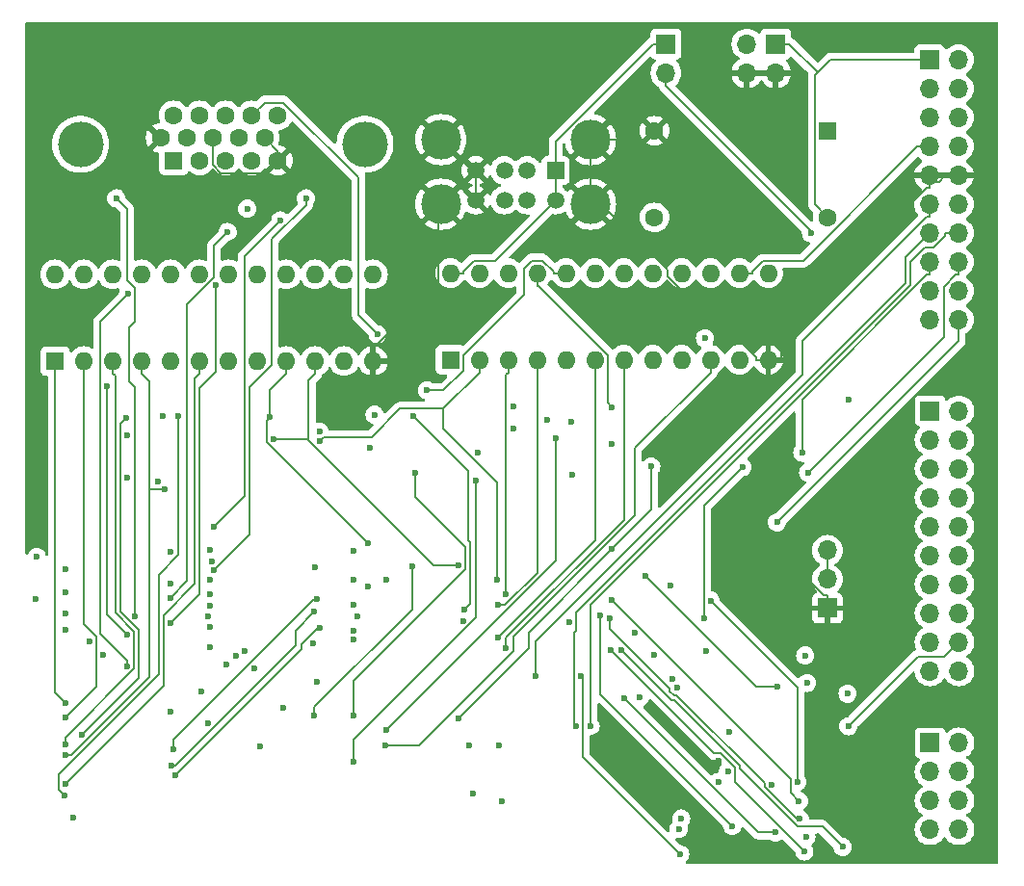
<source format=gbr>
%TF.GenerationSoftware,KiCad,Pcbnew,8.0.4+dfsg-1*%
%TF.CreationDate,2024-12-19T01:42:37-05:00*%
%TF.ProjectId,VGA_SRAM_COMP,5647415f-5352-4414-9d5f-434f4d502e6b,rev?*%
%TF.SameCoordinates,Original*%
%TF.FileFunction,Copper,L2,Inr*%
%TF.FilePolarity,Positive*%
%FSLAX46Y46*%
G04 Gerber Fmt 4.6, Leading zero omitted, Abs format (unit mm)*
G04 Created by KiCad (PCBNEW 8.0.4+dfsg-1) date 2024-12-19 01:42:37*
%MOMM*%
%LPD*%
G01*
G04 APERTURE LIST*
%TA.AperFunction,ComponentPad*%
%ADD10R,1.700000X1.700000*%
%TD*%
%TA.AperFunction,ComponentPad*%
%ADD11O,1.700000X1.700000*%
%TD*%
%TA.AperFunction,ComponentPad*%
%ADD12R,1.600000X1.600000*%
%TD*%
%TA.AperFunction,ComponentPad*%
%ADD13C,1.600000*%
%TD*%
%TA.AperFunction,ComponentPad*%
%ADD14O,1.600000X1.600000*%
%TD*%
%TA.AperFunction,ComponentPad*%
%ADD15R,1.500000X1.500000*%
%TD*%
%TA.AperFunction,ComponentPad*%
%ADD16C,1.500000*%
%TD*%
%TA.AperFunction,ComponentPad*%
%ADD17C,3.500000*%
%TD*%
%TA.AperFunction,ComponentPad*%
%ADD18C,4.000000*%
%TD*%
%TA.AperFunction,ViaPad*%
%ADD19C,0.600000*%
%TD*%
%TA.AperFunction,Conductor*%
%ADD20C,0.200000*%
%TD*%
G04 APERTURE END LIST*
D10*
%TO.N,MCUMEMADDR0*%
%TO.C,J8*%
X137000000Y-91680000D03*
D11*
%TO.N,MCUMEMADDR1*%
X139540000Y-91680000D03*
%TO.N,MCUMEMADDR2*%
X137000000Y-94220000D03*
%TO.N,MCUMEMADDR3*%
X139540000Y-94220000D03*
%TO.N,MCUMEMADDR4*%
X137000000Y-96760000D03*
%TO.N,MCUMEMADDR5*%
X139540000Y-96760000D03*
%TO.N,MCUMEMADDR6*%
X137000000Y-99300000D03*
%TO.N,MCUMEMADDR7*%
X139540000Y-99300000D03*
%TO.N,MCUMEMADDR8*%
X137000000Y-101840000D03*
%TO.N,MCUMEMADDR9*%
X139540000Y-101840000D03*
%TO.N,MCUMEMADDR10*%
X137000000Y-104380000D03*
%TO.N,MCUMEMADDR11*%
X139540000Y-104380000D03*
%TO.N,MCUMEMADDR12*%
X137000000Y-106920000D03*
%TO.N,MCUMEMADDR13*%
X139540000Y-106920000D03*
%TO.N,MCUMEMADDR14*%
X137000000Y-109460000D03*
%TO.N,MCUMEMADDR15*%
X139540000Y-109460000D03*
%TO.N,MCUMEMADDR16*%
X137000000Y-112000000D03*
%TO.N,MCUMEMADDR17*%
X139540000Y-112000000D03*
%TO.N,MCUMEMADDR18*%
X137000000Y-114540000D03*
%TO.N,MCUMEMADDR19*%
X139540000Y-114540000D03*
%TD*%
D10*
%TO.N,DATA0*%
%TO.C,J7*%
X137000000Y-120880000D03*
D11*
%TO.N,DATA1*%
X139540000Y-120880000D03*
%TO.N,DATA2*%
X137000000Y-123420000D03*
%TO.N,DATA3*%
X139540000Y-123420000D03*
%TO.N,DATA4*%
X137000000Y-125960000D03*
%TO.N,DATA5*%
X139540000Y-125960000D03*
%TO.N,DATA6*%
X137000000Y-128500000D03*
%TO.N,DATA7*%
X139540000Y-128500000D03*
%TD*%
%TO.N,/MCU OE*%
%TO.C,J1*%
X139500000Y-83660000D03*
%TO.N,/MCU CE*%
X136960000Y-83660000D03*
%TO.N,/MCU WE*%
X139500000Y-81120000D03*
%TO.N,RESOLUTION*%
X136960000Y-81120000D03*
%TO.N,Net-(J1-Pin_16)*%
X139500000Y-78580000D03*
%TO.N,Net-(J1-Pin_15)*%
X136960000Y-78580000D03*
%TO.N,Net-(J1-Pin_14)*%
X139500000Y-76040000D03*
%TO.N,Net-(J1-Pin_13)*%
X136960000Y-76040000D03*
%TO.N,Net-(J1-Pin_12)*%
X139500000Y-73500000D03*
%TO.N,Net-(J1-Pin_11)*%
X136960000Y-73500000D03*
%TO.N,GND*%
X139500000Y-70960000D03*
X136960000Y-70960000D03*
%TO.N,~{SCREEN_VISIBLE}*%
X139500000Y-68420000D03*
%TO.N,~{V_VISIBLE}*%
X136960000Y-68420000D03*
%TO.N,H_VISIBLE*%
X139500000Y-65880000D03*
%TO.N,Net-(J1-Pin_5)*%
X136960000Y-65880000D03*
%TO.N,Net-(J1-Pin_4)*%
X139500000Y-63340000D03*
%TO.N,Net-(J1-Pin_3)*%
X136960000Y-63340000D03*
%TO.N,Net-(J1-Pin_2)*%
X139500000Y-60800000D03*
D10*
%TO.N,PWR*%
X136960000Y-60800000D03*
%TD*%
D12*
%TO.N,unconnected-(X1-NC-Pad1)*%
%TO.C,X1*%
X128016000Y-67056000D03*
D13*
%TO.N,GND*%
X112776000Y-67056000D03*
%TO.N,H_CLK*%
X112776000Y-74676000D03*
%TO.N,PWR*%
X128016000Y-74676000D03*
%TD*%
D12*
%TO.N,Net-(U5-Q0)*%
%TO.C,U9*%
X94840000Y-87200000D03*
D14*
%TO.N,A10*%
X97380000Y-87200000D03*
%TO.N,A11*%
X99920000Y-87200000D03*
%TO.N,A12*%
X102460000Y-87200000D03*
%TO.N,A13*%
X105000000Y-87200000D03*
%TO.N,A14*%
X107540000Y-87200000D03*
%TO.N,A15*%
X110080000Y-87200000D03*
%TO.N,A16*%
X112620000Y-87200000D03*
%TO.N,A17*%
X115160000Y-87200000D03*
%TO.N,A18*%
X117700000Y-87200000D03*
%TO.N,H_VISIBLE*%
X120240000Y-87200000D03*
%TO.N,GND*%
X122780000Y-87200000D03*
%TO.N,unconnected-(U9-I13-Pad13)*%
X122780000Y-79580000D03*
%TO.N,~{V_VISIBLE}*%
X120240000Y-79580000D03*
%TO.N,V_FRONT_PORCH*%
X117700000Y-79580000D03*
%TO.N,~{V_SYNC}*%
X115160000Y-79580000D03*
%TO.N,unconnected-(U9-IO17-Pad17)*%
X112620000Y-79580000D03*
%TO.N,unconnected-(U9-IO18-Pad18)*%
X110080000Y-79580000D03*
%TO.N,unconnected-(U9-IO19-Pad19)*%
X107540000Y-79580000D03*
%TO.N,~{V_RESET}*%
X105000000Y-79580000D03*
%TO.N,~{SCREEN_VISIBLE}*%
X102460000Y-79580000D03*
%TO.N,unconnected-(U9-IO22-Pad22)*%
X99920000Y-79580000D03*
%TO.N,Net-(U8-IO23)*%
X97380000Y-79580000D03*
%TO.N,PWR*%
X94840000Y-79580000D03*
%TD*%
D12*
%TO.N,A0*%
%TO.C,U8*%
X60100000Y-87300000D03*
D14*
%TO.N,A1*%
X62640000Y-87300000D03*
%TO.N,A2*%
X65180000Y-87300000D03*
%TO.N,A3*%
X67720000Y-87300000D03*
%TO.N,A4*%
X70260000Y-87300000D03*
%TO.N,A5*%
X72800000Y-87300000D03*
%TO.N,A6*%
X75340000Y-87300000D03*
%TO.N,A7*%
X77880000Y-87300000D03*
%TO.N,A8*%
X80420000Y-87300000D03*
%TO.N,A9*%
X82960000Y-87300000D03*
%TO.N,unconnected-(U8-I11-Pad11)*%
X85500000Y-87300000D03*
%TO.N,GND*%
X88040000Y-87300000D03*
%TO.N,unconnected-(U8-I13-Pad13)*%
X88040000Y-79680000D03*
%TO.N,unconnected-(U8-IO14-Pad14)*%
X85500000Y-79680000D03*
%TO.N,unconnected-(U8-IO15-Pad15)*%
X82960000Y-79680000D03*
%TO.N,H_VISIBLE*%
X80420000Y-79680000D03*
%TO.N,unconnected-(U8-IO17-Pad17)*%
X77880000Y-79680000D03*
%TO.N,~{H_SYNC}*%
X75340000Y-79680000D03*
%TO.N,unconnected-(U8-IO19-Pad19)*%
X72800000Y-79680000D03*
%TO.N,Net-(U3-~{MR})*%
X70260000Y-79680000D03*
%TO.N,unconnected-(U8-IO21-Pad21)*%
X67720000Y-79680000D03*
%TO.N,unconnected-(U8-IO22-Pad22)*%
X65180000Y-79680000D03*
%TO.N,Net-(U8-IO23)*%
X62640000Y-79680000D03*
%TO.N,PWR*%
X60100000Y-79680000D03*
%TD*%
D10*
%TO.N,PWR*%
%TO.C,JP1*%
X113792000Y-59436000D03*
D11*
%TO.N,RESOLUTION*%
X113792000Y-61976000D03*
%TD*%
D10*
%TO.N,GND*%
%TO.C,J6*%
X127975000Y-109025000D03*
D11*
%TO.N,Net-(J6-Pin_2)*%
X127975000Y-106485000D03*
X127975000Y-103945000D03*
%TD*%
D15*
%TO.N,PWR*%
%TO.C,J5*%
X104084000Y-70542300D03*
D16*
%TO.N,Net-(J1-Pin_3)*%
X101584000Y-70542300D03*
%TO.N,Net-(J1-Pin_2)*%
X99584000Y-70542300D03*
%TO.N,GND*%
X97084000Y-70542300D03*
%TO.N,PWR*%
X104084000Y-73162300D03*
%TO.N,Net-(J1-Pin_5)*%
X101584000Y-73162300D03*
%TO.N,Net-(J1-Pin_4)*%
X99584000Y-73162300D03*
%TO.N,GND*%
X97084000Y-73162300D03*
D17*
X107154000Y-67832300D03*
X94014000Y-67832300D03*
X107154000Y-73512300D03*
X94014000Y-73512300D03*
%TD*%
D13*
%TO.N,unconnected-(J3-Pad15)*%
%TO.C,J3*%
X79680000Y-65700000D03*
%TO.N,Net-(J3-Pad14)*%
X77390000Y-65700000D03*
%TO.N,Net-(J3-Pad13)*%
X75100000Y-65700000D03*
%TO.N,unconnected-(J3-Pad12)*%
X72810000Y-65700000D03*
%TO.N,unconnected-(J3-Pad11)*%
X70520000Y-65700000D03*
%TO.N,GND*%
X78535000Y-67680000D03*
%TO.N,unconnected-(J3-Pad9)*%
X76245000Y-67680000D03*
%TO.N,GND*%
X73955000Y-67680000D03*
X71665000Y-67680000D03*
X69375000Y-67680000D03*
X79680000Y-69660000D03*
%TO.N,unconnected-(J3-Pad4)*%
X77390000Y-69660000D03*
%TO.N,Net-(J3-Pad3)*%
X75100000Y-69660000D03*
%TO.N,Net-(J3-Pad2)*%
X72810000Y-69660000D03*
D12*
%TO.N,Net-(J3-Pad1)*%
X70520000Y-69660000D03*
D18*
%TO.N,N/C*%
X62335000Y-68240000D03*
X87335000Y-68240000D03*
%TD*%
D10*
%TO.N,PWR*%
%TO.C,J2*%
X123444000Y-59436000D03*
D11*
X120904000Y-59436000D03*
%TO.N,GND*%
X123444000Y-61976000D03*
X120904000Y-61976000D03*
%TD*%
D19*
%TO.N,PWR*%
X129750000Y-116550000D03*
%TO.N,DATA6*%
X123425000Y-128750000D03*
%TO.N,MEMADDR17*%
X99100000Y-121100000D03*
X96525000Y-121125000D03*
%TO.N,A19*%
X97085600Y-97796700D03*
X86349600Y-122553400D03*
%TO.N,MCUMEMADDR13*%
X86668700Y-109749500D03*
%TO.N,MCUMEMADDR19*%
X77597000Y-114355800D03*
%TO.N,MCUMEMADDR12*%
X86326000Y-108765300D03*
%TO.N,MCUMEMADDR16*%
X75162100Y-113984300D03*
%TO.N,MCUMEMADDR2*%
X73691000Y-106530000D03*
%TO.N,MCUMEMADDR0*%
X73692700Y-103899800D03*
%TO.N,MCUMEMADDR14*%
X86288000Y-110987800D03*
%TO.N,MCUMEMADDR11*%
X89215300Y-106561900D03*
%TO.N,MCUMEMADDR3*%
X73699600Y-107800000D03*
%TO.N,MCUMEMADDR9*%
X87584900Y-107147900D03*
%TO.N,MCUMEMADDR5*%
X73511600Y-109749600D03*
%TO.N,MCUMEMADDR6*%
X73679400Y-110682600D03*
%TO.N,MCUMEMADDR8*%
X86326800Y-103990000D03*
%TO.N,MCUMEMADDR18*%
X76721400Y-112795900D03*
%TO.N,MCUMEMADDR15*%
X86331300Y-111798300D03*
%TO.N,MCUMEMADDR7*%
X73694000Y-112482300D03*
%TO.N,MCUMEMADDR4*%
X73696600Y-108816700D03*
%TO.N,Net-(U11-CE)*%
X114163600Y-107059200D03*
X91463400Y-105367200D03*
X82876900Y-118470000D03*
%TO.N,Net-(U1-~{WE})*%
X125339000Y-124286600D03*
X117722600Y-108370300D03*
%TO.N,MCUMEMADDR10*%
X86352100Y-106530000D03*
%TO.N,MCUMEMADDR17*%
X73550900Y-119143800D03*
X129825000Y-119400000D03*
%TO.N,DATA2*%
X61029200Y-110940600D03*
%TO.N,MCUMEMADDR1*%
X73919100Y-104915500D03*
%TO.N,/MCU OE*%
X123558200Y-101474700D03*
%TO.N,DATA1*%
X63090000Y-111927500D03*
%TO.N,DATA5*%
X119262644Y-123339566D03*
X61029800Y-107593900D03*
%TO.N,DATA3*%
X61018800Y-109514200D03*
%TO.N,DATA0*%
X64334000Y-113145500D03*
%TO.N,Net-(U16-Pad8)*%
X117145800Y-109933700D03*
X120515200Y-96626600D03*
%TO.N,~{TIMING ADDR}*%
X109025200Y-103863200D03*
X112498500Y-96577300D03*
X95532800Y-118727600D03*
X70247400Y-118148800D03*
%TO.N,DATA7*%
X123059500Y-124523900D03*
X58481684Y-104527256D03*
%TO.N,DATA4*%
X118400000Y-124300000D03*
X58375000Y-108200000D03*
%TO.N,A17*%
X104122900Y-94100800D03*
X89198100Y-119740000D03*
%TO.N,A18*%
X89121900Y-121115400D03*
%TO.N,A16*%
X91759400Y-97149800D03*
X86328200Y-118470000D03*
%TO.N,Net-(U10-TC)*%
X69144000Y-97935600D03*
X105498100Y-92615100D03*
%TO.N,Net-(J1-Pin_15)*%
X125771100Y-95356600D03*
%TO.N,RESOLUTION*%
X126537600Y-76056700D03*
%TO.N,A14*%
X98996900Y-111585100D03*
%TO.N,A15*%
X99718600Y-112560800D03*
%TO.N,A13*%
X91548000Y-92117200D03*
X96060500Y-109195700D03*
%TO.N,A12*%
X99033100Y-108759600D03*
X87755700Y-94893300D03*
%TO.N,A11*%
X99747300Y-107776300D03*
X88179500Y-92013700D03*
%TO.N,A10*%
X83382500Y-94309300D03*
X98979700Y-106534100D03*
%TO.N,Net-(J1-Pin_16)*%
X126282300Y-97107300D03*
%TO.N,Net-(U5-Q0)*%
X83343100Y-93500000D03*
%TO.N,A9*%
X95553600Y-105260000D03*
X79286400Y-94161200D03*
%TO.N,A8*%
X78996700Y-92207700D03*
X87601500Y-103355000D03*
%TO.N,A7*%
X61702500Y-127422600D03*
X66433100Y-97573500D03*
%TO.N,A5*%
X66430300Y-93829200D03*
X61028100Y-124483800D03*
%TO.N,A4*%
X66332100Y-92290800D03*
X62432600Y-120194800D03*
%TO.N,A6*%
X70947900Y-92133400D03*
X60898000Y-125496800D03*
%TO.N,H_CLK*%
X69587800Y-92151600D03*
X100370500Y-91284800D03*
%TO.N,A3*%
X61041300Y-121979900D03*
X69764500Y-98546900D03*
X105514400Y-97261500D03*
%TO.N,A0*%
X61027500Y-117335000D03*
X103384000Y-92492700D03*
%TO.N,A2*%
X97245200Y-95387800D03*
X61026500Y-121010000D03*
%TO.N,A1*%
X61034200Y-118653600D03*
X100363100Y-93242900D03*
%TO.N,~{VGA_OUT}*%
X109042600Y-94583600D03*
X70228300Y-104099400D03*
%TO.N,MEMADDR6*%
X119331300Y-119942900D03*
X78150900Y-121155200D03*
%TO.N,MEMADDR1*%
X114775000Y-116050000D03*
X75962300Y-113198400D03*
%TO.N,MEMADDR19*%
X115125000Y-127525000D03*
X96805600Y-125367600D03*
%TO.N,MEMADDR18*%
X114924998Y-128425000D03*
X99338900Y-125969700D03*
%TO.N,MEMADDR7*%
X126200000Y-115600000D03*
X83073100Y-115542900D03*
%TO.N,~{OE}*%
X123598800Y-115898700D03*
X112003700Y-106192400D03*
%TO.N,MEMADDR3*%
X117309800Y-112755800D03*
X82891600Y-109337500D03*
X70294800Y-122903800D03*
%TO.N,MEMADDR12*%
X126125000Y-129150000D03*
X105270000Y-110295500D03*
X95954600Y-110141800D03*
%TO.N,MEMADDR4*%
X112745800Y-113126700D03*
X83377500Y-110729900D03*
X70675700Y-123727100D03*
%TO.N,MEMADDR5*%
X126025000Y-113200000D03*
X82748100Y-112157400D03*
%TO.N,MEMADDR15*%
X106300100Y-114964700D03*
X115050000Y-130675000D03*
%TO.N,DATA6*%
X110119900Y-116948000D03*
X61026900Y-105558000D03*
%TO.N,MEMADDR11*%
X119612000Y-128190500D03*
X108044400Y-109630000D03*
%TO.N,MEMADDR10*%
X125563900Y-127566700D03*
X108844600Y-109890800D03*
%TO.N,MEMADDR9*%
X125471700Y-125990100D03*
X109010100Y-108290400D03*
%TO.N,MEMADDR2*%
X114353100Y-115289900D03*
X83146600Y-108238600D03*
X70516700Y-121414100D03*
%TO.N,MEMADDR14*%
X125950000Y-130425000D03*
X108947600Y-112691500D03*
%TO.N,MEMADDR13*%
X129325000Y-130025000D03*
X109881800Y-112710900D03*
%TO.N,MEMADDR0*%
X111066300Y-111221100D03*
X82902300Y-105413000D03*
%TO.N,Net-(U2-B7)*%
X66500000Y-81417500D03*
X66442100Y-114110100D03*
%TO.N,Net-(U2-B6)*%
X64687700Y-89480600D03*
X66422900Y-111341300D03*
%TO.N,Net-(U2-B5)*%
X65481000Y-73000000D03*
X67144400Y-109767900D03*
%TO.N,Net-(U2-B4)*%
X74239400Y-80664200D03*
X70243200Y-110340000D03*
%TO.N,Net-(U2-B3)*%
X75261300Y-75952600D03*
X70250000Y-108106400D03*
%TO.N,Net-(U2-B2)*%
X76994700Y-73907200D03*
X70227700Y-106901600D03*
%TO.N,Net-(U2-B1)*%
X82155600Y-73000000D03*
X74018200Y-105726100D03*
%TO.N,Net-(U2-B0)*%
X79890200Y-74950800D03*
X74030600Y-101852400D03*
%TO.N,Net-(J3-Pad14)*%
X88439500Y-84939500D03*
%TO.N,Net-(J1-Pin_11)*%
X102342900Y-114964700D03*
%TO.N,Net-(J1-Pin_12)*%
X111470200Y-116895500D03*
%TO.N,Net-(J1-Pin_13)*%
X105891600Y-119371100D03*
%TO.N,Net-(J1-Pin_14)*%
X107158300Y-119371100D03*
%TO.N,GND*%
X129450000Y-122075000D03*
X118400000Y-122415700D03*
X119794800Y-99392300D03*
X114850000Y-119942900D03*
%TO.N,~{SCREEN_VISIBLE}*%
X109036900Y-91338900D03*
%TO.N,~{V_RESET}*%
X92800500Y-89887200D03*
X129863900Y-90708100D03*
%TO.N,~{H_SYNC}*%
X117226000Y-85289600D03*
%TO.N,PWR*%
X80125400Y-117793900D03*
X72930200Y-116363600D03*
%TD*%
D20*
%TO.N,MEMADDR15*%
X106491700Y-122116700D02*
X115050000Y-130675000D01*
X106491700Y-115156300D02*
X106491700Y-122116700D01*
X106300100Y-114964700D02*
X106491700Y-115156300D01*
%TO.N,GND*%
X117322800Y-122415700D02*
X114850000Y-119942900D01*
X118400000Y-122415700D02*
X117322800Y-122415700D01*
%TO.N,MEMADDR10*%
X122459400Y-124772400D02*
X125253700Y-127566700D01*
%TO.N,MEMADDR13*%
X114519225Y-117100000D02*
X120275144Y-122855919D01*
%TO.N,MEMADDR10*%
X122459400Y-124428639D02*
X122459400Y-124772400D01*
X114125000Y-116319239D02*
X114505761Y-116700000D01*
X114505761Y-116700000D02*
X114730761Y-116700000D01*
X108844600Y-109890800D02*
X108844600Y-110813839D01*
X108844600Y-110813839D02*
X114125000Y-116094239D01*
X125253700Y-127566700D02*
X125563900Y-127566700D01*
%TO.N,MEMADDR13*%
X127540000Y-128240000D02*
X129325000Y-130025000D01*
X120275144Y-122855919D02*
X120275144Y-123153944D01*
%TO.N,MEMADDR10*%
X114125000Y-116094239D02*
X114125000Y-116319239D01*
%TO.N,MEMADDR13*%
X120275144Y-123153944D02*
X125361200Y-128240000D01*
%TO.N,MEMADDR10*%
X114730761Y-116700000D02*
X122459400Y-124428639D01*
%TO.N,MEMADDR13*%
X125361200Y-128240000D02*
X127540000Y-128240000D01*
X114270900Y-117100000D02*
X114519225Y-117100000D01*
X109881800Y-112710900D02*
X114270900Y-117100000D01*
%TO.N,MEMADDR14*%
X119875144Y-124350144D02*
X125950000Y-130425000D01*
X118021800Y-121765700D02*
X118619239Y-121765700D01*
X108947600Y-112691500D02*
X118021800Y-121765700D01*
X119875144Y-123021605D02*
X119875144Y-124350144D01*
X118619239Y-121765700D02*
X119875144Y-123021605D01*
%TO.N,DATA6*%
X121921900Y-128750000D02*
X123425000Y-128750000D01*
X110119900Y-116948000D02*
X121921900Y-128750000D01*
%TO.N,GND*%
X127975000Y-109025000D02*
X127975000Y-120600000D01*
X127975000Y-120600000D02*
X129450000Y-122075000D01*
%TO.N,MCUMEMADDR17*%
X139540000Y-112000000D02*
X138270000Y-113270000D01*
X138270000Y-113270000D02*
X135955000Y-113270000D01*
X135955000Y-113270000D02*
X129825000Y-119400000D01*
%TO.N,A19*%
X97085600Y-109862900D02*
X97085600Y-97796700D01*
X86349600Y-120598900D02*
X97085600Y-109862900D01*
X86349600Y-122553400D02*
X86349600Y-120598900D01*
%TO.N,Net-(U11-CE)*%
X82876900Y-117717200D02*
X82876900Y-118470000D01*
X91463400Y-109130700D02*
X82876900Y-117717200D01*
X91463400Y-105367200D02*
X91463400Y-109130700D01*
%TO.N,Net-(U1-~{WE})*%
X125339000Y-115986700D02*
X117722600Y-108370300D01*
X125339000Y-124286600D02*
X125339000Y-115986700D01*
%TO.N,/MCU OE*%
X139500000Y-85532900D02*
X123558200Y-101474700D01*
X139500000Y-83660000D02*
X139500000Y-85532900D01*
%TO.N,Net-(J6-Pin_2)*%
X127975000Y-103945000D02*
X127975000Y-106485000D01*
%TO.N,Net-(U16-Pad8)*%
X117122500Y-109910400D02*
X117145800Y-109933700D01*
X117122500Y-100019300D02*
X117122500Y-109910400D01*
X120515200Y-96626600D02*
X117122500Y-100019300D01*
%TO.N,~{TIMING ADDR}*%
X112498500Y-100389900D02*
X109025200Y-103863200D01*
X112498500Y-96577300D02*
X112498500Y-100389900D01*
X101742700Y-112517700D02*
X95532800Y-118727600D01*
X101742700Y-111145700D02*
X101742700Y-112517700D01*
X109025200Y-103863200D02*
X101742700Y-111145700D01*
%TO.N,A17*%
X104122900Y-104815200D02*
X104122900Y-94100800D01*
X89198100Y-119740000D02*
X104122900Y-104815200D01*
%TO.N,A18*%
X117700000Y-87200000D02*
X117700000Y-88300100D01*
X92069200Y-121115400D02*
X89121900Y-121115400D01*
X100379200Y-112805400D02*
X92069200Y-121115400D01*
X100379200Y-111524200D02*
X100379200Y-112805400D01*
X111047700Y-100855700D02*
X100379200Y-111524200D01*
X111047700Y-94952400D02*
X111047700Y-100855700D01*
X117700000Y-88300100D02*
X111047700Y-94952400D01*
%TO.N,A16*%
X86328200Y-115429000D02*
X86328200Y-118470000D01*
X96191600Y-105565600D02*
X86328200Y-115429000D01*
X96191600Y-103671500D02*
X96191600Y-105565600D01*
X91759400Y-99239300D02*
X96191600Y-103671500D01*
X91759400Y-97149800D02*
X91759400Y-99239300D01*
%TO.N,Net-(J1-Pin_15)*%
X136960000Y-78580000D02*
X136960000Y-79730100D01*
X136723300Y-79730100D02*
X136960000Y-79730100D01*
X125771100Y-90682300D02*
X136723300Y-79730100D01*
X125771100Y-95356600D02*
X125771100Y-90682300D01*
%TO.N,RESOLUTION*%
X126537600Y-75871700D02*
X126537600Y-76056700D01*
X113792000Y-63126100D02*
X126537600Y-75871700D01*
X113792000Y-61976000D02*
X113792000Y-63126100D01*
%TO.N,A14*%
X107540000Y-103042000D02*
X98996900Y-111585100D01*
X107540000Y-87200000D02*
X107540000Y-103042000D01*
%TO.N,A15*%
X99718600Y-111619000D02*
X99718600Y-112560800D01*
X110080000Y-101257600D02*
X99718600Y-111619000D01*
X110080000Y-87200000D02*
X110080000Y-101257600D01*
%TO.N,A13*%
X96611900Y-108644300D02*
X96060500Y-109195700D01*
X96611900Y-103243300D02*
X96611900Y-108644300D01*
X96391600Y-103023000D02*
X96611900Y-103243300D01*
X96391600Y-96960800D02*
X96391600Y-103023000D01*
X91548000Y-92117200D02*
X96391600Y-96960800D01*
%TO.N,A12*%
X102460000Y-87200000D02*
X102460000Y-88300100D01*
X99612700Y-108759600D02*
X99033100Y-108759600D01*
X102460000Y-105912300D02*
X99612700Y-108759600D01*
X102460000Y-88300100D02*
X102460000Y-105912300D01*
%TO.N,A11*%
X99920000Y-87200000D02*
X99920000Y-88300100D01*
X99747300Y-88472800D02*
X99747300Y-107776300D01*
X99920000Y-88300100D02*
X99747300Y-88472800D01*
%TO.N,A10*%
X97380000Y-87200000D02*
X97380000Y-88300100D01*
X98979700Y-98013100D02*
X98979700Y-106534100D01*
X94189200Y-93222600D02*
X98979700Y-98013100D01*
X94189200Y-91490900D02*
X94189200Y-93222600D01*
X97380000Y-88300100D02*
X94189200Y-91490900D01*
X90405200Y-91490900D02*
X94189200Y-91490900D01*
X87898200Y-93997900D02*
X90405200Y-91490900D01*
X83693900Y-93997900D02*
X87898200Y-93997900D01*
X83382500Y-94309300D02*
X83693900Y-93997900D01*
%TO.N,Net-(J1-Pin_16)*%
X139500000Y-78580000D02*
X139500000Y-79730100D01*
X138230000Y-85159600D02*
X126282300Y-97107300D01*
X138230000Y-80761800D02*
X138230000Y-85159600D01*
X139261700Y-79730100D02*
X138230000Y-80761800D01*
X139500000Y-79730100D02*
X139261700Y-79730100D01*
%TO.N,A9*%
X82960000Y-87300000D02*
X82960000Y-88400100D01*
X82386200Y-88973900D02*
X82386200Y-94161200D01*
X82960000Y-88400100D02*
X82386200Y-88973900D01*
X82386200Y-94161200D02*
X79286400Y-94161200D01*
X82386200Y-94260400D02*
X82386200Y-94161200D01*
X93385800Y-105260000D02*
X82386200Y-94260400D01*
X95553600Y-105260000D02*
X93385800Y-105260000D01*
%TO.N,A8*%
X78996700Y-89823400D02*
X78996700Y-92207700D01*
X80420000Y-88400100D02*
X78996700Y-89823400D01*
X80420000Y-87300000D02*
X80420000Y-88400100D01*
X78668200Y-94421700D02*
X87601500Y-103355000D01*
X78668200Y-92536200D02*
X78668200Y-94421700D01*
X78996700Y-92207700D02*
X78668200Y-92536200D01*
%TO.N,A5*%
X72800000Y-87300000D02*
X72800000Y-88400100D01*
X69627500Y-115884400D02*
X61028100Y-124483800D01*
X69627500Y-109622300D02*
X69627500Y-115884400D01*
X72382600Y-106867200D02*
X69627500Y-109622300D01*
X72382600Y-88817500D02*
X72382600Y-106867200D01*
X72800000Y-88400100D02*
X72382600Y-88817500D01*
%TO.N,A4*%
X65830100Y-92792800D02*
X66332100Y-92290800D01*
X65830100Y-109334100D02*
X65830100Y-92792800D01*
X67446200Y-110950200D02*
X65830100Y-109334100D01*
X67446200Y-115181200D02*
X67446200Y-110950200D01*
X62432600Y-120194800D02*
X67446200Y-115181200D01*
%TO.N,A6*%
X60427900Y-125026700D02*
X60898000Y-125496800D01*
X60427900Y-123623200D02*
X60427900Y-125026700D01*
X69227300Y-114823800D02*
X60427900Y-123623200D01*
X69227300Y-106084900D02*
X69227300Y-114823800D01*
X70947900Y-104364300D02*
X69227300Y-106084900D01*
X70947900Y-92133400D02*
X70947900Y-104364300D01*
%TO.N,A3*%
X67720000Y-87300000D02*
X67720000Y-88400100D01*
X68380800Y-98546900D02*
X69764500Y-98546900D01*
X68380800Y-89060900D02*
X68380800Y-98546900D01*
X67720000Y-88400100D02*
X68380800Y-89060900D01*
X61496200Y-121979900D02*
X61041300Y-121979900D01*
X68380800Y-115095300D02*
X61496200Y-121979900D01*
X68380800Y-98546900D02*
X68380800Y-115095300D01*
%TO.N,A0*%
X60100000Y-116407500D02*
X61027500Y-117335000D01*
X60100000Y-87300000D02*
X60100000Y-116407500D01*
%TO.N,A2*%
X65180000Y-87300000D02*
X65180000Y-88400100D01*
X65380900Y-88601000D02*
X65180000Y-88400100D01*
X65380900Y-109450600D02*
X65380900Y-88601000D01*
X67046100Y-111115800D02*
X65380900Y-109450600D01*
X67046100Y-114360100D02*
X67046100Y-111115800D01*
X61026500Y-120379700D02*
X67046100Y-114360100D01*
X61026500Y-121010000D02*
X61026500Y-120379700D01*
%TO.N,A1*%
X62640000Y-87300000D02*
X62640000Y-88400100D01*
X62640000Y-110439700D02*
X62640000Y-88400100D01*
X63729800Y-111529500D02*
X62640000Y-110439700D01*
X63729800Y-115958000D02*
X63729800Y-111529500D01*
X61034200Y-118653600D02*
X63729800Y-115958000D01*
%TO.N,~{OE}*%
X121710000Y-115898700D02*
X112003700Y-106192400D01*
X123598800Y-115898700D02*
X121710000Y-115898700D01*
%TO.N,MEMADDR3*%
X70639700Y-122903800D02*
X70294800Y-122903800D01*
X81221500Y-112322000D02*
X70639700Y-122903800D01*
X81221500Y-111007600D02*
X81221500Y-112322000D01*
X82891600Y-109337500D02*
X81221500Y-111007600D01*
%TO.N,MEMADDR4*%
X81763200Y-112639600D02*
X70675700Y-123727100D01*
X81763200Y-112203600D02*
X81763200Y-112639600D01*
X83236900Y-110729900D02*
X81763200Y-112203600D01*
X83377500Y-110729900D02*
X83236900Y-110729900D01*
%TO.N,MEMADDR11*%
X108044400Y-116622900D02*
X119612000Y-128190500D01*
X108044400Y-109630000D02*
X108044400Y-116622900D01*
%TO.N,MEMADDR9*%
X124738900Y-125257300D02*
X125471700Y-125990100D01*
X124738900Y-124019200D02*
X124738900Y-125257300D01*
X109010100Y-108290400D02*
X124738900Y-124019200D01*
%TO.N,MEMADDR2*%
X70516700Y-120587500D02*
X70516700Y-121414100D01*
X82865600Y-108238600D02*
X70516700Y-120587500D01*
X83146600Y-108238600D02*
X82865600Y-108238600D01*
%TO.N,Net-(U2-B7)*%
X64070300Y-83847200D02*
X66500000Y-81417500D01*
X64070300Y-111304100D02*
X64070300Y-83847200D01*
X66442100Y-113675900D02*
X64070300Y-111304100D01*
X66442100Y-114110100D02*
X66442100Y-113675900D01*
%TO.N,Net-(U2-B6)*%
X64687700Y-109606100D02*
X66422900Y-111341300D01*
X64687700Y-89480600D02*
X64687700Y-109606100D01*
%TO.N,Net-(U2-B5)*%
X66450000Y-73969000D02*
X65481000Y-73000000D01*
X66450000Y-80209700D02*
X66450000Y-73969000D01*
X67132700Y-80892400D02*
X66450000Y-80209700D01*
X67132700Y-83840100D02*
X67132700Y-80892400D01*
X66617600Y-84355200D02*
X67132700Y-83840100D01*
X66617600Y-89094400D02*
X66617600Y-84355200D01*
X67144400Y-89621200D02*
X66617600Y-89094400D01*
X67144400Y-109767900D02*
X67144400Y-89621200D01*
%TO.N,Net-(U2-B4)*%
X72782700Y-107800500D02*
X70243200Y-110340000D01*
X72782700Y-89687300D02*
X72782700Y-107800500D01*
X74239400Y-88230600D02*
X72782700Y-89687300D01*
X74239400Y-80664200D02*
X74239400Y-88230600D01*
%TO.N,Net-(U2-B3)*%
X74070000Y-77143900D02*
X75261300Y-75952600D01*
X74070000Y-79972000D02*
X74070000Y-77143900D01*
X71699200Y-82342800D02*
X74070000Y-79972000D01*
X71699200Y-106657200D02*
X71699200Y-82342800D01*
X70250000Y-108106400D02*
X71699200Y-106657200D01*
%TO.N,Net-(U2-B1)*%
X82155600Y-73572700D02*
X82155600Y-73000000D01*
X79150000Y-76578300D02*
X82155600Y-73572700D01*
X79150000Y-87611800D02*
X79150000Y-76578300D01*
X77202900Y-89558900D02*
X79150000Y-87611800D01*
X77202900Y-102541400D02*
X77202900Y-89558900D01*
X74018200Y-105726100D02*
X77202900Y-102541400D01*
%TO.N,Net-(U2-B0)*%
X76751600Y-99131400D02*
X74030600Y-101852400D01*
X76751600Y-78089400D02*
X76751600Y-99131400D01*
X79890200Y-74950800D02*
X76751600Y-78089400D01*
%TO.N,Net-(J3-Pad14)*%
X86770000Y-83270000D02*
X88439500Y-84939500D01*
X86770000Y-71167500D02*
X86770000Y-83270000D01*
X80184700Y-64582200D02*
X86770000Y-71167500D01*
X78507800Y-64582200D02*
X80184700Y-64582200D01*
X77390000Y-65700000D02*
X78507800Y-64582200D01*
%TO.N,Net-(J1-Pin_11)*%
X136960000Y-73500000D02*
X136960000Y-74650100D01*
X136691900Y-74650100D02*
X136960000Y-74650100D01*
X125819800Y-85522200D02*
X136691900Y-74650100D01*
X125819800Y-88483100D02*
X125819800Y-85522200D01*
X102342900Y-111960000D02*
X125819800Y-88483100D01*
X102342900Y-114964700D02*
X102342900Y-111960000D01*
%TO.N,Net-(J1-Pin_13)*%
X134866700Y-78133300D02*
X136960000Y-76040000D01*
X134866700Y-80453500D02*
X134866700Y-78133300D01*
X105873300Y-109446900D02*
X134866700Y-80453500D01*
X105873300Y-111010500D02*
X105873300Y-109446900D01*
X105699800Y-111184000D02*
X105873300Y-111010500D01*
X105699800Y-119179300D02*
X105699800Y-111184000D01*
X105891600Y-119371100D02*
X105699800Y-119179300D01*
%TO.N,Net-(J1-Pin_14)*%
X138349900Y-76278300D02*
X138349900Y-76040000D01*
X137318200Y-77310000D02*
X138349900Y-76278300D01*
X136510300Y-77310000D02*
X137318200Y-77310000D01*
X135266900Y-78553400D02*
X136510300Y-77310000D01*
X135266900Y-80620600D02*
X135266900Y-78553400D01*
X107158300Y-108729200D02*
X135266900Y-80620600D01*
X107158300Y-119371100D02*
X107158300Y-108729200D01*
X139500000Y-76040000D02*
X138349900Y-76040000D01*
%TO.N,~{V_VISIBLE}*%
X135809900Y-68539100D02*
X135809900Y-68420000D01*
X125869100Y-78479900D02*
X135809900Y-68539100D01*
X122302600Y-78479900D02*
X125869100Y-78479900D01*
X121340100Y-79442400D02*
X122302600Y-78479900D01*
X121340100Y-79580000D02*
X121340100Y-79442400D01*
X120240000Y-79580000D02*
X121340100Y-79580000D01*
X136960000Y-68420000D02*
X135809900Y-68420000D01*
%TO.N,GND*%
X79680000Y-68825000D02*
X78535000Y-67680000D01*
X79680000Y-69660000D02*
X79680000Y-68825000D01*
X73955000Y-70078700D02*
X73955000Y-67680000D01*
X74654600Y-70778300D02*
X73955000Y-70078700D01*
X78561700Y-70778300D02*
X74654600Y-70778300D01*
X79680000Y-69660000D02*
X78561700Y-70778300D01*
X88040000Y-87300000D02*
X88040000Y-86199900D01*
X93739800Y-80500100D02*
X88040000Y-86199900D01*
X93739800Y-73786500D02*
X93739800Y-80500100D01*
X94014000Y-73512300D02*
X93739800Y-73786500D01*
X97084000Y-73162300D02*
X97084000Y-70542300D01*
X96724000Y-70542300D02*
X94014000Y-67832300D01*
X97084000Y-70542300D02*
X96724000Y-70542300D01*
X122780000Y-87200000D02*
X123880100Y-87200000D01*
X122780000Y-87200000D02*
X121679900Y-87200000D01*
X121679900Y-86972100D02*
X121679900Y-87200000D01*
X119495500Y-84787700D02*
X121679900Y-86972100D01*
X118790300Y-84787700D02*
X119495500Y-84787700D01*
X113890000Y-79887400D02*
X118790300Y-84787700D01*
X113890000Y-79271500D02*
X113890000Y-79887400D01*
X108130800Y-73512300D02*
X113890000Y-79271500D01*
X107154000Y-73512300D02*
X108130800Y-73512300D01*
X127975000Y-109025000D02*
X127975000Y-107874900D01*
X136721700Y-72110100D02*
X136960000Y-72110100D01*
X123880100Y-84951700D02*
X136721700Y-72110100D01*
X123880100Y-87200000D02*
X123880100Y-84951700D01*
X136960000Y-70960000D02*
X136960000Y-71535000D01*
X136960000Y-71535000D02*
X136960000Y-72110100D01*
X137774900Y-71535000D02*
X138349900Y-70960000D01*
X136960000Y-71535000D02*
X137774900Y-71535000D01*
X139500000Y-70960000D02*
X138349900Y-70960000D01*
X119794800Y-99982200D02*
X119794800Y-99392300D01*
X127687500Y-107874900D02*
X119794800Y-99982200D01*
X127975000Y-107874900D02*
X127687500Y-107874900D01*
X107154000Y-73512300D02*
X107154000Y-67832300D01*
X111999700Y-67832300D02*
X112776000Y-67056000D01*
X107154000Y-67832300D02*
X111999700Y-67832300D01*
%TO.N,~{SCREEN_VISIBLE}*%
X108681900Y-90983900D02*
X109036900Y-91338900D01*
X108681900Y-86764500D02*
X108681900Y-90983900D01*
X102597500Y-80680100D02*
X108681900Y-86764500D01*
X102460000Y-80680100D02*
X102597500Y-80680100D01*
X102460000Y-79580000D02*
X102460000Y-80680100D01*
%TO.N,~{V_RESET}*%
X105000000Y-79580000D02*
X103899900Y-79580000D01*
X94216700Y-89887200D02*
X92800500Y-89887200D01*
X95940100Y-88163800D02*
X94216700Y-89887200D01*
X95940100Y-86839900D02*
X95940100Y-88163800D01*
X101276400Y-81503600D02*
X95940100Y-86839900D01*
X101276400Y-79150500D02*
X101276400Y-81503600D01*
X101961400Y-78465500D02*
X101276400Y-79150500D01*
X102922900Y-78465500D02*
X101961400Y-78465500D01*
X103899900Y-79442500D02*
X102922900Y-78465500D01*
X103899900Y-79580000D02*
X103899900Y-79442500D01*
%TO.N,PWR*%
X136960000Y-60800000D02*
X135809900Y-60800000D01*
X123444000Y-59436000D02*
X124594100Y-59436000D01*
X127103000Y-61944800D02*
X124594100Y-59436000D01*
X126893200Y-62154600D02*
X127103000Y-61944800D01*
X126893200Y-73553200D02*
X126893200Y-62154600D01*
X128016000Y-74676000D02*
X126893200Y-73553200D01*
X128247800Y-60800000D02*
X135809900Y-60800000D01*
X127103000Y-61944800D02*
X128247800Y-60800000D01*
X94840000Y-79580000D02*
X95940100Y-79580000D01*
X98766400Y-78479900D02*
X104084000Y-73162300D01*
X96902600Y-78479900D02*
X98766400Y-78479900D01*
X95940100Y-79442400D02*
X96902600Y-78479900D01*
X95940100Y-79580000D02*
X95940100Y-79442400D01*
X104084000Y-73162300D02*
X104084000Y-70542300D01*
X112623900Y-59436000D02*
X113792000Y-59436000D01*
X104084000Y-67975900D02*
X112623900Y-59436000D01*
X104084000Y-70542300D02*
X104084000Y-67975900D01*
%TD*%
%TA.AperFunction,Conductor*%
%TO.N,GND*%
G36*
X142942539Y-57520185D02*
G01*
X142988294Y-57572989D01*
X142999500Y-57624500D01*
X142999500Y-131375500D01*
X142979815Y-131442539D01*
X142927011Y-131488294D01*
X142875500Y-131499500D01*
X115656940Y-131499500D01*
X115589901Y-131479815D01*
X115544146Y-131427011D01*
X115534202Y-131357853D01*
X115563227Y-131294297D01*
X115569259Y-131287819D01*
X115679816Y-131177262D01*
X115775789Y-131024522D01*
X115835368Y-130854255D01*
X115835369Y-130854249D01*
X115855565Y-130675003D01*
X115855565Y-130674996D01*
X115835369Y-130495750D01*
X115835368Y-130495745D01*
X115827835Y-130474216D01*
X115775789Y-130325478D01*
X115679816Y-130172738D01*
X115552262Y-130045184D01*
X115520144Y-130025003D01*
X115399521Y-129949210D01*
X115229249Y-129889630D01*
X115142330Y-129879837D01*
X115077916Y-129852770D01*
X115068533Y-129844298D01*
X114645673Y-129421438D01*
X114612188Y-129360115D01*
X114617172Y-129290423D01*
X114659044Y-129234490D01*
X114724508Y-129210073D01*
X114747237Y-129210537D01*
X114924994Y-129230565D01*
X114924998Y-129230565D01*
X114925002Y-129230565D01*
X115104247Y-129210369D01*
X115104250Y-129210368D01*
X115104253Y-129210368D01*
X115274520Y-129150789D01*
X115427260Y-129054816D01*
X115554814Y-128927262D01*
X115650787Y-128774522D01*
X115710366Y-128604255D01*
X115710367Y-128604249D01*
X115730563Y-128425003D01*
X115730563Y-128424996D01*
X115710367Y-128245753D01*
X115710366Y-128245751D01*
X115710366Y-128245745D01*
X115708256Y-128239716D01*
X115690988Y-128190366D01*
X115687426Y-128120587D01*
X115720349Y-128061729D01*
X115754813Y-128027265D01*
X115754813Y-128027264D01*
X115754816Y-128027262D01*
X115850789Y-127874522D01*
X115910368Y-127704255D01*
X115910369Y-127704249D01*
X115930565Y-127525003D01*
X115930565Y-127524996D01*
X115910369Y-127345750D01*
X115910368Y-127345745D01*
X115861994Y-127207500D01*
X115850789Y-127175478D01*
X115831729Y-127145145D01*
X115754815Y-127022737D01*
X115627262Y-126895184D01*
X115474523Y-126799211D01*
X115304254Y-126739631D01*
X115304249Y-126739630D01*
X115125004Y-126719435D01*
X115124996Y-126719435D01*
X114945750Y-126739630D01*
X114945745Y-126739631D01*
X114775476Y-126799211D01*
X114622737Y-126895184D01*
X114495184Y-127022737D01*
X114399211Y-127175476D01*
X114339631Y-127345745D01*
X114339630Y-127345750D01*
X114319435Y-127524996D01*
X114319435Y-127525003D01*
X114339631Y-127704253D01*
X114339631Y-127704254D01*
X114359009Y-127759635D01*
X114362570Y-127829414D01*
X114329650Y-127888267D01*
X114295185Y-127922733D01*
X114295184Y-127922734D01*
X114199209Y-128075476D01*
X114139629Y-128245745D01*
X114139628Y-128245750D01*
X114119433Y-128424996D01*
X114119433Y-128425004D01*
X114139460Y-128602760D01*
X114127405Y-128671582D01*
X114080056Y-128722961D01*
X114012445Y-128740585D01*
X113946040Y-128718858D01*
X113928559Y-128704324D01*
X107128519Y-121904284D01*
X107095034Y-121842961D01*
X107092200Y-121816603D01*
X107092200Y-120294925D01*
X107111885Y-120227886D01*
X107164689Y-120182131D01*
X107202315Y-120171705D01*
X107277749Y-120163206D01*
X107337549Y-120156469D01*
X107337552Y-120156468D01*
X107337555Y-120156468D01*
X107507822Y-120096889D01*
X107660562Y-120000916D01*
X107788116Y-119873362D01*
X107884089Y-119720622D01*
X107943668Y-119550355D01*
X107943669Y-119550349D01*
X107963865Y-119371103D01*
X107963865Y-119371096D01*
X107943669Y-119191850D01*
X107943668Y-119191845D01*
X107921209Y-119127660D01*
X107884089Y-119021578D01*
X107788116Y-118868838D01*
X107788114Y-118868836D01*
X107788113Y-118868834D01*
X107785850Y-118865996D01*
X107784959Y-118863815D01*
X107784411Y-118862942D01*
X107784564Y-118862845D01*
X107759444Y-118801309D01*
X107758800Y-118788687D01*
X107758800Y-117485897D01*
X107778485Y-117418858D01*
X107831289Y-117373103D01*
X107900447Y-117363159D01*
X107964003Y-117392184D01*
X107970480Y-117398215D01*
X113392859Y-122820595D01*
X118781298Y-128209034D01*
X118814783Y-128270357D01*
X118816837Y-128282831D01*
X118826630Y-128369749D01*
X118886210Y-128540021D01*
X118968876Y-128671582D01*
X118982184Y-128692762D01*
X119109738Y-128820316D01*
X119262478Y-128916289D01*
X119397842Y-128963655D01*
X119432745Y-128975868D01*
X119432750Y-128975869D01*
X119611996Y-128996065D01*
X119612000Y-128996065D01*
X119612004Y-128996065D01*
X119791249Y-128975869D01*
X119791252Y-128975868D01*
X119791255Y-128975868D01*
X119961522Y-128916289D01*
X120114262Y-128820316D01*
X120241816Y-128692762D01*
X120337789Y-128540022D01*
X120397368Y-128369755D01*
X120398415Y-128360456D01*
X120425477Y-128296042D01*
X120483069Y-128256483D01*
X120552906Y-128254341D01*
X120609317Y-128286652D01*
X121437039Y-129114374D01*
X121437049Y-129114385D01*
X121441379Y-129118715D01*
X121441380Y-129118716D01*
X121553184Y-129230520D01*
X121553186Y-129230521D01*
X121553190Y-129230524D01*
X121672161Y-129299211D01*
X121690116Y-129309577D01*
X121801919Y-129339534D01*
X121842842Y-129350500D01*
X121842843Y-129350500D01*
X122842588Y-129350500D01*
X122909627Y-129370185D01*
X122919903Y-129377555D01*
X122922736Y-129379814D01*
X122922738Y-129379816D01*
X123075478Y-129475789D01*
X123143306Y-129499523D01*
X123245745Y-129535368D01*
X123245750Y-129535369D01*
X123424996Y-129555565D01*
X123425000Y-129555565D01*
X123425004Y-129555565D01*
X123604249Y-129535369D01*
X123604252Y-129535368D01*
X123604255Y-129535368D01*
X123774522Y-129475789D01*
X123922336Y-129382910D01*
X123989572Y-129363911D01*
X124056408Y-129384279D01*
X124075989Y-129400224D01*
X125119298Y-130443534D01*
X125152783Y-130504857D01*
X125154837Y-130517331D01*
X125164630Y-130604249D01*
X125224210Y-130774521D01*
X125320184Y-130927262D01*
X125447738Y-131054816D01*
X125600478Y-131150789D01*
X125770745Y-131210368D01*
X125770750Y-131210369D01*
X125949996Y-131230565D01*
X125950000Y-131230565D01*
X125950004Y-131230565D01*
X126129249Y-131210369D01*
X126129252Y-131210368D01*
X126129255Y-131210368D01*
X126299522Y-131150789D01*
X126452262Y-131054816D01*
X126579816Y-130927262D01*
X126675789Y-130774522D01*
X126735368Y-130604255D01*
X126745162Y-130517331D01*
X126755565Y-130425003D01*
X126755565Y-130424996D01*
X126735369Y-130245750D01*
X126735368Y-130245745D01*
X126720848Y-130204249D01*
X126675789Y-130075478D01*
X126594783Y-129946558D01*
X126575784Y-129879324D01*
X126596152Y-129812488D01*
X126622471Y-129783637D01*
X126627258Y-129779819D01*
X126627259Y-129779817D01*
X126627262Y-129779816D01*
X126754816Y-129652262D01*
X126850789Y-129499522D01*
X126910368Y-129329255D01*
X126910369Y-129329249D01*
X126930565Y-129150003D01*
X126930565Y-129149996D01*
X126911229Y-128978383D01*
X126923283Y-128909562D01*
X126970633Y-128858182D01*
X127034449Y-128840500D01*
X127239903Y-128840500D01*
X127306942Y-128860185D01*
X127327584Y-128876819D01*
X128494298Y-130043533D01*
X128527783Y-130104856D01*
X128529837Y-130117330D01*
X128539630Y-130204249D01*
X128599210Y-130374521D01*
X128675384Y-130495750D01*
X128695184Y-130527262D01*
X128822738Y-130654816D01*
X128975478Y-130750789D01*
X129043306Y-130774523D01*
X129145745Y-130810368D01*
X129145750Y-130810369D01*
X129324996Y-130830565D01*
X129325000Y-130830565D01*
X129325004Y-130830565D01*
X129504249Y-130810369D01*
X129504252Y-130810368D01*
X129504255Y-130810368D01*
X129674522Y-130750789D01*
X129827262Y-130654816D01*
X129954816Y-130527262D01*
X130050789Y-130374522D01*
X130110368Y-130204255D01*
X130113919Y-130172738D01*
X130130565Y-130025003D01*
X130130565Y-130024996D01*
X130110369Y-129845750D01*
X130110368Y-129845745D01*
X130106630Y-129835063D01*
X130050789Y-129675478D01*
X130049882Y-129674035D01*
X130011582Y-129613080D01*
X129954816Y-129522738D01*
X129827262Y-129395184D01*
X129789402Y-129371395D01*
X129674521Y-129299210D01*
X129504249Y-129239630D01*
X129417330Y-129229837D01*
X129352916Y-129202770D01*
X129343533Y-129194298D01*
X128027590Y-127878355D01*
X128027588Y-127878352D01*
X127908717Y-127759481D01*
X127908716Y-127759480D01*
X127804326Y-127699211D01*
X127804325Y-127699210D01*
X127771783Y-127680422D01*
X127715881Y-127665443D01*
X127619057Y-127639499D01*
X127460943Y-127639499D01*
X127453347Y-127639499D01*
X127453331Y-127639500D01*
X126488481Y-127639500D01*
X126421442Y-127619815D01*
X126375687Y-127567011D01*
X126365261Y-127529383D01*
X126349269Y-127387450D01*
X126349268Y-127387445D01*
X126334678Y-127345750D01*
X126289689Y-127217178D01*
X126193716Y-127064438D01*
X126066162Y-126936884D01*
X125934933Y-126854427D01*
X125888642Y-126802092D01*
X125877994Y-126733038D01*
X125906369Y-126669190D01*
X125934930Y-126644441D01*
X125973962Y-126619916D01*
X126101516Y-126492362D01*
X126197489Y-126339622D01*
X126257068Y-126169355D01*
X126257069Y-126169349D01*
X126277265Y-125990103D01*
X126277265Y-125990096D01*
X126257069Y-125810850D01*
X126257068Y-125810845D01*
X126209903Y-125676055D01*
X126197489Y-125640578D01*
X126101516Y-125487838D01*
X125973962Y-125360284D01*
X125941496Y-125339884D01*
X125821221Y-125264310D01*
X125721506Y-125229419D01*
X125664730Y-125188697D01*
X125638982Y-125123745D01*
X125652438Y-125055183D01*
X125696486Y-125007384D01*
X125841262Y-124916416D01*
X125968816Y-124788862D01*
X126064789Y-124636122D01*
X126124368Y-124465855D01*
X126125197Y-124458498D01*
X126144565Y-124286603D01*
X126144565Y-124286596D01*
X126124369Y-124107350D01*
X126124368Y-124107345D01*
X126064788Y-123937076D01*
X126031221Y-123883655D01*
X125968816Y-123784338D01*
X125968814Y-123784336D01*
X125968813Y-123784334D01*
X125966550Y-123781496D01*
X125965659Y-123779315D01*
X125965111Y-123778442D01*
X125965264Y-123778345D01*
X125940144Y-123716809D01*
X125939500Y-123704187D01*
X125939500Y-123419999D01*
X135644341Y-123419999D01*
X135644341Y-123420000D01*
X135664936Y-123655403D01*
X135664938Y-123655413D01*
X135726094Y-123883655D01*
X135726096Y-123883659D01*
X135726097Y-123883663D01*
X135751004Y-123937076D01*
X135825965Y-124097830D01*
X135825967Y-124097834D01*
X135910200Y-124218130D01*
X135961501Y-124291396D01*
X135961506Y-124291402D01*
X136128597Y-124458493D01*
X136128603Y-124458498D01*
X136314158Y-124588425D01*
X136357783Y-124643002D01*
X136364977Y-124712500D01*
X136333454Y-124774855D01*
X136314158Y-124791575D01*
X136128597Y-124921505D01*
X135961505Y-125088597D01*
X135825965Y-125282169D01*
X135825964Y-125282171D01*
X135726098Y-125496335D01*
X135726094Y-125496344D01*
X135664938Y-125724586D01*
X135664936Y-125724596D01*
X135644341Y-125959999D01*
X135644341Y-125960000D01*
X135664936Y-126195403D01*
X135664938Y-126195413D01*
X135726094Y-126423655D01*
X135726096Y-126423659D01*
X135726097Y-126423663D01*
X135758132Y-126492362D01*
X135825965Y-126637830D01*
X135825967Y-126637834D01*
X135908056Y-126755068D01*
X135961501Y-126831396D01*
X135961506Y-126831402D01*
X136128597Y-126998493D01*
X136128603Y-126998498D01*
X136314158Y-127128425D01*
X136357783Y-127183002D01*
X136364977Y-127252500D01*
X136333454Y-127314855D01*
X136314158Y-127331575D01*
X136128597Y-127461505D01*
X135961505Y-127628597D01*
X135825965Y-127822169D01*
X135825964Y-127822171D01*
X135726098Y-128036335D01*
X135726094Y-128036344D01*
X135664938Y-128264586D01*
X135664936Y-128264596D01*
X135644341Y-128499999D01*
X135644341Y-128500000D01*
X135664936Y-128735403D01*
X135664938Y-128735413D01*
X135726094Y-128963655D01*
X135726096Y-128963659D01*
X135726097Y-128963663D01*
X135796375Y-129114374D01*
X135825965Y-129177830D01*
X135825967Y-129177834D01*
X135918215Y-129309576D01*
X135961505Y-129371401D01*
X136128599Y-129538495D01*
X136225384Y-129606265D01*
X136322165Y-129674032D01*
X136322167Y-129674033D01*
X136322170Y-129674035D01*
X136536337Y-129773903D01*
X136764592Y-129835063D01*
X136952918Y-129851539D01*
X136999999Y-129855659D01*
X137000000Y-129855659D01*
X137000001Y-129855659D01*
X137039234Y-129852226D01*
X137235408Y-129835063D01*
X137463663Y-129773903D01*
X137677830Y-129674035D01*
X137871401Y-129538495D01*
X138038495Y-129371401D01*
X138168425Y-129185842D01*
X138223002Y-129142217D01*
X138292500Y-129135023D01*
X138354855Y-129166546D01*
X138371575Y-129185842D01*
X138501500Y-129371395D01*
X138501505Y-129371401D01*
X138668599Y-129538495D01*
X138765384Y-129606265D01*
X138862165Y-129674032D01*
X138862167Y-129674033D01*
X138862170Y-129674035D01*
X139076337Y-129773903D01*
X139304592Y-129835063D01*
X139492918Y-129851539D01*
X139539999Y-129855659D01*
X139540000Y-129855659D01*
X139540001Y-129855659D01*
X139579234Y-129852226D01*
X139775408Y-129835063D01*
X140003663Y-129773903D01*
X140217830Y-129674035D01*
X140411401Y-129538495D01*
X140578495Y-129371401D01*
X140714035Y-129177830D01*
X140813903Y-128963663D01*
X140875063Y-128735408D01*
X140895659Y-128500000D01*
X140875063Y-128264592D01*
X140813903Y-128036337D01*
X140714035Y-127822171D01*
X140708425Y-127814158D01*
X140578494Y-127628597D01*
X140411402Y-127461506D01*
X140411396Y-127461501D01*
X140225842Y-127331575D01*
X140182217Y-127276998D01*
X140175023Y-127207500D01*
X140206546Y-127145145D01*
X140225842Y-127128425D01*
X140248026Y-127112891D01*
X140411401Y-126998495D01*
X140578495Y-126831401D01*
X140714035Y-126637830D01*
X140813903Y-126423663D01*
X140875063Y-126195408D01*
X140895659Y-125960000D01*
X140875063Y-125724592D01*
X140822467Y-125528298D01*
X140813905Y-125496344D01*
X140813904Y-125496343D01*
X140813903Y-125496337D01*
X140714035Y-125282171D01*
X140708425Y-125274158D01*
X140578494Y-125088597D01*
X140411402Y-124921506D01*
X140411396Y-124921501D01*
X140225842Y-124791575D01*
X140182217Y-124736998D01*
X140175023Y-124667500D01*
X140206546Y-124605145D01*
X140225842Y-124588425D01*
X140263531Y-124562035D01*
X140411401Y-124458495D01*
X140578495Y-124291401D01*
X140714035Y-124097830D01*
X140813903Y-123883663D01*
X140875063Y-123655408D01*
X140895659Y-123420000D01*
X140875063Y-123184592D01*
X140822934Y-122990042D01*
X140813905Y-122956344D01*
X140813904Y-122956343D01*
X140813903Y-122956337D01*
X140714035Y-122742171D01*
X140708425Y-122734158D01*
X140578494Y-122548597D01*
X140411402Y-122381506D01*
X140411396Y-122381501D01*
X140225842Y-122251575D01*
X140182217Y-122196998D01*
X140175023Y-122127500D01*
X140206546Y-122065145D01*
X140225842Y-122048425D01*
X140309810Y-121989630D01*
X140411401Y-121918495D01*
X140578495Y-121751401D01*
X140714035Y-121557830D01*
X140813903Y-121343663D01*
X140875063Y-121115408D01*
X140895659Y-120880000D01*
X140875063Y-120644592D01*
X140813903Y-120416337D01*
X140714035Y-120202171D01*
X140702271Y-120185369D01*
X140578494Y-120008597D01*
X140411402Y-119841506D01*
X140411395Y-119841501D01*
X140217834Y-119705967D01*
X140217830Y-119705965D01*
X140188096Y-119692100D01*
X140003663Y-119606097D01*
X140003659Y-119606096D01*
X140003655Y-119606094D01*
X139775413Y-119544938D01*
X139775403Y-119544936D01*
X139540001Y-119524341D01*
X139539999Y-119524341D01*
X139304596Y-119544936D01*
X139304586Y-119544938D01*
X139076344Y-119606094D01*
X139076335Y-119606098D01*
X138862171Y-119705964D01*
X138862169Y-119705965D01*
X138668600Y-119841503D01*
X138546673Y-119963430D01*
X138485350Y-119996914D01*
X138415658Y-119991930D01*
X138359725Y-119950058D01*
X138342810Y-119919081D01*
X138293797Y-119787671D01*
X138293793Y-119787664D01*
X138207547Y-119672455D01*
X138207544Y-119672452D01*
X138092335Y-119586206D01*
X138092328Y-119586202D01*
X137957482Y-119535908D01*
X137957483Y-119535908D01*
X137897883Y-119529501D01*
X137897881Y-119529500D01*
X137897873Y-119529500D01*
X137897864Y-119529500D01*
X136102129Y-119529500D01*
X136102123Y-119529501D01*
X136042516Y-119535908D01*
X135907671Y-119586202D01*
X135907664Y-119586206D01*
X135792455Y-119672452D01*
X135792452Y-119672455D01*
X135706206Y-119787664D01*
X135706202Y-119787671D01*
X135655908Y-119922517D01*
X135649501Y-119982116D01*
X135649500Y-119982135D01*
X135649500Y-121777870D01*
X135649501Y-121777876D01*
X135655908Y-121837483D01*
X135706202Y-121972328D01*
X135706206Y-121972335D01*
X135792452Y-122087544D01*
X135792455Y-122087547D01*
X135907664Y-122173793D01*
X135907671Y-122173797D01*
X136039081Y-122222810D01*
X136095015Y-122264681D01*
X136119432Y-122330145D01*
X136104580Y-122398418D01*
X136083430Y-122426673D01*
X135961503Y-122548600D01*
X135825965Y-122742169D01*
X135825964Y-122742171D01*
X135726098Y-122956335D01*
X135726094Y-122956344D01*
X135664938Y-123184586D01*
X135664936Y-123184596D01*
X135644341Y-123419999D01*
X125939500Y-123419999D01*
X125939500Y-119399996D01*
X129019435Y-119399996D01*
X129019435Y-119400003D01*
X129039630Y-119579249D01*
X129039631Y-119579254D01*
X129099211Y-119749523D01*
X129157008Y-119841505D01*
X129195184Y-119902262D01*
X129322738Y-120029816D01*
X129413080Y-120086582D01*
X129463686Y-120118380D01*
X129475478Y-120125789D01*
X129620742Y-120176619D01*
X129645745Y-120185368D01*
X129645750Y-120185369D01*
X129824996Y-120205565D01*
X129825000Y-120205565D01*
X129825004Y-120205565D01*
X130004249Y-120185369D01*
X130004252Y-120185368D01*
X130004255Y-120185368D01*
X130174522Y-120125789D01*
X130327262Y-120029816D01*
X130454816Y-119902262D01*
X130550789Y-119749522D01*
X130610368Y-119579255D01*
X130620161Y-119492329D01*
X130647226Y-119427918D01*
X130655690Y-119418543D01*
X135447452Y-114626781D01*
X135508773Y-114593298D01*
X135578465Y-114598282D01*
X135634398Y-114640154D01*
X135658659Y-114703656D01*
X135664936Y-114775403D01*
X135664938Y-114775413D01*
X135726094Y-115003655D01*
X135726096Y-115003659D01*
X135726097Y-115003663D01*
X135795172Y-115151794D01*
X135825965Y-115217830D01*
X135825967Y-115217834D01*
X135912894Y-115341977D01*
X135961505Y-115411401D01*
X136128599Y-115578495D01*
X136159316Y-115600003D01*
X136322165Y-115714032D01*
X136322167Y-115714033D01*
X136322170Y-115714035D01*
X136536337Y-115813903D01*
X136764592Y-115875063D01*
X136952918Y-115891539D01*
X136999999Y-115895659D01*
X137000000Y-115895659D01*
X137000001Y-115895659D01*
X137039234Y-115892226D01*
X137235408Y-115875063D01*
X137463663Y-115813903D01*
X137677830Y-115714035D01*
X137871401Y-115578495D01*
X138038495Y-115411401D01*
X138168425Y-115225842D01*
X138223002Y-115182217D01*
X138292500Y-115175023D01*
X138354855Y-115206546D01*
X138371575Y-115225842D01*
X138501500Y-115411395D01*
X138501505Y-115411401D01*
X138668599Y-115578495D01*
X138699316Y-115600003D01*
X138862165Y-115714032D01*
X138862167Y-115714033D01*
X138862170Y-115714035D01*
X139076337Y-115813903D01*
X139304592Y-115875063D01*
X139492918Y-115891539D01*
X139539999Y-115895659D01*
X139540000Y-115895659D01*
X139540001Y-115895659D01*
X139579234Y-115892226D01*
X139775408Y-115875063D01*
X140003663Y-115813903D01*
X140217830Y-115714035D01*
X140411401Y-115578495D01*
X140578495Y-115411401D01*
X140714035Y-115217830D01*
X140813903Y-115003663D01*
X140875063Y-114775408D01*
X140895659Y-114540000D01*
X140875063Y-114304592D01*
X140824652Y-114116453D01*
X140813905Y-114076344D01*
X140813904Y-114076343D01*
X140813903Y-114076337D01*
X140714035Y-113862171D01*
X140707991Y-113853538D01*
X140578494Y-113668597D01*
X140411402Y-113501506D01*
X140411396Y-113501501D01*
X140225842Y-113371575D01*
X140182217Y-113316998D01*
X140175023Y-113247500D01*
X140206546Y-113185145D01*
X140225842Y-113168425D01*
X140280256Y-113130324D01*
X140411401Y-113038495D01*
X140578495Y-112871401D01*
X140714035Y-112677830D01*
X140813903Y-112463663D01*
X140875063Y-112235408D01*
X140895659Y-112000000D01*
X140892533Y-111964276D01*
X140882753Y-111852484D01*
X140875063Y-111764592D01*
X140819570Y-111557486D01*
X140813905Y-111536344D01*
X140813904Y-111536343D01*
X140813903Y-111536337D01*
X140714035Y-111322171D01*
X140708425Y-111314158D01*
X140578494Y-111128597D01*
X140411402Y-110961506D01*
X140411396Y-110961501D01*
X140225842Y-110831575D01*
X140182217Y-110776998D01*
X140175023Y-110707500D01*
X140206546Y-110645145D01*
X140225842Y-110628425D01*
X140279182Y-110591076D01*
X140411401Y-110498495D01*
X140578495Y-110331401D01*
X140714035Y-110137830D01*
X140813903Y-109923663D01*
X140875063Y-109695408D01*
X140895659Y-109460000D01*
X140892605Y-109425099D01*
X140878654Y-109265638D01*
X140875063Y-109224592D01*
X140813903Y-108996337D01*
X140714035Y-108782171D01*
X140708425Y-108774158D01*
X140578494Y-108588597D01*
X140411402Y-108421506D01*
X140411396Y-108421501D01*
X140225842Y-108291575D01*
X140182217Y-108236998D01*
X140175023Y-108167500D01*
X140206546Y-108105145D01*
X140225842Y-108088425D01*
X140295698Y-108039511D01*
X140411401Y-107958495D01*
X140578495Y-107791401D01*
X140714035Y-107597830D01*
X140813903Y-107383663D01*
X140875063Y-107155408D01*
X140895659Y-106920000D01*
X140875063Y-106684592D01*
X140813903Y-106456337D01*
X140714035Y-106242171D01*
X140708425Y-106234158D01*
X140578494Y-106048597D01*
X140411402Y-105881506D01*
X140411396Y-105881501D01*
X140225842Y-105751575D01*
X140182217Y-105696998D01*
X140175023Y-105627500D01*
X140206546Y-105565145D01*
X140225842Y-105548425D01*
X140371397Y-105446506D01*
X140411401Y-105418495D01*
X140578495Y-105251401D01*
X140714035Y-105057830D01*
X140813903Y-104843663D01*
X140875063Y-104615408D01*
X140895659Y-104380000D01*
X140875063Y-104144592D01*
X140821583Y-103944999D01*
X140813905Y-103916344D01*
X140813904Y-103916343D01*
X140813903Y-103916337D01*
X140714035Y-103702171D01*
X140708425Y-103694158D01*
X140578494Y-103508597D01*
X140411402Y-103341506D01*
X140411396Y-103341501D01*
X140225842Y-103211575D01*
X140182217Y-103156998D01*
X140175023Y-103087500D01*
X140206546Y-103025145D01*
X140225842Y-103008425D01*
X140366240Y-102910117D01*
X140411401Y-102878495D01*
X140578495Y-102711401D01*
X140714035Y-102517830D01*
X140813903Y-102303663D01*
X140875063Y-102075408D01*
X140895659Y-101840000D01*
X140894278Y-101824221D01*
X140879382Y-101653955D01*
X140875063Y-101604592D01*
X140813903Y-101376337D01*
X140714035Y-101162171D01*
X140708425Y-101154158D01*
X140578494Y-100968597D01*
X140411402Y-100801506D01*
X140411396Y-100801501D01*
X140225842Y-100671575D01*
X140182217Y-100616998D01*
X140175023Y-100547500D01*
X140206546Y-100485145D01*
X140225842Y-100468425D01*
X140326542Y-100397914D01*
X140411401Y-100338495D01*
X140578495Y-100171401D01*
X140714035Y-99977830D01*
X140813903Y-99763663D01*
X140875063Y-99535408D01*
X140895659Y-99300000D01*
X140875063Y-99064592D01*
X140813903Y-98836337D01*
X140714035Y-98622171D01*
X140708425Y-98614158D01*
X140578494Y-98428597D01*
X140411402Y-98261506D01*
X140411396Y-98261501D01*
X140225842Y-98131575D01*
X140182217Y-98076998D01*
X140175023Y-98007500D01*
X140206546Y-97945145D01*
X140225842Y-97928425D01*
X140314811Y-97866128D01*
X140411401Y-97798495D01*
X140578495Y-97631401D01*
X140714035Y-97437830D01*
X140813903Y-97223663D01*
X140875063Y-96995408D01*
X140895659Y-96760000D01*
X140895464Y-96757776D01*
X140885820Y-96647538D01*
X140875063Y-96524592D01*
X140813903Y-96296337D01*
X140714035Y-96082171D01*
X140712489Y-96079962D01*
X140578494Y-95888597D01*
X140411402Y-95721506D01*
X140411396Y-95721501D01*
X140225842Y-95591575D01*
X140182217Y-95536998D01*
X140175023Y-95467500D01*
X140206546Y-95405145D01*
X140225842Y-95388425D01*
X140338718Y-95309388D01*
X140411401Y-95258495D01*
X140578495Y-95091401D01*
X140714035Y-94897830D01*
X140813903Y-94683663D01*
X140875063Y-94455408D01*
X140895659Y-94220000D01*
X140875063Y-93984592D01*
X140813903Y-93756337D01*
X140714035Y-93542171D01*
X140708425Y-93534158D01*
X140578494Y-93348597D01*
X140411402Y-93181506D01*
X140411396Y-93181501D01*
X140225842Y-93051575D01*
X140182217Y-92996998D01*
X140175023Y-92927500D01*
X140206546Y-92865145D01*
X140225842Y-92848425D01*
X140269947Y-92817542D01*
X140411401Y-92718495D01*
X140578495Y-92551401D01*
X140714035Y-92357830D01*
X140813903Y-92143663D01*
X140875063Y-91915408D01*
X140895659Y-91680000D01*
X140875063Y-91444592D01*
X140817117Y-91228331D01*
X140813905Y-91216344D01*
X140813904Y-91216343D01*
X140813903Y-91216337D01*
X140714035Y-91002171D01*
X140700190Y-90982397D01*
X140578494Y-90808597D01*
X140411402Y-90641506D01*
X140411395Y-90641501D01*
X140394037Y-90629347D01*
X140334518Y-90587671D01*
X140217834Y-90505967D01*
X140217830Y-90505965D01*
X140203816Y-90499430D01*
X140003663Y-90406097D01*
X140003659Y-90406096D01*
X140003655Y-90406094D01*
X139775413Y-90344938D01*
X139775403Y-90344936D01*
X139540001Y-90324341D01*
X139539999Y-90324341D01*
X139304596Y-90344936D01*
X139304586Y-90344938D01*
X139076344Y-90406094D01*
X139076335Y-90406098D01*
X138862171Y-90505964D01*
X138862169Y-90505965D01*
X138668600Y-90641503D01*
X138546673Y-90763430D01*
X138485350Y-90796914D01*
X138415658Y-90791930D01*
X138359725Y-90750058D01*
X138342810Y-90719081D01*
X138293797Y-90587671D01*
X138293793Y-90587664D01*
X138207547Y-90472455D01*
X138207544Y-90472452D01*
X138092335Y-90386206D01*
X138092328Y-90386202D01*
X137957482Y-90335908D01*
X137957483Y-90335908D01*
X137897883Y-90329501D01*
X137897881Y-90329500D01*
X137897873Y-90329500D01*
X137897864Y-90329500D01*
X136102129Y-90329500D01*
X136102123Y-90329501D01*
X136042516Y-90335908D01*
X135907671Y-90386202D01*
X135907664Y-90386206D01*
X135792455Y-90472452D01*
X135792452Y-90472455D01*
X135706206Y-90587664D01*
X135706202Y-90587671D01*
X135655908Y-90722517D01*
X135649501Y-90782116D01*
X135649500Y-90782135D01*
X135649500Y-92577870D01*
X135649501Y-92577876D01*
X135655908Y-92637483D01*
X135706202Y-92772328D01*
X135706206Y-92772335D01*
X135792452Y-92887544D01*
X135792455Y-92887547D01*
X135907664Y-92973793D01*
X135907671Y-92973797D01*
X136039081Y-93022810D01*
X136095015Y-93064681D01*
X136119432Y-93130145D01*
X136104580Y-93198418D01*
X136083430Y-93226673D01*
X135961503Y-93348600D01*
X135825965Y-93542169D01*
X135825964Y-93542171D01*
X135726098Y-93756335D01*
X135726094Y-93756344D01*
X135664938Y-93984586D01*
X135664936Y-93984596D01*
X135644341Y-94219999D01*
X135644341Y-94220000D01*
X135664936Y-94455403D01*
X135664938Y-94455413D01*
X135726094Y-94683655D01*
X135726096Y-94683659D01*
X135726097Y-94683663D01*
X135805684Y-94854338D01*
X135825965Y-94897830D01*
X135825967Y-94897834D01*
X135902460Y-95007076D01*
X135961501Y-95091396D01*
X135961506Y-95091402D01*
X136128597Y-95258493D01*
X136128603Y-95258498D01*
X136314158Y-95388425D01*
X136357783Y-95443002D01*
X136364977Y-95512500D01*
X136333454Y-95574855D01*
X136314158Y-95591575D01*
X136128597Y-95721505D01*
X135961505Y-95888597D01*
X135825965Y-96082169D01*
X135825964Y-96082171D01*
X135726098Y-96296335D01*
X135726094Y-96296344D01*
X135664938Y-96524586D01*
X135664936Y-96524596D01*
X135644341Y-96759999D01*
X135644341Y-96760000D01*
X135664936Y-96995403D01*
X135664938Y-96995413D01*
X135726094Y-97223655D01*
X135726096Y-97223659D01*
X135726097Y-97223663D01*
X135776133Y-97330965D01*
X135825965Y-97437830D01*
X135825967Y-97437834D01*
X135929769Y-97586078D01*
X135961501Y-97631396D01*
X135961506Y-97631402D01*
X136128597Y-97798493D01*
X136128603Y-97798498D01*
X136314158Y-97928425D01*
X136357783Y-97983002D01*
X136364977Y-98052500D01*
X136333454Y-98114855D01*
X136314158Y-98131575D01*
X136128597Y-98261505D01*
X135961505Y-98428597D01*
X135825965Y-98622169D01*
X135825964Y-98622171D01*
X135726098Y-98836335D01*
X135726094Y-98836344D01*
X135664938Y-99064586D01*
X135664936Y-99064596D01*
X135644341Y-99299999D01*
X135644341Y-99300000D01*
X135664936Y-99535403D01*
X135664938Y-99535413D01*
X135726094Y-99763655D01*
X135726096Y-99763659D01*
X135726097Y-99763663D01*
X135730000Y-99772032D01*
X135825965Y-99977830D01*
X135825967Y-99977834D01*
X135880212Y-100055303D01*
X135961501Y-100171396D01*
X135961506Y-100171402D01*
X136128597Y-100338493D01*
X136128603Y-100338498D01*
X136314158Y-100468425D01*
X136357783Y-100523002D01*
X136364977Y-100592500D01*
X136333454Y-100654855D01*
X136314158Y-100671575D01*
X136128597Y-100801505D01*
X135961505Y-100968597D01*
X135825965Y-101162169D01*
X135825964Y-101162171D01*
X135726098Y-101376335D01*
X135726094Y-101376344D01*
X135664938Y-101604586D01*
X135664936Y-101604596D01*
X135644341Y-101839999D01*
X135644341Y-101840000D01*
X135664936Y-102075403D01*
X135664938Y-102075413D01*
X135726094Y-102303655D01*
X135726096Y-102303659D01*
X135726097Y-102303663D01*
X135781169Y-102421765D01*
X135825965Y-102517830D01*
X135825967Y-102517834D01*
X135909947Y-102637769D01*
X135961501Y-102711396D01*
X135961506Y-102711402D01*
X136128597Y-102878493D01*
X136128603Y-102878498D01*
X136314158Y-103008425D01*
X136357783Y-103063002D01*
X136364977Y-103132500D01*
X136333454Y-103194855D01*
X136314158Y-103211575D01*
X136128597Y-103341505D01*
X135961505Y-103508597D01*
X135825965Y-103702169D01*
X135825964Y-103702171D01*
X135726098Y-103916335D01*
X135726094Y-103916344D01*
X135664938Y-104144586D01*
X135664936Y-104144596D01*
X135644341Y-104379999D01*
X135644341Y-104380000D01*
X135664936Y-104615403D01*
X135664938Y-104615413D01*
X135726094Y-104843655D01*
X135726096Y-104843659D01*
X135726097Y-104843663D01*
X135806004Y-105015023D01*
X135825965Y-105057830D01*
X135825967Y-105057834D01*
X135931449Y-105208477D01*
X135961501Y-105251396D01*
X135961506Y-105251402D01*
X136128597Y-105418493D01*
X136128603Y-105418498D01*
X136314158Y-105548425D01*
X136357783Y-105603002D01*
X136364977Y-105672500D01*
X136333454Y-105734855D01*
X136314158Y-105751575D01*
X136128597Y-105881505D01*
X135961505Y-106048597D01*
X135825965Y-106242169D01*
X135825964Y-106242171D01*
X135752677Y-106399337D01*
X135727018Y-106454363D01*
X135726098Y-106456335D01*
X135726094Y-106456344D01*
X135664938Y-106684586D01*
X135664936Y-106684596D01*
X135644341Y-106919999D01*
X135644341Y-106920000D01*
X135664936Y-107155403D01*
X135664938Y-107155413D01*
X135726094Y-107383655D01*
X135726096Y-107383659D01*
X135726097Y-107383663D01*
X135813073Y-107570184D01*
X135825965Y-107597830D01*
X135825967Y-107597834D01*
X135924383Y-107738386D01*
X135961501Y-107791396D01*
X135961506Y-107791402D01*
X136128597Y-107958493D01*
X136128603Y-107958498D01*
X136314158Y-108088425D01*
X136357783Y-108143002D01*
X136364977Y-108212500D01*
X136333454Y-108274855D01*
X136314158Y-108291575D01*
X136128597Y-108421505D01*
X135961505Y-108588597D01*
X135825965Y-108782169D01*
X135825964Y-108782171D01*
X135726098Y-108996335D01*
X135726094Y-108996344D01*
X135664938Y-109224586D01*
X135664936Y-109224596D01*
X135644341Y-109459999D01*
X135644341Y-109460000D01*
X135664936Y-109695403D01*
X135664938Y-109695413D01*
X135726094Y-109923655D01*
X135726096Y-109923659D01*
X135726097Y-109923663D01*
X135812468Y-110108886D01*
X135825965Y-110137830D01*
X135825967Y-110137834D01*
X135918625Y-110270162D01*
X135961501Y-110331396D01*
X135961506Y-110331402D01*
X136128597Y-110498493D01*
X136128603Y-110498498D01*
X136314158Y-110628425D01*
X136357783Y-110683002D01*
X136364977Y-110752500D01*
X136333454Y-110814855D01*
X136314158Y-110831575D01*
X136128597Y-110961505D01*
X135961505Y-111128597D01*
X135825965Y-111322169D01*
X135825964Y-111322171D01*
X135726098Y-111536335D01*
X135726094Y-111536344D01*
X135664938Y-111764586D01*
X135664936Y-111764596D01*
X135644341Y-111999999D01*
X135644341Y-112000000D01*
X135664936Y-112235403D01*
X135664938Y-112235413D01*
X135726094Y-112463655D01*
X135726096Y-112463659D01*
X135726097Y-112463663D01*
X135754274Y-112524088D01*
X135768124Y-112553790D01*
X135778616Y-112622868D01*
X135750096Y-112686652D01*
X135717744Y-112713581D01*
X135697818Y-112725086D01*
X135673095Y-112739360D01*
X135644627Y-112755796D01*
X135586285Y-112789479D01*
X135586282Y-112789481D01*
X135474478Y-112901286D01*
X129806465Y-118569298D01*
X129745142Y-118602783D01*
X129732668Y-118604837D01*
X129645750Y-118614630D01*
X129475478Y-118674210D01*
X129322737Y-118770184D01*
X129195184Y-118897737D01*
X129099211Y-119050476D01*
X129039631Y-119220745D01*
X129039630Y-119220750D01*
X129019435Y-119399996D01*
X125939500Y-119399996D01*
X125939500Y-116549996D01*
X128944435Y-116549996D01*
X128944435Y-116550003D01*
X128964630Y-116729249D01*
X128964631Y-116729254D01*
X129024211Y-116899523D01*
X129110464Y-117036793D01*
X129120184Y-117052262D01*
X129247738Y-117179816D01*
X129400478Y-117275789D01*
X129445772Y-117291638D01*
X129570745Y-117335368D01*
X129570750Y-117335369D01*
X129749996Y-117355565D01*
X129750000Y-117355565D01*
X129750004Y-117355565D01*
X129929249Y-117335369D01*
X129929252Y-117335368D01*
X129929255Y-117335368D01*
X130099522Y-117275789D01*
X130252262Y-117179816D01*
X130379816Y-117052262D01*
X130475789Y-116899522D01*
X130535368Y-116729255D01*
X130538184Y-116704265D01*
X130555565Y-116550003D01*
X130555565Y-116549996D01*
X130535369Y-116370750D01*
X130535368Y-116370745D01*
X130499657Y-116268688D01*
X130475789Y-116200478D01*
X130379816Y-116047738D01*
X130252262Y-115920184D01*
X130099523Y-115824211D01*
X129929254Y-115764631D01*
X129929249Y-115764630D01*
X129750004Y-115744435D01*
X129749996Y-115744435D01*
X129570750Y-115764630D01*
X129570745Y-115764631D01*
X129400476Y-115824211D01*
X129247737Y-115920184D01*
X129120184Y-116047737D01*
X129024211Y-116200476D01*
X128964631Y-116370745D01*
X128964630Y-116370750D01*
X128944435Y-116549996D01*
X125939500Y-116549996D01*
X125939500Y-116514970D01*
X125959185Y-116447931D01*
X126011989Y-116402176D01*
X126077383Y-116391750D01*
X126199996Y-116405565D01*
X126200000Y-116405565D01*
X126200004Y-116405565D01*
X126379249Y-116385369D01*
X126379252Y-116385368D01*
X126379255Y-116385368D01*
X126549522Y-116325789D01*
X126702262Y-116229816D01*
X126829816Y-116102262D01*
X126925789Y-115949522D01*
X126985368Y-115779255D01*
X126987016Y-115764630D01*
X127005565Y-115600003D01*
X127005565Y-115599996D01*
X126985369Y-115420750D01*
X126985368Y-115420745D01*
X126982096Y-115411395D01*
X126925789Y-115250478D01*
X126905277Y-115217834D01*
X126857105Y-115141168D01*
X126829816Y-115097738D01*
X126702262Y-114970184D01*
X126625826Y-114922156D01*
X126549523Y-114874211D01*
X126379254Y-114814631D01*
X126379249Y-114814630D01*
X126200004Y-114794435D01*
X126199996Y-114794435D01*
X126020750Y-114814630D01*
X126020745Y-114814631D01*
X125850476Y-114874211D01*
X125697737Y-114970184D01*
X125570185Y-115097736D01*
X125548370Y-115132454D01*
X125496034Y-115178744D01*
X125426981Y-115189391D01*
X125363133Y-115161015D01*
X125355696Y-115154161D01*
X123401531Y-113199996D01*
X125219435Y-113199996D01*
X125219435Y-113200003D01*
X125239630Y-113379249D01*
X125239631Y-113379254D01*
X125299211Y-113549523D01*
X125374031Y-113668597D01*
X125395184Y-113702262D01*
X125522738Y-113829816D01*
X125574231Y-113862171D01*
X125672931Y-113924189D01*
X125675478Y-113925789D01*
X125841172Y-113983768D01*
X125845745Y-113985368D01*
X125845750Y-113985369D01*
X126024996Y-114005565D01*
X126025000Y-114005565D01*
X126025004Y-114005565D01*
X126204249Y-113985369D01*
X126204252Y-113985368D01*
X126204255Y-113985368D01*
X126374522Y-113925789D01*
X126527262Y-113829816D01*
X126654816Y-113702262D01*
X126750789Y-113549522D01*
X126810368Y-113379255D01*
X126810998Y-113373663D01*
X126830565Y-113200003D01*
X126830565Y-113199996D01*
X126810369Y-113020750D01*
X126810368Y-113020745D01*
X126806019Y-113008316D01*
X126750789Y-112850478D01*
X126654816Y-112697738D01*
X126527262Y-112570184D01*
X126512332Y-112560803D01*
X126374523Y-112474211D01*
X126204254Y-112414631D01*
X126204249Y-112414630D01*
X126025004Y-112394435D01*
X126024996Y-112394435D01*
X125845750Y-112414630D01*
X125845745Y-112414631D01*
X125675476Y-112474211D01*
X125522737Y-112570184D01*
X125395184Y-112697737D01*
X125299211Y-112850476D01*
X125239631Y-113020745D01*
X125239630Y-113020750D01*
X125219435Y-113199996D01*
X123401531Y-113199996D01*
X118553300Y-108351765D01*
X118519815Y-108290442D01*
X118517763Y-108277986D01*
X118507968Y-108191045D01*
X118448389Y-108020778D01*
X118352416Y-107868038D01*
X118224862Y-107740484D01*
X118221523Y-107738386D01*
X118072123Y-107644511D01*
X117901854Y-107584931D01*
X117901850Y-107584930D01*
X117833116Y-107577186D01*
X117768702Y-107550119D01*
X117729147Y-107492524D01*
X117723000Y-107453966D01*
X117723000Y-103944999D01*
X126619341Y-103944999D01*
X126619341Y-103945000D01*
X126639936Y-104180403D01*
X126639938Y-104180413D01*
X126701094Y-104408655D01*
X126701096Y-104408659D01*
X126701097Y-104408663D01*
X126756398Y-104527256D01*
X126800965Y-104622830D01*
X126800967Y-104622834D01*
X126899757Y-104763920D01*
X126931795Y-104809675D01*
X126936501Y-104816395D01*
X126936506Y-104816402D01*
X127103597Y-104983493D01*
X127103603Y-104983498D01*
X127289158Y-105113425D01*
X127332783Y-105168002D01*
X127339977Y-105237500D01*
X127308454Y-105299855D01*
X127289158Y-105316575D01*
X127103597Y-105446505D01*
X126936505Y-105613597D01*
X126800965Y-105807169D01*
X126800964Y-105807171D01*
X126701098Y-106021335D01*
X126701094Y-106021344D01*
X126639938Y-106249586D01*
X126639936Y-106249596D01*
X126619341Y-106484999D01*
X126619341Y-106485000D01*
X126639936Y-106720403D01*
X126639938Y-106720413D01*
X126701094Y-106948655D01*
X126701096Y-106948659D01*
X126701097Y-106948663D01*
X126766456Y-107088826D01*
X126800965Y-107162830D01*
X126800967Y-107162834D01*
X126888392Y-107287689D01*
X126936501Y-107356396D01*
X126936506Y-107356402D01*
X127058818Y-107478714D01*
X127092303Y-107540037D01*
X127087319Y-107609729D01*
X127045447Y-107665662D01*
X127014471Y-107682577D01*
X126882912Y-107731646D01*
X126882906Y-107731649D01*
X126767812Y-107817809D01*
X126767809Y-107817812D01*
X126681649Y-107932906D01*
X126681645Y-107932913D01*
X126631403Y-108067620D01*
X126631401Y-108067627D01*
X126625000Y-108127155D01*
X126625000Y-108775000D01*
X127541988Y-108775000D01*
X127509075Y-108832007D01*
X127475000Y-108959174D01*
X127475000Y-109090826D01*
X127509075Y-109217993D01*
X127541988Y-109275000D01*
X126625000Y-109275000D01*
X126625000Y-109922844D01*
X126631401Y-109982372D01*
X126631403Y-109982379D01*
X126681645Y-110117086D01*
X126681649Y-110117093D01*
X126767809Y-110232187D01*
X126767812Y-110232190D01*
X126882906Y-110318350D01*
X126882913Y-110318354D01*
X127017620Y-110368596D01*
X127017627Y-110368598D01*
X127077155Y-110374999D01*
X127077172Y-110375000D01*
X127725000Y-110375000D01*
X127725000Y-109458012D01*
X127782007Y-109490925D01*
X127909174Y-109525000D01*
X128040826Y-109525000D01*
X128167993Y-109490925D01*
X128225000Y-109458012D01*
X128225000Y-110375000D01*
X128872828Y-110375000D01*
X128872844Y-110374999D01*
X128932372Y-110368598D01*
X128932379Y-110368596D01*
X129067086Y-110318354D01*
X129067093Y-110318350D01*
X129182187Y-110232190D01*
X129182190Y-110232187D01*
X129268350Y-110117093D01*
X129268354Y-110117086D01*
X129318596Y-109982379D01*
X129318598Y-109982372D01*
X129324999Y-109922844D01*
X129325000Y-109922827D01*
X129325000Y-109275000D01*
X128408012Y-109275000D01*
X128440925Y-109217993D01*
X128475000Y-109090826D01*
X128475000Y-108959174D01*
X128440925Y-108832007D01*
X128408012Y-108775000D01*
X129325000Y-108775000D01*
X129325000Y-108127172D01*
X129324999Y-108127155D01*
X129318598Y-108067627D01*
X129318596Y-108067620D01*
X129268354Y-107932913D01*
X129268350Y-107932906D01*
X129182190Y-107817812D01*
X129182187Y-107817809D01*
X129067093Y-107731649D01*
X129067088Y-107731646D01*
X128935528Y-107682577D01*
X128879595Y-107640705D01*
X128855178Y-107575241D01*
X128870030Y-107506968D01*
X128891175Y-107478720D01*
X129013495Y-107356401D01*
X129149035Y-107162830D01*
X129248903Y-106948663D01*
X129310063Y-106720408D01*
X129330659Y-106485000D01*
X129310063Y-106249592D01*
X129248903Y-106021337D01*
X129149035Y-105807171D01*
X129146963Y-105804211D01*
X129013494Y-105613597D01*
X128846402Y-105446506D01*
X128846396Y-105446501D01*
X128660842Y-105316575D01*
X128617217Y-105261998D01*
X128610023Y-105192500D01*
X128641546Y-105130145D01*
X128660842Y-105113425D01*
X128728797Y-105065842D01*
X128846401Y-104983495D01*
X129013495Y-104816401D01*
X129149035Y-104622830D01*
X129248903Y-104408663D01*
X129310063Y-104180408D01*
X129330659Y-103945000D01*
X129310063Y-103709592D01*
X129248903Y-103481337D01*
X129149035Y-103267171D01*
X129146963Y-103264211D01*
X129013494Y-103073597D01*
X128846402Y-102906506D01*
X128846395Y-102906501D01*
X128652834Y-102770967D01*
X128652830Y-102770965D01*
X128590504Y-102741902D01*
X128438663Y-102671097D01*
X128438659Y-102671096D01*
X128438655Y-102671094D01*
X128210413Y-102609938D01*
X128210403Y-102609936D01*
X127975001Y-102589341D01*
X127974999Y-102589341D01*
X127739596Y-102609936D01*
X127739586Y-102609938D01*
X127511344Y-102671094D01*
X127511335Y-102671098D01*
X127297171Y-102770964D01*
X127297169Y-102770965D01*
X127103597Y-102906505D01*
X126936505Y-103073597D01*
X126800965Y-103267169D01*
X126800964Y-103267171D01*
X126701098Y-103481335D01*
X126701094Y-103481344D01*
X126639938Y-103709586D01*
X126639936Y-103709596D01*
X126619341Y-103944999D01*
X117723000Y-103944999D01*
X117723000Y-100319396D01*
X117742685Y-100252357D01*
X117759314Y-100231720D01*
X120533735Y-97457298D01*
X120595056Y-97423815D01*
X120607511Y-97421763D01*
X120694455Y-97411968D01*
X120864722Y-97352389D01*
X121017462Y-97256416D01*
X121145016Y-97128862D01*
X121240989Y-96976122D01*
X121300568Y-96805855D01*
X121300569Y-96805849D01*
X121320765Y-96626603D01*
X121320765Y-96626596D01*
X121300569Y-96447350D01*
X121300568Y-96447345D01*
X121277532Y-96381511D01*
X121240989Y-96277078D01*
X121210010Y-96227776D01*
X121156094Y-96141969D01*
X121145016Y-96124338D01*
X121017462Y-95996784D01*
X120978692Y-95972423D01*
X120932402Y-95920089D01*
X120921754Y-95851036D01*
X120950129Y-95787187D01*
X120956971Y-95779762D01*
X124958921Y-91777813D01*
X125020242Y-91744330D01*
X125089934Y-91749314D01*
X125145867Y-91791186D01*
X125170284Y-91856650D01*
X125170600Y-91865496D01*
X125170600Y-94774187D01*
X125150915Y-94841226D01*
X125143550Y-94851496D01*
X125141286Y-94854334D01*
X125045311Y-95007076D01*
X124985731Y-95177345D01*
X124985730Y-95177350D01*
X124965535Y-95356596D01*
X124965535Y-95356603D01*
X124985730Y-95535849D01*
X124985731Y-95535854D01*
X125045311Y-95706123D01*
X125099228Y-95791930D01*
X125141284Y-95858862D01*
X125268838Y-95986416D01*
X125292015Y-96000979D01*
X125421227Y-96082169D01*
X125421578Y-96082389D01*
X125543288Y-96124977D01*
X125591845Y-96141968D01*
X125591850Y-96141969D01*
X125771096Y-96162165D01*
X125771100Y-96162165D01*
X125771101Y-96162165D01*
X125784738Y-96160628D01*
X125853601Y-96152869D01*
X125922422Y-96164923D01*
X125973802Y-96212272D01*
X125991427Y-96279882D01*
X125969701Y-96346288D01*
X125933458Y-96381082D01*
X125780039Y-96477482D01*
X125652484Y-96605037D01*
X125556511Y-96757776D01*
X125496931Y-96928045D01*
X125496930Y-96928050D01*
X125476735Y-97107296D01*
X125476735Y-97107303D01*
X125496930Y-97286549D01*
X125496931Y-97286554D01*
X125556511Y-97456823D01*
X125583216Y-97499323D01*
X125652484Y-97609562D01*
X125780038Y-97737116D01*
X125896715Y-97810429D01*
X125932778Y-97833089D01*
X126056005Y-97876208D01*
X126112781Y-97916930D01*
X126138529Y-97981883D01*
X126125073Y-98050444D01*
X126102732Y-98080931D01*
X123539665Y-100643998D01*
X123478342Y-100677483D01*
X123465868Y-100679537D01*
X123378950Y-100689330D01*
X123208678Y-100748910D01*
X123055937Y-100844884D01*
X122928384Y-100972437D01*
X122832411Y-101125176D01*
X122772831Y-101295445D01*
X122772830Y-101295450D01*
X122752635Y-101474696D01*
X122752635Y-101474703D01*
X122772830Y-101653949D01*
X122772831Y-101653954D01*
X122832411Y-101824223D01*
X122861761Y-101870933D01*
X122928384Y-101976962D01*
X123055938Y-102104516D01*
X123208678Y-102200489D01*
X123307868Y-102235197D01*
X123378945Y-102260068D01*
X123378950Y-102260069D01*
X123558196Y-102280265D01*
X123558200Y-102280265D01*
X123558204Y-102280265D01*
X123737449Y-102260069D01*
X123737452Y-102260068D01*
X123737455Y-102260068D01*
X123907722Y-102200489D01*
X124060462Y-102104516D01*
X124188016Y-101976962D01*
X124283989Y-101824222D01*
X124343568Y-101653955D01*
X124353361Y-101567029D01*
X124380426Y-101502618D01*
X124388890Y-101493243D01*
X139980520Y-85901616D01*
X140059577Y-85764684D01*
X140100501Y-85611957D01*
X140100501Y-85453842D01*
X140100501Y-85446247D01*
X140100500Y-85446229D01*
X140100500Y-84949090D01*
X140120185Y-84882051D01*
X140172101Y-84836706D01*
X140177830Y-84834035D01*
X140371401Y-84698495D01*
X140538495Y-84531401D01*
X140674035Y-84337830D01*
X140773903Y-84123663D01*
X140835063Y-83895408D01*
X140855659Y-83660000D01*
X140835063Y-83424592D01*
X140773903Y-83196337D01*
X140674035Y-82982171D01*
X140665445Y-82969902D01*
X140538494Y-82788597D01*
X140371402Y-82621506D01*
X140371396Y-82621501D01*
X140185842Y-82491575D01*
X140142217Y-82436998D01*
X140135023Y-82367500D01*
X140166546Y-82305145D01*
X140185842Y-82288425D01*
X140221091Y-82263743D01*
X140371401Y-82158495D01*
X140538495Y-81991401D01*
X140674035Y-81797830D01*
X140773903Y-81583663D01*
X140835063Y-81355408D01*
X140855659Y-81120000D01*
X140835063Y-80884592D01*
X140780256Y-80680047D01*
X140773905Y-80656344D01*
X140773904Y-80656343D01*
X140773903Y-80656337D01*
X140674035Y-80442171D01*
X140657910Y-80419141D01*
X140538494Y-80248597D01*
X140371402Y-80081506D01*
X140371396Y-80081501D01*
X140185842Y-79951575D01*
X140142217Y-79896998D01*
X140135023Y-79827500D01*
X140166546Y-79765145D01*
X140185842Y-79748425D01*
X140283563Y-79680000D01*
X140371401Y-79618495D01*
X140538495Y-79451401D01*
X140674035Y-79257830D01*
X140773903Y-79043663D01*
X140835063Y-78815408D01*
X140855659Y-78580000D01*
X140852984Y-78549431D01*
X140851539Y-78532918D01*
X140835063Y-78344592D01*
X140773903Y-78116337D01*
X140674035Y-77902171D01*
X140668425Y-77894158D01*
X140538494Y-77708597D01*
X140371402Y-77541506D01*
X140371396Y-77541501D01*
X140185842Y-77411575D01*
X140142217Y-77356998D01*
X140135023Y-77287500D01*
X140166546Y-77225145D01*
X140185842Y-77208425D01*
X140282513Y-77140735D01*
X140371401Y-77078495D01*
X140538495Y-76911401D01*
X140674035Y-76717830D01*
X140773903Y-76503663D01*
X140835063Y-76275408D01*
X140855659Y-76040000D01*
X140835063Y-75804592D01*
X140773903Y-75576337D01*
X140674035Y-75362171D01*
X140650623Y-75328734D01*
X140538494Y-75168597D01*
X140371402Y-75001506D01*
X140371396Y-75001501D01*
X140185842Y-74871575D01*
X140142217Y-74816998D01*
X140135023Y-74747500D01*
X140166546Y-74685145D01*
X140185842Y-74668425D01*
X140254200Y-74620560D01*
X140371401Y-74538495D01*
X140538495Y-74371401D01*
X140674035Y-74177830D01*
X140773903Y-73963663D01*
X140835063Y-73735408D01*
X140855659Y-73500000D01*
X140835063Y-73264592D01*
X140773903Y-73036337D01*
X140674035Y-72822171D01*
X140673036Y-72820743D01*
X140538494Y-72628597D01*
X140371402Y-72461506D01*
X140371401Y-72461505D01*
X140197343Y-72339628D01*
X140185405Y-72331269D01*
X140141781Y-72276692D01*
X140134588Y-72207193D01*
X140166110Y-72144839D01*
X140185405Y-72128119D01*
X140371082Y-71998105D01*
X140538105Y-71831082D01*
X140673600Y-71637578D01*
X140773429Y-71423492D01*
X140773432Y-71423486D01*
X140830636Y-71210000D01*
X139933012Y-71210000D01*
X139965925Y-71152993D01*
X140000000Y-71025826D01*
X140000000Y-70894174D01*
X139965925Y-70767007D01*
X139933012Y-70710000D01*
X140830636Y-70710000D01*
X140830635Y-70709999D01*
X140773432Y-70496513D01*
X140773429Y-70496507D01*
X140673600Y-70282422D01*
X140673599Y-70282420D01*
X140538113Y-70088926D01*
X140538108Y-70088920D01*
X140371078Y-69921890D01*
X140185405Y-69791879D01*
X140141780Y-69737302D01*
X140134588Y-69667804D01*
X140166110Y-69605449D01*
X140185406Y-69588730D01*
X140371401Y-69458495D01*
X140538495Y-69291401D01*
X140674035Y-69097830D01*
X140773903Y-68883663D01*
X140835063Y-68655408D01*
X140855659Y-68420000D01*
X140851709Y-68374858D01*
X140844753Y-68295346D01*
X140835063Y-68184592D01*
X140775818Y-67963483D01*
X140773905Y-67956344D01*
X140773904Y-67956343D01*
X140773903Y-67956337D01*
X140674035Y-67742171D01*
X140674034Y-67742169D01*
X140538494Y-67548597D01*
X140371402Y-67381506D01*
X140371396Y-67381501D01*
X140185842Y-67251575D01*
X140142217Y-67196998D01*
X140135023Y-67127500D01*
X140166546Y-67065145D01*
X140185842Y-67048425D01*
X140319943Y-66954526D01*
X140371401Y-66918495D01*
X140538495Y-66751401D01*
X140674035Y-66557830D01*
X140773903Y-66343663D01*
X140835063Y-66115408D01*
X140855659Y-65880000D01*
X140853662Y-65857180D01*
X140845327Y-65761908D01*
X140835063Y-65644592D01*
X140773903Y-65416337D01*
X140674035Y-65202171D01*
X140668425Y-65194158D01*
X140538494Y-65008597D01*
X140371402Y-64841506D01*
X140371396Y-64841501D01*
X140185842Y-64711575D01*
X140142217Y-64656998D01*
X140135023Y-64587500D01*
X140166546Y-64525145D01*
X140185842Y-64508425D01*
X140236061Y-64473261D01*
X140371401Y-64378495D01*
X140538495Y-64211401D01*
X140674035Y-64017830D01*
X140773903Y-63803663D01*
X140835063Y-63575408D01*
X140855659Y-63340000D01*
X140835063Y-63104592D01*
X140773903Y-62876337D01*
X140674035Y-62662171D01*
X140668425Y-62654158D01*
X140538494Y-62468597D01*
X140371402Y-62301506D01*
X140371396Y-62301501D01*
X140185842Y-62171575D01*
X140142217Y-62116998D01*
X140135023Y-62047500D01*
X140166546Y-61985145D01*
X140185842Y-61968425D01*
X140269033Y-61910174D01*
X140371401Y-61838495D01*
X140538495Y-61671401D01*
X140674035Y-61477830D01*
X140773903Y-61263663D01*
X140835063Y-61035408D01*
X140855659Y-60800000D01*
X140835063Y-60564592D01*
X140773903Y-60336337D01*
X140674035Y-60122171D01*
X140668198Y-60113834D01*
X140538494Y-59928597D01*
X140371402Y-59761506D01*
X140371395Y-59761501D01*
X140177834Y-59625967D01*
X140177830Y-59625965D01*
X140177828Y-59625964D01*
X139963663Y-59526097D01*
X139963659Y-59526096D01*
X139963655Y-59526094D01*
X139735413Y-59464938D01*
X139735403Y-59464936D01*
X139500001Y-59444341D01*
X139499999Y-59444341D01*
X139264596Y-59464936D01*
X139264586Y-59464938D01*
X139036344Y-59526094D01*
X139036335Y-59526098D01*
X138822171Y-59625964D01*
X138822169Y-59625965D01*
X138628600Y-59761503D01*
X138506673Y-59883430D01*
X138445350Y-59916914D01*
X138375658Y-59911930D01*
X138319725Y-59870058D01*
X138302810Y-59839081D01*
X138253797Y-59707671D01*
X138253793Y-59707664D01*
X138167547Y-59592455D01*
X138167544Y-59592452D01*
X138052335Y-59506206D01*
X138052328Y-59506202D01*
X137917482Y-59455908D01*
X137917483Y-59455908D01*
X137857883Y-59449501D01*
X137857881Y-59449500D01*
X137857873Y-59449500D01*
X137857864Y-59449500D01*
X136062129Y-59449500D01*
X136062123Y-59449501D01*
X136002516Y-59455908D01*
X135867671Y-59506202D01*
X135867664Y-59506206D01*
X135752455Y-59592452D01*
X135752452Y-59592455D01*
X135666206Y-59707664D01*
X135666202Y-59707671D01*
X135615908Y-59842517D01*
X135609501Y-59902116D01*
X135609500Y-59902135D01*
X135609500Y-60075500D01*
X135589815Y-60142539D01*
X135537011Y-60188294D01*
X135485500Y-60199500D01*
X128334470Y-60199500D01*
X128334454Y-60199499D01*
X128326858Y-60199499D01*
X128168743Y-60199499D01*
X128092379Y-60219961D01*
X128016014Y-60240423D01*
X128016009Y-60240426D01*
X127879090Y-60319475D01*
X127879082Y-60319481D01*
X127190670Y-61007893D01*
X127129347Y-61041378D01*
X127059655Y-61036394D01*
X127015310Y-61007895D01*
X125038403Y-59031067D01*
X124962813Y-58955477D01*
X124906821Y-58923151D01*
X124906820Y-58923150D01*
X124856499Y-58894097D01*
X124808283Y-58843530D01*
X124794499Y-58786710D01*
X124794499Y-58538129D01*
X124794498Y-58538123D01*
X124794497Y-58538116D01*
X124788091Y-58478517D01*
X124786810Y-58475083D01*
X124737797Y-58343671D01*
X124737793Y-58343664D01*
X124651547Y-58228455D01*
X124651544Y-58228452D01*
X124536335Y-58142206D01*
X124536328Y-58142202D01*
X124401482Y-58091908D01*
X124401483Y-58091908D01*
X124341883Y-58085501D01*
X124341881Y-58085500D01*
X124341873Y-58085500D01*
X124341864Y-58085500D01*
X122546129Y-58085500D01*
X122546123Y-58085501D01*
X122486516Y-58091908D01*
X122351671Y-58142202D01*
X122351664Y-58142206D01*
X122236455Y-58228452D01*
X122236452Y-58228455D01*
X122150206Y-58343664D01*
X122150203Y-58343669D01*
X122101189Y-58475083D01*
X122059317Y-58531016D01*
X121993853Y-58555433D01*
X121925580Y-58540581D01*
X121897326Y-58519430D01*
X121775402Y-58397506D01*
X121775395Y-58397501D01*
X121581834Y-58261967D01*
X121581830Y-58261965D01*
X121581828Y-58261964D01*
X121367663Y-58162097D01*
X121367659Y-58162096D01*
X121367655Y-58162094D01*
X121139413Y-58100938D01*
X121139403Y-58100936D01*
X120904001Y-58080341D01*
X120903999Y-58080341D01*
X120668596Y-58100936D01*
X120668586Y-58100938D01*
X120440344Y-58162094D01*
X120440335Y-58162098D01*
X120226171Y-58261964D01*
X120226169Y-58261965D01*
X120032597Y-58397505D01*
X119865505Y-58564597D01*
X119729965Y-58758169D01*
X119729964Y-58758171D01*
X119630098Y-58972335D01*
X119630094Y-58972344D01*
X119568938Y-59200586D01*
X119568936Y-59200596D01*
X119548341Y-59435999D01*
X119548341Y-59436000D01*
X119568936Y-59671403D01*
X119568938Y-59671413D01*
X119630094Y-59899655D01*
X119630096Y-59899659D01*
X119630097Y-59899663D01*
X119712091Y-60075500D01*
X119729965Y-60113830D01*
X119729967Y-60113834D01*
X119838281Y-60268521D01*
X119865505Y-60307401D01*
X120032599Y-60474495D01*
X120191884Y-60586028D01*
X120218594Y-60604730D01*
X120262219Y-60659307D01*
X120269413Y-60728805D01*
X120237890Y-60791160D01*
X120218595Y-60807880D01*
X120032922Y-60937890D01*
X120032920Y-60937891D01*
X119865891Y-61104920D01*
X119865886Y-61104926D01*
X119730400Y-61298420D01*
X119730399Y-61298422D01*
X119630570Y-61512507D01*
X119630567Y-61512513D01*
X119573364Y-61725999D01*
X119573364Y-61726000D01*
X120470988Y-61726000D01*
X120438075Y-61783007D01*
X120404000Y-61910174D01*
X120404000Y-62041826D01*
X120438075Y-62168993D01*
X120470988Y-62226000D01*
X119573364Y-62226000D01*
X119630567Y-62439486D01*
X119630570Y-62439492D01*
X119730399Y-62653578D01*
X119865894Y-62847082D01*
X120032917Y-63014105D01*
X120226421Y-63149600D01*
X120440507Y-63249429D01*
X120440516Y-63249433D01*
X120654000Y-63306634D01*
X120654000Y-62409012D01*
X120711007Y-62441925D01*
X120838174Y-62476000D01*
X120969826Y-62476000D01*
X121096993Y-62441925D01*
X121154000Y-62409012D01*
X121154000Y-63306633D01*
X121367483Y-63249433D01*
X121367492Y-63249429D01*
X121581578Y-63149600D01*
X121775082Y-63014105D01*
X121942105Y-62847082D01*
X122072425Y-62660968D01*
X122127002Y-62617344D01*
X122196501Y-62610151D01*
X122258855Y-62641673D01*
X122275575Y-62660968D01*
X122405894Y-62847082D01*
X122572917Y-63014105D01*
X122766421Y-63149600D01*
X122980507Y-63249429D01*
X122980516Y-63249433D01*
X123194000Y-63306634D01*
X123194000Y-62409012D01*
X123251007Y-62441925D01*
X123378174Y-62476000D01*
X123509826Y-62476000D01*
X123636993Y-62441925D01*
X123694000Y-62409012D01*
X123694000Y-63306633D01*
X123907483Y-63249433D01*
X123907492Y-63249429D01*
X124121578Y-63149600D01*
X124315082Y-63014105D01*
X124482105Y-62847082D01*
X124617600Y-62653578D01*
X124717429Y-62439492D01*
X124717432Y-62439486D01*
X124774636Y-62226000D01*
X123877012Y-62226000D01*
X123909925Y-62168993D01*
X123944000Y-62041826D01*
X123944000Y-61910174D01*
X123909925Y-61783007D01*
X123877012Y-61726000D01*
X124774636Y-61726000D01*
X124774635Y-61725999D01*
X124717432Y-61512513D01*
X124717429Y-61512507D01*
X124617600Y-61298422D01*
X124617599Y-61298420D01*
X124482113Y-61104926D01*
X124482108Y-61104920D01*
X124360053Y-60982865D01*
X124326568Y-60921542D01*
X124331552Y-60851850D01*
X124373424Y-60795917D01*
X124404400Y-60779002D01*
X124536331Y-60729796D01*
X124651546Y-60643546D01*
X124694605Y-60586026D01*
X124750537Y-60544157D01*
X124820228Y-60539173D01*
X124881548Y-60572655D01*
X126066423Y-61757483D01*
X126261472Y-61952524D01*
X126294959Y-62013846D01*
X126293683Y-62067476D01*
X126293760Y-62067487D01*
X126293666Y-62068197D01*
X126293569Y-62072297D01*
X126292699Y-62075543D01*
X126292699Y-62243646D01*
X126292700Y-62243659D01*
X126292700Y-73466530D01*
X126292699Y-73466548D01*
X126292699Y-73632254D01*
X126292698Y-73632254D01*
X126333623Y-73784987D01*
X126333624Y-73784988D01*
X126345503Y-73805562D01*
X126345505Y-73805565D01*
X126412677Y-73921912D01*
X126412681Y-73921917D01*
X126531549Y-74040785D01*
X126531555Y-74040790D01*
X126724058Y-74233293D01*
X126757543Y-74294616D01*
X126756152Y-74353067D01*
X126730366Y-74449302D01*
X126730364Y-74449313D01*
X126710532Y-74675998D01*
X126710532Y-74676002D01*
X126730637Y-74905805D01*
X126716870Y-74974305D01*
X126668255Y-75024488D01*
X126600226Y-75040421D01*
X126534383Y-75017046D01*
X126519428Y-75004293D01*
X114684196Y-63169061D01*
X114650711Y-63107738D01*
X114655695Y-63038046D01*
X114684192Y-62993703D01*
X114830495Y-62847401D01*
X114966035Y-62653830D01*
X115065903Y-62439663D01*
X115127063Y-62211408D01*
X115147659Y-61976000D01*
X115127063Y-61740592D01*
X115065903Y-61512337D01*
X114966035Y-61298171D01*
X114941872Y-61263663D01*
X114830496Y-61104600D01*
X114821469Y-61095573D01*
X114708567Y-60982671D01*
X114675084Y-60921351D01*
X114680068Y-60851659D01*
X114721939Y-60795725D01*
X114752915Y-60778810D01*
X114884331Y-60729796D01*
X114999546Y-60643546D01*
X115085796Y-60528331D01*
X115136091Y-60393483D01*
X115142500Y-60333873D01*
X115142499Y-58538128D01*
X115136091Y-58478517D01*
X115134810Y-58475083D01*
X115085797Y-58343671D01*
X115085793Y-58343664D01*
X114999547Y-58228455D01*
X114999544Y-58228452D01*
X114884335Y-58142206D01*
X114884328Y-58142202D01*
X114749482Y-58091908D01*
X114749483Y-58091908D01*
X114689883Y-58085501D01*
X114689881Y-58085500D01*
X114689873Y-58085500D01*
X114689864Y-58085500D01*
X112894129Y-58085500D01*
X112894123Y-58085501D01*
X112834516Y-58091908D01*
X112699671Y-58142202D01*
X112699664Y-58142206D01*
X112584455Y-58228452D01*
X112584452Y-58228455D01*
X112498206Y-58343664D01*
X112498202Y-58343671D01*
X112447908Y-58478517D01*
X112441501Y-58538116D01*
X112441501Y-58538123D01*
X112441500Y-58538135D01*
X112441500Y-58776319D01*
X112421815Y-58843358D01*
X112379500Y-58883706D01*
X112255187Y-58955477D01*
X112255182Y-58955481D01*
X103603481Y-67607182D01*
X103603480Y-67607184D01*
X103561440Y-67680000D01*
X103544998Y-67708478D01*
X103525547Y-67742169D01*
X103524423Y-67744115D01*
X103483499Y-67896843D01*
X103483499Y-67896845D01*
X103483499Y-68064946D01*
X103483500Y-68064959D01*
X103483500Y-69167800D01*
X103463815Y-69234839D01*
X103411011Y-69280594D01*
X103359502Y-69291800D01*
X103286130Y-69291800D01*
X103286123Y-69291801D01*
X103226516Y-69298208D01*
X103091671Y-69348502D01*
X103091664Y-69348506D01*
X102976455Y-69434752D01*
X102976452Y-69434755D01*
X102890206Y-69549964D01*
X102890202Y-69549971D01*
X102839908Y-69684817D01*
X102834468Y-69735421D01*
X102833501Y-69744423D01*
X102833500Y-69744435D01*
X102833500Y-69753312D01*
X102813815Y-69820351D01*
X102761011Y-69866106D01*
X102691853Y-69876050D01*
X102628297Y-69847025D01*
X102607925Y-69824435D01*
X102545599Y-69735424D01*
X102470172Y-69659997D01*
X102390877Y-69580702D01*
X102216345Y-69458493D01*
X102211638Y-69455197D01*
X102112484Y-69408961D01*
X102013330Y-69362725D01*
X102013326Y-69362724D01*
X102013322Y-69362722D01*
X101801977Y-69306093D01*
X101584002Y-69287023D01*
X101583998Y-69287023D01*
X101456151Y-69298208D01*
X101366023Y-69306093D01*
X101366020Y-69306093D01*
X101154677Y-69362722D01*
X101154670Y-69362724D01*
X101154670Y-69362725D01*
X101129631Y-69374400D01*
X100956361Y-69455198D01*
X100956357Y-69455200D01*
X100777124Y-69580700D01*
X100671680Y-69686144D01*
X100610357Y-69719628D01*
X100540665Y-69714644D01*
X100496318Y-69686143D01*
X100390881Y-69580706D01*
X100390877Y-69580702D01*
X100216345Y-69458493D01*
X100211638Y-69455197D01*
X100112484Y-69408961D01*
X100013330Y-69362725D01*
X100013326Y-69362724D01*
X100013322Y-69362722D01*
X99801977Y-69306093D01*
X99584002Y-69287023D01*
X99583998Y-69287023D01*
X99456151Y-69298208D01*
X99366023Y-69306093D01*
X99366020Y-69306093D01*
X99154677Y-69362722D01*
X99154670Y-69362724D01*
X99154670Y-69362725D01*
X99129631Y-69374400D01*
X98956361Y-69455198D01*
X98956357Y-69455200D01*
X98777121Y-69580702D01*
X98622402Y-69735421D01*
X98496900Y-69914657D01*
X98496900Y-69914658D01*
X98496898Y-69914661D01*
X98496898Y-69914662D01*
X98496781Y-69914913D01*
X98446105Y-70023586D01*
X98399932Y-70076025D01*
X98332738Y-70095176D01*
X98265857Y-70074960D01*
X98221341Y-70023584D01*
X98170669Y-69914918D01*
X98170666Y-69914912D01*
X98127124Y-69852728D01*
X98127124Y-69852727D01*
X97534302Y-70445549D01*
X97512651Y-70364747D01*
X97452091Y-70259854D01*
X97366446Y-70174209D01*
X97261553Y-70113649D01*
X97180749Y-70091997D01*
X97773571Y-69499174D01*
X97711387Y-69455633D01*
X97513159Y-69363198D01*
X97513150Y-69363194D01*
X97301894Y-69306589D01*
X97301884Y-69306587D01*
X97084001Y-69287525D01*
X97083999Y-69287525D01*
X96866115Y-69306587D01*
X96866105Y-69306589D01*
X96654849Y-69363194D01*
X96654840Y-69363198D01*
X96456613Y-69455633D01*
X96394428Y-69499174D01*
X96987251Y-70091997D01*
X96906447Y-70113649D01*
X96801554Y-70174209D01*
X96715909Y-70259854D01*
X96655349Y-70364747D01*
X96633697Y-70445551D01*
X96040874Y-69852728D01*
X95997333Y-69914913D01*
X95904898Y-70113140D01*
X95904894Y-70113149D01*
X95848289Y-70324405D01*
X95848287Y-70324415D01*
X95829225Y-70542299D01*
X95829225Y-70542300D01*
X95848287Y-70760184D01*
X95848289Y-70760194D01*
X95904894Y-70971450D01*
X95904898Y-70971459D01*
X95997333Y-71169687D01*
X96040874Y-71231871D01*
X96633697Y-70639048D01*
X96655349Y-70719853D01*
X96715909Y-70824746D01*
X96801554Y-70910391D01*
X96906447Y-70970951D01*
X96987250Y-70992602D01*
X96394427Y-71585424D01*
X96456612Y-71628966D01*
X96654840Y-71721401D01*
X96654849Y-71721405D01*
X96696349Y-71732525D01*
X96756010Y-71768890D01*
X96786539Y-71831737D01*
X96778244Y-71901112D01*
X96733759Y-71954990D01*
X96696349Y-71972075D01*
X96654849Y-71983194D01*
X96654840Y-71983198D01*
X96456613Y-72075633D01*
X96394428Y-72119174D01*
X96987251Y-72711997D01*
X96906447Y-72733649D01*
X96801554Y-72794209D01*
X96715909Y-72879854D01*
X96655349Y-72984747D01*
X96633697Y-73065550D01*
X95999987Y-72431841D01*
X96002110Y-72429717D01*
X95977147Y-72405531D01*
X95973813Y-72399234D01*
X95966738Y-72384887D01*
X95802876Y-72139650D01*
X95773593Y-72106258D01*
X94986086Y-72893765D01*
X94891171Y-72763125D01*
X94763175Y-72635129D01*
X94632533Y-72540212D01*
X95420040Y-71752705D01*
X95386649Y-71723423D01*
X95141419Y-71559565D01*
X95141406Y-71559558D01*
X94876888Y-71429112D01*
X94597599Y-71334305D01*
X94597584Y-71334301D01*
X94308324Y-71276764D01*
X94308312Y-71276762D01*
X94014000Y-71257472D01*
X93719687Y-71276762D01*
X93719675Y-71276764D01*
X93430415Y-71334301D01*
X93430400Y-71334305D01*
X93151111Y-71429112D01*
X92886593Y-71559558D01*
X92886580Y-71559565D01*
X92641346Y-71723426D01*
X92641339Y-71723431D01*
X92607959Y-71752703D01*
X92607959Y-71752705D01*
X93395466Y-72540212D01*
X93264825Y-72635129D01*
X93136829Y-72763125D01*
X93041912Y-72893766D01*
X92254405Y-72106259D01*
X92254403Y-72106259D01*
X92225131Y-72139639D01*
X92225126Y-72139646D01*
X92061265Y-72384880D01*
X92061258Y-72384893D01*
X91930812Y-72649411D01*
X91836005Y-72928700D01*
X91836001Y-72928715D01*
X91778464Y-73217975D01*
X91778462Y-73217987D01*
X91759172Y-73512300D01*
X91778462Y-73806612D01*
X91778464Y-73806624D01*
X91836001Y-74095884D01*
X91836005Y-74095899D01*
X91930812Y-74375188D01*
X92061258Y-74639706D01*
X92061265Y-74639719D01*
X92225123Y-74884949D01*
X92254405Y-74918340D01*
X93041912Y-74130832D01*
X93136829Y-74261475D01*
X93264825Y-74389471D01*
X93395465Y-74484386D01*
X92607958Y-75271893D01*
X92641350Y-75301176D01*
X92886580Y-75465034D01*
X92886593Y-75465041D01*
X93151111Y-75595487D01*
X93430400Y-75690294D01*
X93430415Y-75690298D01*
X93719675Y-75747835D01*
X93719687Y-75747837D01*
X94014000Y-75767127D01*
X94308312Y-75747837D01*
X94308324Y-75747835D01*
X94597584Y-75690298D01*
X94597599Y-75690294D01*
X94876888Y-75595487D01*
X95141406Y-75465041D01*
X95141419Y-75465034D01*
X95386648Y-75301177D01*
X95420039Y-75271893D01*
X94632533Y-74484386D01*
X94763175Y-74389471D01*
X94891171Y-74261475D01*
X94986087Y-74130833D01*
X95773593Y-74918339D01*
X95802877Y-74884948D01*
X95966734Y-74639719D01*
X95966741Y-74639706D01*
X96097187Y-74375188D01*
X96147696Y-74226396D01*
X96187885Y-74169242D01*
X96252594Y-74142889D01*
X96321278Y-74155703D01*
X96336239Y-74164680D01*
X96456612Y-74248966D01*
X96654840Y-74341401D01*
X96654849Y-74341405D01*
X96866105Y-74398010D01*
X96866115Y-74398012D01*
X97083999Y-74417075D01*
X97084001Y-74417075D01*
X97301884Y-74398012D01*
X97301894Y-74398010D01*
X97513150Y-74341405D01*
X97513164Y-74341400D01*
X97711383Y-74248969D01*
X97711385Y-74248968D01*
X97773571Y-74205424D01*
X97180749Y-73612602D01*
X97261553Y-73590951D01*
X97366446Y-73530391D01*
X97452091Y-73444746D01*
X97512651Y-73339853D01*
X97534302Y-73259049D01*
X98127124Y-73851870D01*
X98170668Y-73789685D01*
X98170669Y-73789683D01*
X98221342Y-73681015D01*
X98267514Y-73628575D01*
X98334707Y-73609423D01*
X98401588Y-73629638D01*
X98446106Y-73681015D01*
X98496779Y-73789685D01*
X98496898Y-73789939D01*
X98622402Y-73969177D01*
X98777123Y-74123898D01*
X98956361Y-74249402D01*
X99154670Y-74341875D01*
X99366023Y-74398507D01*
X99548926Y-74414508D01*
X99583998Y-74417577D01*
X99584000Y-74417577D01*
X99584002Y-74417577D01*
X99612254Y-74415105D01*
X99801977Y-74398507D01*
X100013330Y-74341875D01*
X100211639Y-74249402D01*
X100390877Y-74123898D01*
X100496319Y-74018456D01*
X100557642Y-73984971D01*
X100627334Y-73989955D01*
X100671681Y-74018456D01*
X100777123Y-74123898D01*
X100956361Y-74249402D01*
X101154670Y-74341875D01*
X101366023Y-74398507D01*
X101548926Y-74414508D01*
X101583998Y-74417577D01*
X101584000Y-74417577D01*
X101678017Y-74409351D01*
X101746514Y-74423117D01*
X101796697Y-74471732D01*
X101812631Y-74539760D01*
X101789256Y-74605604D01*
X101776503Y-74620560D01*
X98553984Y-77843081D01*
X98492661Y-77876566D01*
X98466303Y-77879400D01*
X96989270Y-77879400D01*
X96989254Y-77879399D01*
X96981658Y-77879399D01*
X96823543Y-77879399D01*
X96768463Y-77894158D01*
X96670814Y-77920323D01*
X96670809Y-77920326D01*
X96533890Y-77999375D01*
X96533882Y-77999381D01*
X95903906Y-78629357D01*
X95842583Y-78662842D01*
X95772891Y-78657858D01*
X95728544Y-78629357D01*
X95679141Y-78579954D01*
X95492734Y-78449432D01*
X95492732Y-78449431D01*
X95286497Y-78353261D01*
X95286488Y-78353258D01*
X95066697Y-78294366D01*
X95066693Y-78294365D01*
X95066692Y-78294365D01*
X95066691Y-78294364D01*
X95066686Y-78294364D01*
X94840002Y-78274532D01*
X94839998Y-78274532D01*
X94613313Y-78294364D01*
X94613302Y-78294366D01*
X94393511Y-78353258D01*
X94393502Y-78353261D01*
X94187267Y-78449431D01*
X94187265Y-78449432D01*
X94000858Y-78579954D01*
X93839954Y-78740858D01*
X93709432Y-78927265D01*
X93709431Y-78927267D01*
X93613261Y-79133502D01*
X93613258Y-79133511D01*
X93554366Y-79353302D01*
X93554364Y-79353313D01*
X93534532Y-79579998D01*
X93534532Y-79580001D01*
X93554364Y-79806686D01*
X93554366Y-79806697D01*
X93613258Y-80026488D01*
X93613261Y-80026497D01*
X93709431Y-80232732D01*
X93709432Y-80232734D01*
X93839954Y-80419141D01*
X94000858Y-80580045D01*
X94000861Y-80580047D01*
X94187266Y-80710568D01*
X94393504Y-80806739D01*
X94393509Y-80806740D01*
X94393511Y-80806741D01*
X94446415Y-80820916D01*
X94613308Y-80865635D01*
X94775230Y-80879801D01*
X94839998Y-80885468D01*
X94840000Y-80885468D01*
X94840002Y-80885468D01*
X94896673Y-80880509D01*
X95066692Y-80865635D01*
X95286496Y-80806739D01*
X95492734Y-80710568D01*
X95679139Y-80580047D01*
X95840047Y-80419139D01*
X95970568Y-80232734D01*
X95970577Y-80232713D01*
X95971663Y-80230834D01*
X95972370Y-80230159D01*
X95973673Y-80228299D01*
X95974046Y-80228560D01*
X96022225Y-80182613D01*
X96046957Y-80173050D01*
X96101702Y-80158382D01*
X96171552Y-80160045D01*
X96229414Y-80199209D01*
X96246174Y-80225748D01*
X96249429Y-80232729D01*
X96249432Y-80232734D01*
X96379954Y-80419141D01*
X96540858Y-80580045D01*
X96540861Y-80580047D01*
X96727266Y-80710568D01*
X96933504Y-80806739D01*
X96933509Y-80806740D01*
X96933511Y-80806741D01*
X96986415Y-80820916D01*
X97153308Y-80865635D01*
X97315230Y-80879801D01*
X97379998Y-80885468D01*
X97380000Y-80885468D01*
X97380002Y-80885468D01*
X97436673Y-80880509D01*
X97606692Y-80865635D01*
X97826496Y-80806739D01*
X98032734Y-80710568D01*
X98219139Y-80580047D01*
X98380047Y-80419139D01*
X98510568Y-80232734D01*
X98537618Y-80174724D01*
X98583790Y-80122285D01*
X98650983Y-80103133D01*
X98717865Y-80123348D01*
X98762382Y-80174725D01*
X98789429Y-80232728D01*
X98789432Y-80232734D01*
X98919954Y-80419141D01*
X99080858Y-80580045D01*
X99080861Y-80580047D01*
X99267266Y-80710568D01*
X99473504Y-80806739D01*
X99473509Y-80806740D01*
X99473511Y-80806741D01*
X99526415Y-80820916D01*
X99693308Y-80865635D01*
X99855230Y-80879801D01*
X99919998Y-80885468D01*
X99920000Y-80885468D01*
X99920002Y-80885468D01*
X99976673Y-80880509D01*
X100146692Y-80865635D01*
X100366496Y-80806739D01*
X100499499Y-80744718D01*
X100568572Y-80734227D01*
X100632356Y-80762746D01*
X100670596Y-80821222D01*
X100675900Y-80857101D01*
X100675900Y-81203502D01*
X100656215Y-81270541D01*
X100639581Y-81291183D01*
X96005855Y-85924909D01*
X95944532Y-85958394D01*
X95874841Y-85953410D01*
X95747482Y-85905908D01*
X95747483Y-85905908D01*
X95687883Y-85899501D01*
X95687881Y-85899500D01*
X95687873Y-85899500D01*
X95687864Y-85899500D01*
X93992129Y-85899500D01*
X93992123Y-85899501D01*
X93932516Y-85905908D01*
X93797671Y-85956202D01*
X93797664Y-85956206D01*
X93682455Y-86042452D01*
X93682452Y-86042455D01*
X93596206Y-86157664D01*
X93596202Y-86157671D01*
X93545908Y-86292517D01*
X93539501Y-86352116D01*
X93539500Y-86352135D01*
X93539500Y-88047870D01*
X93539501Y-88047876D01*
X93545908Y-88107483D01*
X93596202Y-88242328D01*
X93596206Y-88242335D01*
X93682452Y-88357544D01*
X93682455Y-88357547D01*
X93797664Y-88443793D01*
X93797671Y-88443797D01*
X93807074Y-88447304D01*
X93932517Y-88494091D01*
X93992127Y-88500500D01*
X94454803Y-88500499D01*
X94521841Y-88520183D01*
X94567596Y-88572987D01*
X94577540Y-88642146D01*
X94548515Y-88705702D01*
X94542483Y-88712180D01*
X94004284Y-89250381D01*
X93942961Y-89283866D01*
X93916603Y-89286700D01*
X93382912Y-89286700D01*
X93315873Y-89267015D01*
X93305597Y-89259645D01*
X93302763Y-89257385D01*
X93302762Y-89257384D01*
X93222510Y-89206958D01*
X93150023Y-89161411D01*
X92979754Y-89101831D01*
X92979749Y-89101830D01*
X92800504Y-89081635D01*
X92800496Y-89081635D01*
X92621250Y-89101830D01*
X92621245Y-89101831D01*
X92450976Y-89161411D01*
X92298237Y-89257384D01*
X92170684Y-89384937D01*
X92074711Y-89537676D01*
X92015131Y-89707945D01*
X92015130Y-89707950D01*
X91994935Y-89887196D01*
X91994935Y-89887203D01*
X92015130Y-90066449D01*
X92015131Y-90066454D01*
X92074711Y-90236723D01*
X92133007Y-90329500D01*
X92170684Y-90389462D01*
X92298238Y-90517016D01*
X92410685Y-90587671D01*
X92450978Y-90612989D01*
X92554914Y-90649358D01*
X92611691Y-90690080D01*
X92637438Y-90755033D01*
X92623982Y-90823594D01*
X92575595Y-90873997D01*
X92513960Y-90890400D01*
X90326140Y-90890400D01*
X90285219Y-90901364D01*
X90285219Y-90901365D01*
X90247951Y-90911351D01*
X90173414Y-90931323D01*
X90173409Y-90931326D01*
X90036490Y-91010375D01*
X90036482Y-91010381D01*
X89924678Y-91122186D01*
X89168580Y-91878283D01*
X89107257Y-91911768D01*
X89037565Y-91906784D01*
X88981632Y-91864912D01*
X88963857Y-91831556D01*
X88963218Y-91829731D01*
X88905289Y-91664178D01*
X88809316Y-91511438D01*
X88681762Y-91383884D01*
X88653669Y-91366232D01*
X88529023Y-91287911D01*
X88358754Y-91228331D01*
X88358749Y-91228330D01*
X88179504Y-91208135D01*
X88179496Y-91208135D01*
X88000250Y-91228330D01*
X88000245Y-91228331D01*
X87829976Y-91287911D01*
X87677237Y-91383884D01*
X87549684Y-91511437D01*
X87453711Y-91664176D01*
X87394131Y-91834445D01*
X87394130Y-91834450D01*
X87373935Y-92013696D01*
X87373935Y-92013703D01*
X87394130Y-92192949D01*
X87394131Y-92192954D01*
X87453711Y-92363223D01*
X87535069Y-92492703D01*
X87549684Y-92515962D01*
X87677238Y-92643516D01*
X87829978Y-92739489D01*
X87949798Y-92781416D01*
X87997356Y-92798057D01*
X88054132Y-92838779D01*
X88079880Y-92903732D01*
X88066424Y-92972293D01*
X88044083Y-93002780D01*
X87685784Y-93361081D01*
X87624461Y-93394566D01*
X87598103Y-93397400D01*
X84243273Y-93397400D01*
X84176234Y-93377715D01*
X84130479Y-93324911D01*
X84126236Y-93314367D01*
X84068889Y-93150478D01*
X83972916Y-92997738D01*
X83845362Y-92870184D01*
X83692623Y-92774211D01*
X83522354Y-92714631D01*
X83522349Y-92714630D01*
X83343104Y-92694435D01*
X83343096Y-92694435D01*
X83163850Y-92714630D01*
X83163835Y-92714634D01*
X83151652Y-92718897D01*
X83081873Y-92722458D01*
X83021247Y-92687727D01*
X82989021Y-92625733D01*
X82986700Y-92601855D01*
X82986700Y-89273997D01*
X83006385Y-89206958D01*
X83023019Y-89186316D01*
X83193996Y-89015339D01*
X83440520Y-88768816D01*
X83519577Y-88631884D01*
X83553051Y-88506959D01*
X83589414Y-88447303D01*
X83610841Y-88431660D01*
X83612726Y-88430571D01*
X83612734Y-88430568D01*
X83612746Y-88430560D01*
X83697258Y-88371384D01*
X83799139Y-88300047D01*
X83960047Y-88139139D01*
X84090568Y-87952734D01*
X84117618Y-87894724D01*
X84163790Y-87842285D01*
X84230983Y-87823133D01*
X84297865Y-87843348D01*
X84342382Y-87894725D01*
X84369429Y-87952728D01*
X84369432Y-87952734D01*
X84499954Y-88139141D01*
X84660858Y-88300045D01*
X84660861Y-88300047D01*
X84847266Y-88430568D01*
X85053504Y-88526739D01*
X85053509Y-88526740D01*
X85053511Y-88526741D01*
X85072709Y-88531885D01*
X85273308Y-88585635D01*
X85429694Y-88599317D01*
X85499998Y-88605468D01*
X85500000Y-88605468D01*
X85500002Y-88605468D01*
X85570306Y-88599317D01*
X85726692Y-88585635D01*
X85946496Y-88526739D01*
X86152734Y-88430568D01*
X86339139Y-88300047D01*
X86500047Y-88139139D01*
X86630568Y-87952734D01*
X86657895Y-87894129D01*
X86704064Y-87841695D01*
X86771257Y-87822542D01*
X86838139Y-87842757D01*
X86882657Y-87894133D01*
X86909865Y-87952482D01*
X87040342Y-88138820D01*
X87201179Y-88299657D01*
X87387517Y-88430134D01*
X87593673Y-88526265D01*
X87593682Y-88526269D01*
X87789999Y-88578872D01*
X87790000Y-88578871D01*
X87790000Y-87615686D01*
X87794394Y-87620080D01*
X87885606Y-87672741D01*
X87987339Y-87700000D01*
X88092661Y-87700000D01*
X88194394Y-87672741D01*
X88285606Y-87620080D01*
X88290000Y-87615686D01*
X88290000Y-88578872D01*
X88486317Y-88526269D01*
X88486326Y-88526265D01*
X88692482Y-88430134D01*
X88878820Y-88299657D01*
X89039657Y-88138820D01*
X89170134Y-87952482D01*
X89266265Y-87746326D01*
X89266269Y-87746317D01*
X89318872Y-87550000D01*
X88355686Y-87550000D01*
X88360080Y-87545606D01*
X88412741Y-87454394D01*
X88440000Y-87352661D01*
X88440000Y-87247339D01*
X88412741Y-87145606D01*
X88360080Y-87054394D01*
X88355686Y-87050000D01*
X89318872Y-87050000D01*
X89318872Y-87049999D01*
X89266269Y-86853682D01*
X89266265Y-86853673D01*
X89170134Y-86647517D01*
X89039657Y-86461179D01*
X88878820Y-86300342D01*
X88692482Y-86169865D01*
X88486328Y-86073734D01*
X88290000Y-86021127D01*
X88290000Y-86984314D01*
X88285606Y-86979920D01*
X88194394Y-86927259D01*
X88092661Y-86900000D01*
X87987339Y-86900000D01*
X87885606Y-86927259D01*
X87794394Y-86979920D01*
X87790000Y-86984314D01*
X87790000Y-86021127D01*
X87593671Y-86073734D01*
X87387517Y-86169865D01*
X87201179Y-86300342D01*
X87040342Y-86461179D01*
X86909867Y-86647515D01*
X86882657Y-86705867D01*
X86836484Y-86758306D01*
X86769290Y-86777457D01*
X86702409Y-86757241D01*
X86657893Y-86705865D01*
X86644370Y-86676866D01*
X86630568Y-86647266D01*
X86500047Y-86460861D01*
X86500045Y-86460858D01*
X86339141Y-86299954D01*
X86152734Y-86169432D01*
X86152732Y-86169431D01*
X85946497Y-86073261D01*
X85946488Y-86073258D01*
X85726697Y-86014366D01*
X85726693Y-86014365D01*
X85726692Y-86014365D01*
X85726691Y-86014364D01*
X85726686Y-86014364D01*
X85500002Y-85994532D01*
X85499998Y-85994532D01*
X85273313Y-86014364D01*
X85273302Y-86014366D01*
X85053511Y-86073258D01*
X85053502Y-86073261D01*
X84847267Y-86169431D01*
X84847265Y-86169432D01*
X84660858Y-86299954D01*
X84499954Y-86460858D01*
X84369432Y-86647265D01*
X84369431Y-86647267D01*
X84342382Y-86705275D01*
X84296209Y-86757714D01*
X84229016Y-86776866D01*
X84162135Y-86756650D01*
X84117618Y-86705275D01*
X84104646Y-86677457D01*
X84090568Y-86647266D01*
X83960047Y-86460861D01*
X83960045Y-86460858D01*
X83799141Y-86299954D01*
X83612734Y-86169432D01*
X83612732Y-86169431D01*
X83406497Y-86073261D01*
X83406488Y-86073258D01*
X83186697Y-86014366D01*
X83186693Y-86014365D01*
X83186692Y-86014365D01*
X83186691Y-86014364D01*
X83186686Y-86014364D01*
X82960002Y-85994532D01*
X82959998Y-85994532D01*
X82733313Y-86014364D01*
X82733302Y-86014366D01*
X82513511Y-86073258D01*
X82513502Y-86073261D01*
X82307267Y-86169431D01*
X82307265Y-86169432D01*
X82120858Y-86299954D01*
X81959954Y-86460858D01*
X81829432Y-86647265D01*
X81829431Y-86647267D01*
X81802382Y-86705275D01*
X81756209Y-86757714D01*
X81689016Y-86776866D01*
X81622135Y-86756650D01*
X81577618Y-86705275D01*
X81564646Y-86677457D01*
X81550568Y-86647266D01*
X81420047Y-86460861D01*
X81420045Y-86460858D01*
X81259141Y-86299954D01*
X81072734Y-86169432D01*
X81072732Y-86169431D01*
X80866497Y-86073261D01*
X80866488Y-86073258D01*
X80646697Y-86014366D01*
X80646693Y-86014365D01*
X80646692Y-86014365D01*
X80646691Y-86014364D01*
X80646686Y-86014364D01*
X80420002Y-85994532D01*
X80419998Y-85994532D01*
X80193313Y-86014364D01*
X80193302Y-86014366D01*
X79973511Y-86073258D01*
X79973506Y-86073260D01*
X79926904Y-86094991D01*
X79857826Y-86105482D01*
X79794042Y-86076961D01*
X79755803Y-86018484D01*
X79750500Y-85982608D01*
X79750500Y-80997391D01*
X79770185Y-80930352D01*
X79822989Y-80884597D01*
X79892147Y-80874653D01*
X79926902Y-80885008D01*
X79973504Y-80906739D01*
X79973509Y-80906740D01*
X79973511Y-80906741D01*
X80005223Y-80915238D01*
X80193308Y-80965635D01*
X80351637Y-80979487D01*
X80419998Y-80985468D01*
X80420000Y-80985468D01*
X80420002Y-80985468D01*
X80488363Y-80979487D01*
X80646692Y-80965635D01*
X80866496Y-80906739D01*
X81072734Y-80810568D01*
X81259139Y-80680047D01*
X81420047Y-80519139D01*
X81550568Y-80332734D01*
X81577618Y-80274724D01*
X81623790Y-80222285D01*
X81690983Y-80203133D01*
X81757865Y-80223348D01*
X81802382Y-80274725D01*
X81829429Y-80332728D01*
X81829432Y-80332734D01*
X81959954Y-80519141D01*
X82120858Y-80680045D01*
X82120861Y-80680047D01*
X82307266Y-80810568D01*
X82513504Y-80906739D01*
X82513509Y-80906740D01*
X82513511Y-80906741D01*
X82545223Y-80915238D01*
X82733308Y-80965635D01*
X82891637Y-80979487D01*
X82959998Y-80985468D01*
X82960000Y-80985468D01*
X82960002Y-80985468D01*
X83028363Y-80979487D01*
X83186692Y-80965635D01*
X83406496Y-80906739D01*
X83612734Y-80810568D01*
X83799139Y-80680047D01*
X83960047Y-80519139D01*
X84090568Y-80332734D01*
X84117618Y-80274724D01*
X84163790Y-80222285D01*
X84230983Y-80203133D01*
X84297865Y-80223348D01*
X84342382Y-80274725D01*
X84369429Y-80332728D01*
X84369432Y-80332734D01*
X84499954Y-80519141D01*
X84660858Y-80680045D01*
X84660861Y-80680047D01*
X84847266Y-80810568D01*
X85053504Y-80906739D01*
X85053509Y-80906740D01*
X85053511Y-80906741D01*
X85085223Y-80915238D01*
X85273308Y-80965635D01*
X85431637Y-80979487D01*
X85499998Y-80985468D01*
X85500000Y-80985468D01*
X85500002Y-80985468D01*
X85568363Y-80979487D01*
X85726692Y-80965635D01*
X85946496Y-80906739D01*
X85993096Y-80885008D01*
X86062172Y-80874517D01*
X86125956Y-80903036D01*
X86164196Y-80961513D01*
X86169500Y-80997391D01*
X86169500Y-83183330D01*
X86169499Y-83183348D01*
X86169499Y-83349054D01*
X86169498Y-83349054D01*
X86210423Y-83501785D01*
X86239358Y-83551900D01*
X86239359Y-83551904D01*
X86239360Y-83551904D01*
X86276027Y-83615415D01*
X86289479Y-83638714D01*
X86289481Y-83638717D01*
X86408349Y-83757585D01*
X86408355Y-83757590D01*
X87608798Y-84958034D01*
X87642283Y-85019357D01*
X87644337Y-85031831D01*
X87654130Y-85118749D01*
X87713710Y-85289021D01*
X87714074Y-85289600D01*
X87809684Y-85441762D01*
X87937238Y-85569316D01*
X87988072Y-85601257D01*
X88048333Y-85639122D01*
X88089978Y-85665289D01*
X88260245Y-85724868D01*
X88260250Y-85724869D01*
X88439496Y-85745065D01*
X88439500Y-85745065D01*
X88439504Y-85745065D01*
X88618749Y-85724869D01*
X88618752Y-85724868D01*
X88618755Y-85724868D01*
X88789022Y-85665289D01*
X88941762Y-85569316D01*
X89069316Y-85441762D01*
X89165289Y-85289022D01*
X89224868Y-85118755D01*
X89233552Y-85041681D01*
X89245065Y-84939503D01*
X89245065Y-84939496D01*
X89224869Y-84760250D01*
X89224868Y-84760245D01*
X89188145Y-84655296D01*
X89165289Y-84589978D01*
X89151237Y-84567615D01*
X89111411Y-84504232D01*
X89069316Y-84437238D01*
X88941762Y-84309684D01*
X88888382Y-84276143D01*
X88789021Y-84213710D01*
X88618749Y-84154130D01*
X88531831Y-84144337D01*
X88467417Y-84117270D01*
X88458034Y-84108798D01*
X87406819Y-83057583D01*
X87373334Y-82996260D01*
X87370500Y-82969902D01*
X87370500Y-80997391D01*
X87390185Y-80930352D01*
X87442989Y-80884597D01*
X87512147Y-80874653D01*
X87546902Y-80885008D01*
X87593504Y-80906739D01*
X87593509Y-80906740D01*
X87593511Y-80906741D01*
X87625223Y-80915238D01*
X87813308Y-80965635D01*
X87971637Y-80979487D01*
X88039998Y-80985468D01*
X88040000Y-80985468D01*
X88040002Y-80985468D01*
X88108363Y-80979487D01*
X88266692Y-80965635D01*
X88486496Y-80906739D01*
X88692734Y-80810568D01*
X88879139Y-80680047D01*
X89040047Y-80519139D01*
X89170568Y-80332734D01*
X89266739Y-80126496D01*
X89325635Y-79906692D01*
X89345468Y-79680000D01*
X89325635Y-79453308D01*
X89266739Y-79233504D01*
X89170568Y-79027266D01*
X89040047Y-78840861D01*
X89040045Y-78840858D01*
X88879141Y-78679954D01*
X88692734Y-78549432D01*
X88692732Y-78549431D01*
X88486497Y-78453261D01*
X88486488Y-78453258D01*
X88266697Y-78394366D01*
X88266693Y-78394365D01*
X88266692Y-78394365D01*
X88266691Y-78394364D01*
X88266686Y-78394364D01*
X88040002Y-78374532D01*
X88039998Y-78374532D01*
X87813313Y-78394364D01*
X87813302Y-78394366D01*
X87593511Y-78453258D01*
X87593506Y-78453260D01*
X87546904Y-78474991D01*
X87477826Y-78485482D01*
X87414042Y-78456961D01*
X87375803Y-78398484D01*
X87370500Y-78362608D01*
X87370500Y-71256560D01*
X87370501Y-71256547D01*
X87370501Y-71088444D01*
X87370501Y-71088443D01*
X87329577Y-70935716D01*
X87324255Y-70926498D01*
X87307783Y-70858601D01*
X87330635Y-70792574D01*
X87385556Y-70749383D01*
X87431643Y-70740500D01*
X87492316Y-70740500D01*
X87492318Y-70740500D01*
X87492321Y-70740499D01*
X87492329Y-70740499D01*
X87733752Y-70710000D01*
X87804473Y-70701066D01*
X88109225Y-70622819D01*
X88109228Y-70622818D01*
X88401757Y-70506998D01*
X88401758Y-70506997D01*
X88401756Y-70506997D01*
X88401766Y-70506994D01*
X88677484Y-70355416D01*
X88932030Y-70170478D01*
X89161390Y-69955094D01*
X89361947Y-69712663D01*
X89530537Y-69447007D01*
X89664503Y-69162315D01*
X89761731Y-68863079D01*
X89820688Y-68554015D01*
X89823932Y-68502454D01*
X89840444Y-68240005D01*
X89840444Y-68239994D01*
X89820689Y-67925995D01*
X89820688Y-67925988D01*
X89820688Y-67925985D01*
X89802817Y-67832300D01*
X91759172Y-67832300D01*
X91778462Y-68126612D01*
X91778464Y-68126624D01*
X91836001Y-68415884D01*
X91836005Y-68415899D01*
X91930812Y-68695188D01*
X92061258Y-68959706D01*
X92061265Y-68959719D01*
X92225123Y-69204949D01*
X92254405Y-69238340D01*
X93041912Y-68450832D01*
X93136829Y-68581475D01*
X93264825Y-68709471D01*
X93395465Y-68804386D01*
X92607958Y-69591893D01*
X92641350Y-69621176D01*
X92886580Y-69785034D01*
X92886593Y-69785041D01*
X93151111Y-69915487D01*
X93430400Y-70010294D01*
X93430415Y-70010298D01*
X93719675Y-70067835D01*
X93719687Y-70067837D01*
X94014000Y-70087127D01*
X94308312Y-70067837D01*
X94308324Y-70067835D01*
X94597584Y-70010298D01*
X94597599Y-70010294D01*
X94876888Y-69915487D01*
X95141406Y-69785041D01*
X95141419Y-69785034D01*
X95386648Y-69621177D01*
X95420039Y-69591893D01*
X94632533Y-68804386D01*
X94763175Y-68709471D01*
X94891171Y-68581475D01*
X94986087Y-68450833D01*
X95773593Y-69238339D01*
X95802877Y-69204948D01*
X95966734Y-68959719D01*
X95966741Y-68959706D01*
X96097187Y-68695188D01*
X96191994Y-68415899D01*
X96191998Y-68415884D01*
X96249535Y-68126624D01*
X96249537Y-68126612D01*
X96268827Y-67832300D01*
X96249537Y-67537987D01*
X96249535Y-67537975D01*
X96191998Y-67248715D01*
X96191994Y-67248700D01*
X96097187Y-66969411D01*
X95966741Y-66704893D01*
X95966734Y-66704880D01*
X95802876Y-66459650D01*
X95773593Y-66426258D01*
X94986086Y-67213765D01*
X94891171Y-67083125D01*
X94763175Y-66955129D01*
X94632533Y-66860212D01*
X95420040Y-66072705D01*
X95386649Y-66043423D01*
X95141419Y-65879565D01*
X95141406Y-65879558D01*
X94876888Y-65749112D01*
X94597599Y-65654305D01*
X94597584Y-65654301D01*
X94308324Y-65596764D01*
X94308312Y-65596762D01*
X94014000Y-65577472D01*
X93719687Y-65596762D01*
X93719675Y-65596764D01*
X93430415Y-65654301D01*
X93430400Y-65654305D01*
X93151111Y-65749112D01*
X92886593Y-65879558D01*
X92886580Y-65879565D01*
X92641346Y-66043426D01*
X92641339Y-66043431D01*
X92607959Y-66072703D01*
X92607959Y-66072705D01*
X93395466Y-66860212D01*
X93264825Y-66955129D01*
X93136829Y-67083125D01*
X93041912Y-67213766D01*
X92254405Y-66426259D01*
X92254403Y-66426259D01*
X92225131Y-66459639D01*
X92225126Y-66459646D01*
X92061265Y-66704880D01*
X92061258Y-66704893D01*
X91930812Y-66969411D01*
X91836005Y-67248700D01*
X91836001Y-67248715D01*
X91778464Y-67537975D01*
X91778462Y-67537987D01*
X91759172Y-67832300D01*
X89802817Y-67832300D01*
X89761731Y-67616921D01*
X89664503Y-67317685D01*
X89530537Y-67032993D01*
X89463106Y-66926738D01*
X89361948Y-66767338D01*
X89361945Y-66767334D01*
X89161393Y-66524909D01*
X89161391Y-66524907D01*
X89158527Y-66522217D01*
X88932030Y-66309522D01*
X88932027Y-66309520D01*
X88932021Y-66309515D01*
X88677495Y-66124591D01*
X88677488Y-66124586D01*
X88677484Y-66124584D01*
X88401766Y-65973006D01*
X88401763Y-65973004D01*
X88401758Y-65973002D01*
X88401757Y-65973001D01*
X88109228Y-65857181D01*
X88109225Y-65857180D01*
X87804476Y-65778934D01*
X87804463Y-65778932D01*
X87492329Y-65739500D01*
X87492318Y-65739500D01*
X87177682Y-65739500D01*
X87177670Y-65739500D01*
X86865536Y-65778932D01*
X86865523Y-65778934D01*
X86560774Y-65857180D01*
X86560771Y-65857181D01*
X86268242Y-65973001D01*
X86268241Y-65973002D01*
X85992516Y-66124584D01*
X85992504Y-66124591D01*
X85737978Y-66309515D01*
X85737968Y-66309523D01*
X85508608Y-66524907D01*
X85508606Y-66524909D01*
X85308054Y-66767334D01*
X85308051Y-66767338D01*
X85139464Y-67032990D01*
X85139461Y-67032996D01*
X85005499Y-67317678D01*
X85005497Y-67317683D01*
X84908270Y-67616916D01*
X84849311Y-67925988D01*
X84849310Y-67925994D01*
X84838641Y-68095575D01*
X84814786Y-68161246D01*
X84759213Y-68203594D01*
X84689567Y-68209175D01*
X84627959Y-68176217D01*
X84627205Y-68175469D01*
X80672290Y-64220555D01*
X80672288Y-64220552D01*
X80553417Y-64101681D01*
X80553416Y-64101680D01*
X80466604Y-64051560D01*
X80466604Y-64051559D01*
X80466600Y-64051558D01*
X80416485Y-64022623D01*
X80263757Y-63981699D01*
X80105643Y-63981699D01*
X80098047Y-63981699D01*
X80098031Y-63981700D01*
X78594469Y-63981700D01*
X78594453Y-63981699D01*
X78586857Y-63981699D01*
X78428743Y-63981699D01*
X78321387Y-64010465D01*
X78276010Y-64022624D01*
X78276009Y-64022625D01*
X78225896Y-64051559D01*
X78225895Y-64051560D01*
X78182489Y-64076620D01*
X78139085Y-64101679D01*
X78139082Y-64101681D01*
X78027278Y-64213486D01*
X77832705Y-64408058D01*
X77771382Y-64441543D01*
X77712931Y-64440152D01*
X77616697Y-64414366D01*
X77616693Y-64414365D01*
X77616692Y-64414365D01*
X77616691Y-64414364D01*
X77616686Y-64414364D01*
X77390002Y-64394532D01*
X77389998Y-64394532D01*
X77163313Y-64414364D01*
X77163302Y-64414366D01*
X76943511Y-64473258D01*
X76943502Y-64473261D01*
X76737267Y-64569431D01*
X76737265Y-64569432D01*
X76550858Y-64699954D01*
X76389953Y-64860859D01*
X76346575Y-64922811D01*
X76291998Y-64966436D01*
X76222500Y-64973630D01*
X76160145Y-64942107D01*
X76143425Y-64922811D01*
X76100046Y-64860859D01*
X75939141Y-64699954D01*
X75752734Y-64569432D01*
X75752732Y-64569431D01*
X75546497Y-64473261D01*
X75546488Y-64473258D01*
X75326697Y-64414366D01*
X75326693Y-64414365D01*
X75326692Y-64414365D01*
X75326691Y-64414364D01*
X75326686Y-64414364D01*
X75100002Y-64394532D01*
X75099998Y-64394532D01*
X74873313Y-64414364D01*
X74873302Y-64414366D01*
X74653511Y-64473258D01*
X74653502Y-64473261D01*
X74447267Y-64569431D01*
X74447265Y-64569432D01*
X74260858Y-64699954D01*
X74099953Y-64860859D01*
X74056575Y-64922811D01*
X74001998Y-64966436D01*
X73932500Y-64973630D01*
X73870145Y-64942107D01*
X73853425Y-64922811D01*
X73810046Y-64860859D01*
X73649141Y-64699954D01*
X73462734Y-64569432D01*
X73462732Y-64569431D01*
X73256497Y-64473261D01*
X73256488Y-64473258D01*
X73036697Y-64414366D01*
X73036693Y-64414365D01*
X73036692Y-64414365D01*
X73036691Y-64414364D01*
X73036686Y-64414364D01*
X72810002Y-64394532D01*
X72809998Y-64394532D01*
X72583313Y-64414364D01*
X72583302Y-64414366D01*
X72363511Y-64473258D01*
X72363502Y-64473261D01*
X72157267Y-64569431D01*
X72157265Y-64569432D01*
X71970858Y-64699954D01*
X71809953Y-64860859D01*
X71766575Y-64922811D01*
X71711998Y-64966436D01*
X71642500Y-64973630D01*
X71580145Y-64942107D01*
X71563425Y-64922811D01*
X71520046Y-64860859D01*
X71359141Y-64699954D01*
X71172734Y-64569432D01*
X71172732Y-64569431D01*
X70966497Y-64473261D01*
X70966488Y-64473258D01*
X70746697Y-64414366D01*
X70746693Y-64414365D01*
X70746692Y-64414365D01*
X70746691Y-64414364D01*
X70746686Y-64414364D01*
X70520002Y-64394532D01*
X70519998Y-64394532D01*
X70293313Y-64414364D01*
X70293302Y-64414366D01*
X70073511Y-64473258D01*
X70073502Y-64473261D01*
X69867267Y-64569431D01*
X69867265Y-64569432D01*
X69680858Y-64699954D01*
X69519954Y-64860858D01*
X69389432Y-65047265D01*
X69389431Y-65047267D01*
X69293261Y-65253502D01*
X69293258Y-65253511D01*
X69234366Y-65473302D01*
X69234364Y-65473313D01*
X69214532Y-65699998D01*
X69214532Y-65700001D01*
X69234364Y-65926686D01*
X69234366Y-65926697D01*
X69293258Y-66146488D01*
X69293261Y-66146496D01*
X69321998Y-66208123D01*
X69324015Y-66212447D01*
X69334507Y-66281524D01*
X69305988Y-66345308D01*
X69247511Y-66383548D01*
X69222442Y-66388380D01*
X69148399Y-66394858D01*
X69148389Y-66394860D01*
X68928682Y-66453730D01*
X68928673Y-66453734D01*
X68722516Y-66549866D01*
X68722512Y-66549868D01*
X68649526Y-66600973D01*
X68649526Y-66600974D01*
X69245590Y-67197037D01*
X69182007Y-67214075D01*
X69067993Y-67279901D01*
X68974901Y-67372993D01*
X68909075Y-67487007D01*
X68892037Y-67550589D01*
X68295974Y-66954526D01*
X68295973Y-66954526D01*
X68244868Y-67027512D01*
X68244866Y-67027516D01*
X68148734Y-67233673D01*
X68148730Y-67233682D01*
X68089860Y-67453389D01*
X68089858Y-67453400D01*
X68070034Y-67679997D01*
X68070034Y-67679999D01*
X68089858Y-67906599D01*
X68089860Y-67906610D01*
X68148730Y-68126317D01*
X68148735Y-68126331D01*
X68244863Y-68332478D01*
X68295974Y-68405472D01*
X68892037Y-67809409D01*
X68909075Y-67872993D01*
X68974901Y-67987007D01*
X69067993Y-68080099D01*
X69182007Y-68145925D01*
X69245588Y-68162962D01*
X68649526Y-68759025D01*
X68722513Y-68810132D01*
X68722521Y-68810136D01*
X68928668Y-68906264D01*
X68928682Y-68906269D01*
X69127593Y-68959567D01*
X69187254Y-68995932D01*
X69217783Y-69058779D01*
X69219500Y-69079342D01*
X69219500Y-70507870D01*
X69219501Y-70507876D01*
X69225908Y-70567483D01*
X69276202Y-70702328D01*
X69276206Y-70702335D01*
X69362452Y-70817544D01*
X69362455Y-70817547D01*
X69477664Y-70903793D01*
X69477671Y-70903797D01*
X69612517Y-70954091D01*
X69612516Y-70954091D01*
X69619444Y-70954835D01*
X69672127Y-70960500D01*
X71367872Y-70960499D01*
X71427483Y-70954091D01*
X71562331Y-70903796D01*
X71677546Y-70817546D01*
X71763796Y-70702331D01*
X71764104Y-70701506D01*
X71764630Y-70700802D01*
X71768047Y-70694546D01*
X71768946Y-70695037D01*
X71805974Y-70645571D01*
X71871437Y-70621152D01*
X71939711Y-70636002D01*
X71967968Y-70657155D01*
X71970858Y-70660045D01*
X71970861Y-70660047D01*
X72157266Y-70790568D01*
X72363504Y-70886739D01*
X72583308Y-70945635D01*
X72745230Y-70959801D01*
X72809998Y-70965468D01*
X72810000Y-70965468D01*
X72810002Y-70965468D01*
X72866807Y-70960498D01*
X73036692Y-70945635D01*
X73256496Y-70886739D01*
X73462734Y-70790568D01*
X73649139Y-70660047D01*
X73810047Y-70499139D01*
X73853425Y-70437188D01*
X73908001Y-70393563D01*
X73977499Y-70386369D01*
X74039854Y-70417891D01*
X74056573Y-70437186D01*
X74087770Y-70481740D01*
X74099955Y-70499142D01*
X74260858Y-70660045D01*
X74260861Y-70660047D01*
X74447266Y-70790568D01*
X74653504Y-70886739D01*
X74873308Y-70945635D01*
X75035230Y-70959801D01*
X75099998Y-70965468D01*
X75100000Y-70965468D01*
X75100002Y-70965468D01*
X75156807Y-70960498D01*
X75326692Y-70945635D01*
X75546496Y-70886739D01*
X75752734Y-70790568D01*
X75939139Y-70660047D01*
X76100047Y-70499139D01*
X76143425Y-70437188D01*
X76198001Y-70393563D01*
X76267499Y-70386369D01*
X76329854Y-70417891D01*
X76346573Y-70437186D01*
X76377770Y-70481740D01*
X76389955Y-70499142D01*
X76550858Y-70660045D01*
X76550861Y-70660047D01*
X76737266Y-70790568D01*
X76943504Y-70886739D01*
X77163308Y-70945635D01*
X77325230Y-70959801D01*
X77389998Y-70965468D01*
X77390000Y-70965468D01*
X77390002Y-70965468D01*
X77446807Y-70960498D01*
X77616692Y-70945635D01*
X77836496Y-70886739D01*
X78042734Y-70790568D01*
X78229139Y-70660047D01*
X78390047Y-70499139D01*
X78436155Y-70433289D01*
X78490731Y-70389664D01*
X78548538Y-70380884D01*
X78600974Y-70385472D01*
X79197037Y-69789408D01*
X79214075Y-69852993D01*
X79279901Y-69967007D01*
X79372993Y-70060099D01*
X79487007Y-70125925D01*
X79550590Y-70142962D01*
X78954526Y-70739025D01*
X79027513Y-70790132D01*
X79027521Y-70790136D01*
X79233668Y-70886264D01*
X79233682Y-70886269D01*
X79453389Y-70945139D01*
X79453400Y-70945141D01*
X79679998Y-70964966D01*
X79680002Y-70964966D01*
X79906599Y-70945141D01*
X79906610Y-70945139D01*
X80126317Y-70886269D01*
X80126331Y-70886264D01*
X80332478Y-70790136D01*
X80405471Y-70739024D01*
X79809409Y-70142962D01*
X79872993Y-70125925D01*
X79987007Y-70060099D01*
X80080099Y-69967007D01*
X80145925Y-69852993D01*
X80162962Y-69789409D01*
X80759024Y-70385471D01*
X80810136Y-70312478D01*
X80906264Y-70106331D01*
X80906269Y-70106317D01*
X80965139Y-69886610D01*
X80965141Y-69886599D01*
X80984966Y-69660002D01*
X80984966Y-69659997D01*
X80965141Y-69433400D01*
X80965139Y-69433389D01*
X80906269Y-69213682D01*
X80906264Y-69213668D01*
X80810136Y-69007521D01*
X80810132Y-69007513D01*
X80759025Y-68934526D01*
X80162962Y-69530589D01*
X80145925Y-69467007D01*
X80080099Y-69352993D01*
X79987007Y-69259901D01*
X79872993Y-69194075D01*
X79809408Y-69177037D01*
X80405472Y-68580974D01*
X80332478Y-68529863D01*
X80126331Y-68433735D01*
X80126317Y-68433730D01*
X79906610Y-68374860D01*
X79906600Y-68374858D01*
X79832028Y-68368334D01*
X79766959Y-68342881D01*
X79725981Y-68286290D01*
X79722103Y-68216528D01*
X79730454Y-68192400D01*
X79761267Y-68126321D01*
X79761269Y-68126317D01*
X79820139Y-67906610D01*
X79820141Y-67906599D01*
X79839966Y-67679999D01*
X79839966Y-67679997D01*
X79820141Y-67453400D01*
X79820139Y-67453389D01*
X79761269Y-67233682D01*
X79761266Y-67233673D01*
X79730679Y-67168080D01*
X79720187Y-67099003D01*
X79748706Y-67035219D01*
X79807183Y-66996979D01*
X79832249Y-66992147D01*
X79906692Y-66985635D01*
X80126496Y-66926739D01*
X80332734Y-66830568D01*
X80519139Y-66700047D01*
X80680047Y-66539139D01*
X80810568Y-66352734D01*
X80829678Y-66311750D01*
X80875847Y-66259314D01*
X80943041Y-66240161D01*
X81009922Y-66260376D01*
X81029740Y-66276476D01*
X86133181Y-71379916D01*
X86166666Y-71441239D01*
X86169500Y-71467597D01*
X86169500Y-78362608D01*
X86149815Y-78429647D01*
X86097011Y-78475402D01*
X86027853Y-78485346D01*
X85993096Y-78474991D01*
X85985170Y-78471295D01*
X85946496Y-78453261D01*
X85946493Y-78453260D01*
X85946488Y-78453258D01*
X85726697Y-78394366D01*
X85726693Y-78394365D01*
X85726692Y-78394365D01*
X85726691Y-78394364D01*
X85726686Y-78394364D01*
X85500002Y-78374532D01*
X85499998Y-78374532D01*
X85273313Y-78394364D01*
X85273302Y-78394366D01*
X85053511Y-78453258D01*
X85053502Y-78453261D01*
X84847267Y-78549431D01*
X84847265Y-78549432D01*
X84660858Y-78679954D01*
X84499954Y-78840858D01*
X84369432Y-79027265D01*
X84369431Y-79027267D01*
X84342382Y-79085275D01*
X84296209Y-79137714D01*
X84229016Y-79156866D01*
X84162135Y-79136650D01*
X84117618Y-79085275D01*
X84115345Y-79080400D01*
X84090568Y-79027266D01*
X83960047Y-78840861D01*
X83960045Y-78840858D01*
X83799141Y-78679954D01*
X83612734Y-78549432D01*
X83612732Y-78549431D01*
X83406497Y-78453261D01*
X83406488Y-78453258D01*
X83186697Y-78394366D01*
X83186693Y-78394365D01*
X83186692Y-78394365D01*
X83186691Y-78394364D01*
X83186686Y-78394364D01*
X82960002Y-78374532D01*
X82959998Y-78374532D01*
X82733313Y-78394364D01*
X82733302Y-78394366D01*
X82513511Y-78453258D01*
X82513502Y-78453261D01*
X82307267Y-78549431D01*
X82307265Y-78549432D01*
X82120858Y-78679954D01*
X81959954Y-78840858D01*
X81829432Y-79027265D01*
X81829431Y-79027267D01*
X81802382Y-79085275D01*
X81756209Y-79137714D01*
X81689016Y-79156866D01*
X81622135Y-79136650D01*
X81577618Y-79085275D01*
X81575345Y-79080400D01*
X81550568Y-79027266D01*
X81420047Y-78840861D01*
X81420045Y-78840858D01*
X81259141Y-78679954D01*
X81072734Y-78549432D01*
X81072732Y-78549431D01*
X80866497Y-78453261D01*
X80866488Y-78453258D01*
X80646697Y-78394366D01*
X80646693Y-78394365D01*
X80646692Y-78394365D01*
X80646691Y-78394364D01*
X80646686Y-78394364D01*
X80420002Y-78374532D01*
X80419998Y-78374532D01*
X80193313Y-78394364D01*
X80193302Y-78394366D01*
X79973511Y-78453258D01*
X79973506Y-78453260D01*
X79926904Y-78474991D01*
X79857826Y-78485482D01*
X79794042Y-78456961D01*
X79755803Y-78398484D01*
X79750500Y-78362608D01*
X79750500Y-76878396D01*
X79770185Y-76811357D01*
X79786814Y-76790720D01*
X82524313Y-74053221D01*
X82524316Y-74053220D01*
X82636120Y-73941416D01*
X82686239Y-73854604D01*
X82715177Y-73804485D01*
X82756100Y-73651758D01*
X82756100Y-73582412D01*
X82775785Y-73515373D01*
X82783155Y-73505097D01*
X82785410Y-73502267D01*
X82785416Y-73502262D01*
X82881389Y-73349522D01*
X82940968Y-73179255D01*
X82940969Y-73179249D01*
X82961165Y-73000003D01*
X82961165Y-72999996D01*
X82940969Y-72820750D01*
X82940968Y-72820745D01*
X82904028Y-72715176D01*
X82881389Y-72650478D01*
X82877058Y-72643586D01*
X82785415Y-72497737D01*
X82657862Y-72370184D01*
X82505123Y-72274211D01*
X82334854Y-72214631D01*
X82334849Y-72214630D01*
X82155604Y-72194435D01*
X82155596Y-72194435D01*
X81976350Y-72214630D01*
X81976345Y-72214631D01*
X81806076Y-72274211D01*
X81653337Y-72370184D01*
X81525784Y-72497737D01*
X81429811Y-72650476D01*
X81370231Y-72820745D01*
X81370230Y-72820750D01*
X81350035Y-72999996D01*
X81350035Y-73000003D01*
X81370230Y-73179249D01*
X81370231Y-73179254D01*
X81429929Y-73349859D01*
X81433490Y-73419638D01*
X81400568Y-73478495D01*
X80562952Y-74316112D01*
X80501629Y-74349597D01*
X80431938Y-74344613D01*
X80399267Y-74323616D01*
X80397905Y-74325325D01*
X80392462Y-74320984D01*
X80239723Y-74225011D01*
X80069454Y-74165431D01*
X80069449Y-74165430D01*
X79890204Y-74145235D01*
X79890196Y-74145235D01*
X79710950Y-74165430D01*
X79710945Y-74165431D01*
X79540676Y-74225011D01*
X79387937Y-74320984D01*
X79260384Y-74448537D01*
X79164410Y-74601278D01*
X79104830Y-74771550D01*
X79095037Y-74858467D01*
X79067970Y-74922881D01*
X79059498Y-74932264D01*
X76382886Y-77608878D01*
X76271081Y-77720682D01*
X76271077Y-77720687D01*
X76245736Y-77764582D01*
X76245735Y-77764584D01*
X76192023Y-77857615D01*
X76151099Y-78010343D01*
X76151099Y-78010345D01*
X76151099Y-78178446D01*
X76151100Y-78178459D01*
X76151100Y-78428638D01*
X76131415Y-78495677D01*
X76078611Y-78541432D01*
X76009453Y-78551376D01*
X75974695Y-78541020D01*
X75919747Y-78515397D01*
X75786496Y-78453261D01*
X75786492Y-78453260D01*
X75786488Y-78453258D01*
X75566697Y-78394366D01*
X75566693Y-78394365D01*
X75566692Y-78394365D01*
X75566691Y-78394364D01*
X75566686Y-78394364D01*
X75340002Y-78374532D01*
X75339998Y-78374532D01*
X75113313Y-78394364D01*
X75113302Y-78394366D01*
X74893511Y-78453258D01*
X74893506Y-78453260D01*
X74846904Y-78474991D01*
X74777826Y-78485482D01*
X74714042Y-78456961D01*
X74675803Y-78398484D01*
X74670500Y-78362608D01*
X74670500Y-77443996D01*
X74690185Y-77376957D01*
X74706815Y-77356319D01*
X75279835Y-76783298D01*
X75341156Y-76749815D01*
X75353611Y-76747763D01*
X75440555Y-76737968D01*
X75610822Y-76678389D01*
X75763562Y-76582416D01*
X75891116Y-76454862D01*
X75987089Y-76302122D01*
X76046668Y-76131855D01*
X76055136Y-76056700D01*
X76066865Y-75952603D01*
X76066865Y-75952596D01*
X76046669Y-75773350D01*
X76046668Y-75773345D01*
X76037167Y-75746193D01*
X75987089Y-75603078D01*
X75970286Y-75576337D01*
X75931833Y-75515139D01*
X75891116Y-75450338D01*
X75763562Y-75322784D01*
X75682570Y-75271893D01*
X75610823Y-75226811D01*
X75440554Y-75167231D01*
X75440549Y-75167230D01*
X75261304Y-75147035D01*
X75261296Y-75147035D01*
X75082050Y-75167230D01*
X75082045Y-75167231D01*
X74911776Y-75226811D01*
X74759037Y-75322784D01*
X74631484Y-75450337D01*
X74535510Y-75603078D01*
X74475930Y-75773350D01*
X74466137Y-75860268D01*
X74439070Y-75924682D01*
X74430598Y-75934065D01*
X73701286Y-76663378D01*
X73589481Y-76775182D01*
X73589479Y-76775184D01*
X73580513Y-76790715D01*
X73558132Y-76829481D01*
X73510423Y-76912115D01*
X73469499Y-77064843D01*
X73469499Y-77064845D01*
X73469499Y-77232946D01*
X73469500Y-77232959D01*
X73469500Y-78362608D01*
X73449815Y-78429647D01*
X73397011Y-78475402D01*
X73327853Y-78485346D01*
X73293096Y-78474991D01*
X73285170Y-78471295D01*
X73246496Y-78453261D01*
X73246493Y-78453260D01*
X73246488Y-78453258D01*
X73026697Y-78394366D01*
X73026693Y-78394365D01*
X73026692Y-78394365D01*
X73026691Y-78394364D01*
X73026686Y-78394364D01*
X72800002Y-78374532D01*
X72799998Y-78374532D01*
X72573313Y-78394364D01*
X72573302Y-78394366D01*
X72353511Y-78453258D01*
X72353502Y-78453261D01*
X72147267Y-78549431D01*
X72147265Y-78549432D01*
X71960858Y-78679954D01*
X71799954Y-78840858D01*
X71669432Y-79027265D01*
X71669431Y-79027267D01*
X71642382Y-79085275D01*
X71596209Y-79137714D01*
X71529016Y-79156866D01*
X71462135Y-79136650D01*
X71417618Y-79085275D01*
X71415345Y-79080400D01*
X71390568Y-79027266D01*
X71260047Y-78840861D01*
X71260045Y-78840858D01*
X71099141Y-78679954D01*
X70912734Y-78549432D01*
X70912732Y-78549431D01*
X70706497Y-78453261D01*
X70706488Y-78453258D01*
X70486697Y-78394366D01*
X70486693Y-78394365D01*
X70486692Y-78394365D01*
X70486691Y-78394364D01*
X70486686Y-78394364D01*
X70260002Y-78374532D01*
X70259998Y-78374532D01*
X70033313Y-78394364D01*
X70033302Y-78394366D01*
X69813511Y-78453258D01*
X69813502Y-78453261D01*
X69607267Y-78549431D01*
X69607265Y-78549432D01*
X69420858Y-78679954D01*
X69259954Y-78840858D01*
X69129432Y-79027265D01*
X69129431Y-79027267D01*
X69102382Y-79085275D01*
X69056209Y-79137714D01*
X68989016Y-79156866D01*
X68922135Y-79136650D01*
X68877618Y-79085275D01*
X68875345Y-79080400D01*
X68850568Y-79027266D01*
X68720047Y-78840861D01*
X68720045Y-78840858D01*
X68559141Y-78679954D01*
X68372734Y-78549432D01*
X68372732Y-78549431D01*
X68166497Y-78453261D01*
X68166488Y-78453258D01*
X67946697Y-78394366D01*
X67946693Y-78394365D01*
X67946692Y-78394365D01*
X67946691Y-78394364D01*
X67946686Y-78394364D01*
X67720002Y-78374532D01*
X67719998Y-78374532D01*
X67493313Y-78394364D01*
X67493302Y-78394366D01*
X67273511Y-78453258D01*
X67273506Y-78453260D01*
X67226904Y-78474991D01*
X67157826Y-78485482D01*
X67094042Y-78456961D01*
X67055803Y-78398484D01*
X67050500Y-78362608D01*
X67050500Y-74058059D01*
X67050501Y-74058046D01*
X67050501Y-73907196D01*
X76189135Y-73907196D01*
X76189135Y-73907203D01*
X76209330Y-74086449D01*
X76209331Y-74086454D01*
X76268911Y-74256723D01*
X76361322Y-74403793D01*
X76364884Y-74409462D01*
X76492438Y-74537016D01*
X76645178Y-74632989D01*
X76768099Y-74676001D01*
X76815445Y-74692568D01*
X76815450Y-74692569D01*
X76994696Y-74712765D01*
X76994700Y-74712765D01*
X76994704Y-74712765D01*
X77173949Y-74692569D01*
X77173952Y-74692568D01*
X77173955Y-74692568D01*
X77344222Y-74632989D01*
X77496962Y-74537016D01*
X77624516Y-74409462D01*
X77720489Y-74256722D01*
X77780068Y-74086455D01*
X77782663Y-74063426D01*
X77800265Y-73907203D01*
X77800265Y-73907196D01*
X77780069Y-73727950D01*
X77780068Y-73727945D01*
X77763646Y-73681015D01*
X77720489Y-73557678D01*
X77712794Y-73545432D01*
X77643205Y-73434681D01*
X77624516Y-73404938D01*
X77496962Y-73277384D01*
X77410188Y-73222860D01*
X77344223Y-73181411D01*
X77173954Y-73121831D01*
X77173949Y-73121830D01*
X76994704Y-73101635D01*
X76994696Y-73101635D01*
X76815450Y-73121830D01*
X76815445Y-73121831D01*
X76645176Y-73181411D01*
X76492437Y-73277384D01*
X76364884Y-73404937D01*
X76268911Y-73557676D01*
X76209331Y-73727945D01*
X76209330Y-73727950D01*
X76189135Y-73907196D01*
X67050501Y-73907196D01*
X67050501Y-73889945D01*
X67050501Y-73889943D01*
X67009577Y-73737215D01*
X66960238Y-73651758D01*
X66930520Y-73600284D01*
X66818716Y-73488480D01*
X66818715Y-73488479D01*
X66814385Y-73484149D01*
X66814374Y-73484139D01*
X66311700Y-72981465D01*
X66278215Y-72920142D01*
X66276163Y-72907686D01*
X66266368Y-72820745D01*
X66206789Y-72650478D01*
X66110816Y-72497738D01*
X65983262Y-72370184D01*
X65970715Y-72362300D01*
X65830523Y-72274211D01*
X65660254Y-72214631D01*
X65660249Y-72214630D01*
X65481004Y-72194435D01*
X65480996Y-72194435D01*
X65301750Y-72214630D01*
X65301745Y-72214631D01*
X65131476Y-72274211D01*
X64978737Y-72370184D01*
X64851184Y-72497737D01*
X64755211Y-72650476D01*
X64695631Y-72820745D01*
X64695630Y-72820750D01*
X64675435Y-72999996D01*
X64675435Y-73000003D01*
X64695630Y-73179249D01*
X64695631Y-73179254D01*
X64755211Y-73349523D01*
X64839803Y-73484149D01*
X64851184Y-73502262D01*
X64978738Y-73629816D01*
X65131478Y-73725789D01*
X65301745Y-73785368D01*
X65388669Y-73795161D01*
X65453080Y-73822226D01*
X65462465Y-73830700D01*
X65813181Y-74181416D01*
X65846666Y-74242739D01*
X65849500Y-74269097D01*
X65849500Y-78362608D01*
X65829815Y-78429647D01*
X65777011Y-78475402D01*
X65707853Y-78485346D01*
X65673096Y-78474991D01*
X65665170Y-78471295D01*
X65626496Y-78453261D01*
X65626493Y-78453260D01*
X65626488Y-78453258D01*
X65406697Y-78394366D01*
X65406693Y-78394365D01*
X65406692Y-78394365D01*
X65406691Y-78394364D01*
X65406686Y-78394364D01*
X65180002Y-78374532D01*
X65179998Y-78374532D01*
X64953313Y-78394364D01*
X64953302Y-78394366D01*
X64733511Y-78453258D01*
X64733502Y-78453261D01*
X64527267Y-78549431D01*
X64527265Y-78549432D01*
X64340858Y-78679954D01*
X64179954Y-78840858D01*
X64049432Y-79027265D01*
X64049431Y-79027267D01*
X64022382Y-79085275D01*
X63976209Y-79137714D01*
X63909016Y-79156866D01*
X63842135Y-79136650D01*
X63797618Y-79085275D01*
X63795345Y-79080400D01*
X63770568Y-79027266D01*
X63640047Y-78840861D01*
X63640045Y-78840858D01*
X63479141Y-78679954D01*
X63292734Y-78549432D01*
X63292732Y-78549431D01*
X63086497Y-78453261D01*
X63086488Y-78453258D01*
X62866697Y-78394366D01*
X62866693Y-78394365D01*
X62866692Y-78394365D01*
X62866691Y-78394364D01*
X62866686Y-78394364D01*
X62640002Y-78374532D01*
X62639998Y-78374532D01*
X62413313Y-78394364D01*
X62413302Y-78394366D01*
X62193511Y-78453258D01*
X62193502Y-78453261D01*
X61987267Y-78549431D01*
X61987265Y-78549432D01*
X61800858Y-78679954D01*
X61639954Y-78840858D01*
X61509432Y-79027265D01*
X61509431Y-79027267D01*
X61482382Y-79085275D01*
X61436209Y-79137714D01*
X61369016Y-79156866D01*
X61302135Y-79136650D01*
X61257618Y-79085275D01*
X61255345Y-79080400D01*
X61230568Y-79027266D01*
X61100047Y-78840861D01*
X61100045Y-78840858D01*
X60939141Y-78679954D01*
X60752734Y-78549432D01*
X60752732Y-78549431D01*
X60546497Y-78453261D01*
X60546488Y-78453258D01*
X60326697Y-78394366D01*
X60326693Y-78394365D01*
X60326692Y-78394365D01*
X60326691Y-78394364D01*
X60326686Y-78394364D01*
X60100002Y-78374532D01*
X60099998Y-78374532D01*
X59873313Y-78394364D01*
X59873302Y-78394366D01*
X59653511Y-78453258D01*
X59653502Y-78453261D01*
X59447267Y-78549431D01*
X59447265Y-78549432D01*
X59260858Y-78679954D01*
X59099954Y-78840858D01*
X58969432Y-79027265D01*
X58969431Y-79027267D01*
X58873261Y-79233502D01*
X58873258Y-79233511D01*
X58814366Y-79453302D01*
X58814364Y-79453313D01*
X58794532Y-79679998D01*
X58794532Y-79680001D01*
X58814364Y-79906686D01*
X58814366Y-79906697D01*
X58873258Y-80126488D01*
X58873261Y-80126497D01*
X58969431Y-80332732D01*
X58969432Y-80332734D01*
X59099954Y-80519141D01*
X59260858Y-80680045D01*
X59260861Y-80680047D01*
X59447266Y-80810568D01*
X59653504Y-80906739D01*
X59653509Y-80906740D01*
X59653511Y-80906741D01*
X59685223Y-80915238D01*
X59873308Y-80965635D01*
X60031637Y-80979487D01*
X60099998Y-80985468D01*
X60100000Y-80985468D01*
X60100002Y-80985468D01*
X60168363Y-80979487D01*
X60326692Y-80965635D01*
X60546496Y-80906739D01*
X60752734Y-80810568D01*
X60939139Y-80680047D01*
X61100047Y-80519139D01*
X61230568Y-80332734D01*
X61257618Y-80274724D01*
X61303790Y-80222285D01*
X61370983Y-80203133D01*
X61437865Y-80223348D01*
X61482382Y-80274725D01*
X61509429Y-80332728D01*
X61509432Y-80332734D01*
X61639954Y-80519141D01*
X61800858Y-80680045D01*
X61800861Y-80680047D01*
X61987266Y-80810568D01*
X62193504Y-80906739D01*
X62193509Y-80906740D01*
X62193511Y-80906741D01*
X62225223Y-80915238D01*
X62413308Y-80965635D01*
X62571637Y-80979487D01*
X62639998Y-80985468D01*
X62640000Y-80985468D01*
X62640002Y-80985468D01*
X62708363Y-80979487D01*
X62866692Y-80965635D01*
X63086496Y-80906739D01*
X63292734Y-80810568D01*
X63479139Y-80680047D01*
X63640047Y-80519139D01*
X63770568Y-80332734D01*
X63797618Y-80274724D01*
X63843790Y-80222285D01*
X63910983Y-80203133D01*
X63977865Y-80223348D01*
X64022382Y-80274725D01*
X64049429Y-80332728D01*
X64049432Y-80332734D01*
X64179954Y-80519141D01*
X64340858Y-80680045D01*
X64340861Y-80680047D01*
X64527266Y-80810568D01*
X64733504Y-80906739D01*
X64733509Y-80906740D01*
X64733511Y-80906741D01*
X64765223Y-80915238D01*
X64953308Y-80965635D01*
X65111637Y-80979487D01*
X65179998Y-80985468D01*
X65180000Y-80985468D01*
X65180002Y-80985468D01*
X65248363Y-80979487D01*
X65406692Y-80965635D01*
X65625126Y-80907106D01*
X65694974Y-80908769D01*
X65752837Y-80947931D01*
X65780341Y-81012160D01*
X65774260Y-81067835D01*
X65714630Y-81238250D01*
X65704837Y-81325167D01*
X65677770Y-81389581D01*
X65669298Y-81398964D01*
X63701586Y-83366678D01*
X63589781Y-83478482D01*
X63589777Y-83478487D01*
X63541875Y-83561458D01*
X63541875Y-83561459D01*
X63510723Y-83615414D01*
X63510723Y-83615415D01*
X63469799Y-83768143D01*
X63469799Y-83768145D01*
X63469799Y-83936246D01*
X63469800Y-83936259D01*
X63469800Y-86057358D01*
X63450115Y-86124397D01*
X63397311Y-86170152D01*
X63328153Y-86180096D01*
X63293395Y-86169740D01*
X63206165Y-86129064D01*
X63086496Y-86073261D01*
X63086492Y-86073260D01*
X63086488Y-86073258D01*
X62866697Y-86014366D01*
X62866693Y-86014365D01*
X62866692Y-86014365D01*
X62866691Y-86014364D01*
X62866686Y-86014364D01*
X62640002Y-85994532D01*
X62639998Y-85994532D01*
X62413313Y-86014364D01*
X62413302Y-86014366D01*
X62193511Y-86073258D01*
X62193502Y-86073261D01*
X61987267Y-86169431D01*
X61987265Y-86169432D01*
X61800858Y-86299954D01*
X61639954Y-86460858D01*
X61622725Y-86485464D01*
X61568147Y-86529088D01*
X61498648Y-86536280D01*
X61436294Y-86504757D01*
X61400882Y-86444526D01*
X61397861Y-86427591D01*
X61394091Y-86392516D01*
X61343797Y-86257671D01*
X61343793Y-86257664D01*
X61257547Y-86142455D01*
X61257544Y-86142452D01*
X61142335Y-86056206D01*
X61142328Y-86056202D01*
X61007482Y-86005908D01*
X61007483Y-86005908D01*
X60947883Y-85999501D01*
X60947881Y-85999500D01*
X60947873Y-85999500D01*
X60947864Y-85999500D01*
X59252129Y-85999500D01*
X59252123Y-85999501D01*
X59192516Y-86005908D01*
X59057671Y-86056202D01*
X59057664Y-86056206D01*
X58942455Y-86142452D01*
X58942452Y-86142455D01*
X58856206Y-86257664D01*
X58856202Y-86257671D01*
X58805908Y-86392517D01*
X58799501Y-86452116D01*
X58799500Y-86452135D01*
X58799500Y-88147870D01*
X58799501Y-88147876D01*
X58805908Y-88207483D01*
X58856202Y-88342328D01*
X58856206Y-88342335D01*
X58942452Y-88457544D01*
X58942455Y-88457547D01*
X59057664Y-88543793D01*
X59057671Y-88543797D01*
X59102361Y-88560465D01*
X59192517Y-88594091D01*
X59252127Y-88600500D01*
X59375500Y-88600499D01*
X59442539Y-88620183D01*
X59488294Y-88672987D01*
X59499500Y-88724499D01*
X59499500Y-104282485D01*
X59479815Y-104349524D01*
X59427011Y-104395279D01*
X59357853Y-104405223D01*
X59294297Y-104376198D01*
X59258459Y-104323440D01*
X59207474Y-104177736D01*
X59202145Y-104169255D01*
X59111500Y-104024994D01*
X58983946Y-103897440D01*
X58962423Y-103883916D01*
X58831207Y-103801467D01*
X58660938Y-103741887D01*
X58660933Y-103741886D01*
X58481688Y-103721691D01*
X58481680Y-103721691D01*
X58302434Y-103741886D01*
X58302429Y-103741887D01*
X58132160Y-103801467D01*
X57979421Y-103897440D01*
X57851868Y-104024993D01*
X57755893Y-104177736D01*
X57741541Y-104218752D01*
X57700820Y-104275528D01*
X57635867Y-104301275D01*
X57567305Y-104287819D01*
X57516902Y-104239431D01*
X57500500Y-104177797D01*
X57500500Y-68239994D01*
X59829556Y-68239994D01*
X59829556Y-68240005D01*
X59849310Y-68554004D01*
X59849311Y-68554011D01*
X59868653Y-68655403D01*
X59898549Y-68812127D01*
X59908270Y-68863083D01*
X60005497Y-69162316D01*
X60005499Y-69162321D01*
X60139461Y-69447003D01*
X60139464Y-69447009D01*
X60308051Y-69712661D01*
X60308054Y-69712665D01*
X60508606Y-69955090D01*
X60508608Y-69955092D01*
X60508610Y-69955094D01*
X60677454Y-70113649D01*
X60737968Y-70170476D01*
X60737978Y-70170484D01*
X60992504Y-70355408D01*
X60992509Y-70355410D01*
X60992516Y-70355416D01*
X61268234Y-70506994D01*
X61268239Y-70506996D01*
X61268241Y-70506997D01*
X61268242Y-70506998D01*
X61560771Y-70622818D01*
X61560774Y-70622819D01*
X61864499Y-70700802D01*
X61865527Y-70701066D01*
X61931010Y-70709338D01*
X62177670Y-70740499D01*
X62177679Y-70740499D01*
X62177682Y-70740500D01*
X62177684Y-70740500D01*
X62492316Y-70740500D01*
X62492318Y-70740500D01*
X62492321Y-70740499D01*
X62492329Y-70740499D01*
X62733752Y-70710000D01*
X62804473Y-70701066D01*
X63109225Y-70622819D01*
X63109228Y-70622818D01*
X63401757Y-70506998D01*
X63401758Y-70506997D01*
X63401756Y-70506997D01*
X63401766Y-70506994D01*
X63677484Y-70355416D01*
X63932030Y-70170478D01*
X64161390Y-69955094D01*
X64361947Y-69712663D01*
X64530537Y-69447007D01*
X64664503Y-69162315D01*
X64761731Y-68863079D01*
X64820688Y-68554015D01*
X64823932Y-68502454D01*
X64840444Y-68240005D01*
X64840444Y-68239994D01*
X64820689Y-67925995D01*
X64820688Y-67925988D01*
X64820688Y-67925985D01*
X64761731Y-67616921D01*
X64664503Y-67317685D01*
X64530537Y-67032993D01*
X64463106Y-66926738D01*
X64361948Y-66767338D01*
X64361945Y-66767334D01*
X64161393Y-66524909D01*
X64161391Y-66524907D01*
X64158527Y-66522217D01*
X63932030Y-66309522D01*
X63932027Y-66309520D01*
X63932021Y-66309515D01*
X63677495Y-66124591D01*
X63677488Y-66124586D01*
X63677484Y-66124584D01*
X63401766Y-65973006D01*
X63401763Y-65973004D01*
X63401758Y-65973002D01*
X63401757Y-65973001D01*
X63109228Y-65857181D01*
X63109225Y-65857180D01*
X62804476Y-65778934D01*
X62804463Y-65778932D01*
X62492329Y-65739500D01*
X62492318Y-65739500D01*
X62177682Y-65739500D01*
X62177670Y-65739500D01*
X61865536Y-65778932D01*
X61865523Y-65778934D01*
X61560774Y-65857180D01*
X61560771Y-65857181D01*
X61268242Y-65973001D01*
X61268241Y-65973002D01*
X60992516Y-66124584D01*
X60992504Y-66124591D01*
X60737978Y-66309515D01*
X60737968Y-66309523D01*
X60508608Y-66524907D01*
X60508606Y-66524909D01*
X60308054Y-66767334D01*
X60308051Y-66767338D01*
X60139464Y-67032990D01*
X60139461Y-67032996D01*
X60005499Y-67317678D01*
X60005497Y-67317683D01*
X59908270Y-67616916D01*
X59849311Y-67925988D01*
X59849310Y-67925995D01*
X59829556Y-68239994D01*
X57500500Y-68239994D01*
X57500500Y-57624500D01*
X57520185Y-57557461D01*
X57572989Y-57511706D01*
X57624500Y-57500500D01*
X134934108Y-57500500D01*
X142875500Y-57500500D01*
X142942539Y-57520185D01*
G37*
%TD.AperFunction*%
%TA.AperFunction,Conductor*%
G36*
X112423220Y-117024501D02*
G01*
X112453706Y-117046841D01*
X117653084Y-122246220D01*
X117653086Y-122246221D01*
X117653090Y-122246224D01*
X117790009Y-122325273D01*
X117790016Y-122325277D01*
X117942743Y-122366201D01*
X117942745Y-122366201D01*
X118108454Y-122366201D01*
X118108470Y-122366200D01*
X118319142Y-122366200D01*
X118386181Y-122385885D01*
X118406823Y-122402519D01*
X118649537Y-122645233D01*
X118683022Y-122706556D01*
X118678038Y-122776248D01*
X118649537Y-122820595D01*
X118632828Y-122837303D01*
X118536855Y-122990042D01*
X118477275Y-123160311D01*
X118477274Y-123160316D01*
X118457079Y-123339562D01*
X118457079Y-123339570D01*
X118459710Y-123362924D01*
X118447655Y-123431746D01*
X118400305Y-123483125D01*
X118350373Y-123500026D01*
X118220750Y-123514630D01*
X118220745Y-123514631D01*
X118050476Y-123574211D01*
X117897735Y-123670185D01*
X117882204Y-123685716D01*
X117820879Y-123719197D01*
X117751188Y-123714210D01*
X117706846Y-123685711D01*
X111820788Y-117799653D01*
X111787303Y-117738330D01*
X111792287Y-117668638D01*
X111834159Y-117612705D01*
X111842488Y-117606983D01*
X111972462Y-117525316D01*
X112100016Y-117397762D01*
X112195989Y-117245022D01*
X112248985Y-117093567D01*
X112289706Y-117036793D01*
X112354658Y-117011045D01*
X112423220Y-117024501D01*
G37*
%TD.AperFunction*%
%TA.AperFunction,Conductor*%
G36*
X135957502Y-69343245D02*
G01*
X136001849Y-69371745D01*
X136088599Y-69458495D01*
X136088602Y-69458497D01*
X136088603Y-69458498D01*
X136176403Y-69519976D01*
X136263134Y-69580706D01*
X136274594Y-69588730D01*
X136318219Y-69643307D01*
X136325413Y-69712805D01*
X136293890Y-69775160D01*
X136274595Y-69791880D01*
X136088922Y-69921890D01*
X136088920Y-69921891D01*
X135921891Y-70088920D01*
X135921886Y-70088926D01*
X135786400Y-70282420D01*
X135786399Y-70282422D01*
X135686570Y-70496507D01*
X135686567Y-70496513D01*
X135629364Y-70709999D01*
X135629364Y-70710000D01*
X136526988Y-70710000D01*
X136494075Y-70767007D01*
X136460000Y-70894174D01*
X136460000Y-71025826D01*
X136494075Y-71152993D01*
X136526988Y-71210000D01*
X135629364Y-71210000D01*
X135686567Y-71423486D01*
X135686570Y-71423492D01*
X135786399Y-71637578D01*
X135921894Y-71831082D01*
X136088917Y-71998105D01*
X136274595Y-72128119D01*
X136318219Y-72182696D01*
X136325412Y-72252195D01*
X136293890Y-72314549D01*
X136274595Y-72331269D01*
X136088594Y-72461508D01*
X135921505Y-72628597D01*
X135785965Y-72822169D01*
X135785964Y-72822171D01*
X135686098Y-73036335D01*
X135686094Y-73036344D01*
X135624938Y-73264586D01*
X135624936Y-73264596D01*
X135604341Y-73499999D01*
X135604341Y-73500000D01*
X135624936Y-73735403D01*
X135624938Y-73735413D01*
X135686094Y-73963655D01*
X135686096Y-73963659D01*
X135686097Y-73963663D01*
X135732620Y-74063432D01*
X135785965Y-74177830D01*
X135785967Y-74177834D01*
X135882791Y-74316112D01*
X135921501Y-74371396D01*
X135921506Y-74371402D01*
X135933753Y-74383649D01*
X135967238Y-74444972D01*
X135962254Y-74514664D01*
X135933753Y-74559011D01*
X125451086Y-85041678D01*
X125451084Y-85041680D01*
X125400945Y-85091819D01*
X125339281Y-85153482D01*
X125339280Y-85153484D01*
X125329003Y-85171285D01*
X125315760Y-85194223D01*
X125260694Y-85289600D01*
X125260223Y-85290415D01*
X125219299Y-85443143D01*
X125219299Y-85443145D01*
X125219299Y-85611246D01*
X125219300Y-85611259D01*
X125219300Y-88183003D01*
X125199615Y-88250042D01*
X125182981Y-88270684D01*
X113310681Y-100142984D01*
X113249358Y-100176469D01*
X113179666Y-100171485D01*
X113123733Y-100129613D01*
X113099316Y-100064149D01*
X113099000Y-100055303D01*
X113099000Y-97159712D01*
X113118685Y-97092673D01*
X113126055Y-97082397D01*
X113128310Y-97079567D01*
X113128316Y-97079562D01*
X113224289Y-96926822D01*
X113283868Y-96756555D01*
X113283869Y-96756549D01*
X113304065Y-96577303D01*
X113304065Y-96577296D01*
X113283869Y-96398050D01*
X113283868Y-96398045D01*
X113224289Y-96227778D01*
X113128316Y-96075038D01*
X113000762Y-95947484D01*
X112957163Y-95920089D01*
X112848023Y-95851511D01*
X112677754Y-95791931D01*
X112677749Y-95791930D01*
X112498504Y-95771735D01*
X112498496Y-95771735D01*
X112319250Y-95791930D01*
X112319245Y-95791931D01*
X112148976Y-95851511D01*
X111996237Y-95947484D01*
X111863760Y-96079962D01*
X111862749Y-96078951D01*
X111811946Y-96114602D01*
X111742134Y-96117444D01*
X111681868Y-96082092D01*
X111650282Y-96019769D01*
X111648200Y-95997144D01*
X111648200Y-95252496D01*
X111667885Y-95185457D01*
X111684514Y-95164820D01*
X118058506Y-88790827D01*
X118058511Y-88790824D01*
X118068714Y-88780620D01*
X118068716Y-88780620D01*
X118180520Y-88668816D01*
X118231578Y-88580380D01*
X118259577Y-88531885D01*
X118293050Y-88406961D01*
X118329414Y-88347303D01*
X118350841Y-88331660D01*
X118352726Y-88330571D01*
X118352734Y-88330568D01*
X118353379Y-88330117D01*
X118457308Y-88257345D01*
X118539139Y-88200047D01*
X118700047Y-88039139D01*
X118830568Y-87852734D01*
X118857618Y-87794724D01*
X118903790Y-87742285D01*
X118970983Y-87723133D01*
X119037865Y-87743348D01*
X119082382Y-87794725D01*
X119109429Y-87852728D01*
X119109432Y-87852734D01*
X119239954Y-88039141D01*
X119400858Y-88200045D01*
X119400861Y-88200047D01*
X119587266Y-88330568D01*
X119793504Y-88426739D01*
X119793509Y-88426740D01*
X119793511Y-88426741D01*
X119846415Y-88440916D01*
X120013308Y-88485635D01*
X120175230Y-88499801D01*
X120239998Y-88505468D01*
X120240000Y-88505468D01*
X120240002Y-88505468D01*
X120297379Y-88500448D01*
X120466692Y-88485635D01*
X120686496Y-88426739D01*
X120892734Y-88330568D01*
X121079139Y-88200047D01*
X121240047Y-88039139D01*
X121370568Y-87852734D01*
X121397895Y-87794129D01*
X121444064Y-87741695D01*
X121511257Y-87722542D01*
X121578139Y-87742757D01*
X121622657Y-87794133D01*
X121649865Y-87852482D01*
X121780342Y-88038820D01*
X121941179Y-88199657D01*
X122127517Y-88330134D01*
X122333673Y-88426265D01*
X122333682Y-88426269D01*
X122529999Y-88478872D01*
X122530000Y-88478871D01*
X122530000Y-87515686D01*
X122534394Y-87520080D01*
X122625606Y-87572741D01*
X122727339Y-87600000D01*
X122832661Y-87600000D01*
X122934394Y-87572741D01*
X123025606Y-87520080D01*
X123030000Y-87515686D01*
X123030000Y-88478872D01*
X123226317Y-88426269D01*
X123226326Y-88426265D01*
X123432482Y-88330134D01*
X123618820Y-88199657D01*
X123779657Y-88038820D01*
X123910134Y-87852482D01*
X124006265Y-87646326D01*
X124006269Y-87646317D01*
X124058872Y-87450000D01*
X123095686Y-87450000D01*
X123100080Y-87445606D01*
X123152741Y-87354394D01*
X123180000Y-87252661D01*
X123180000Y-87147339D01*
X123152741Y-87045606D01*
X123100080Y-86954394D01*
X123095686Y-86950000D01*
X124058872Y-86950000D01*
X124058872Y-86949999D01*
X124006269Y-86753682D01*
X124006265Y-86753673D01*
X123910134Y-86547517D01*
X123779657Y-86361179D01*
X123618820Y-86200342D01*
X123432482Y-86069865D01*
X123226328Y-85973734D01*
X123030000Y-85921127D01*
X123030000Y-86884314D01*
X123025606Y-86879920D01*
X122934394Y-86827259D01*
X122832661Y-86800000D01*
X122727339Y-86800000D01*
X122625606Y-86827259D01*
X122534394Y-86879920D01*
X122530000Y-86884314D01*
X122530000Y-85921127D01*
X122333671Y-85973734D01*
X122127517Y-86069865D01*
X121941179Y-86200342D01*
X121780342Y-86361179D01*
X121649867Y-86547515D01*
X121622657Y-86605867D01*
X121576484Y-86658306D01*
X121509290Y-86677457D01*
X121442409Y-86657241D01*
X121397893Y-86605865D01*
X121370570Y-86547271D01*
X121370567Y-86547265D01*
X121362875Y-86536280D01*
X121240047Y-86360861D01*
X121240045Y-86360858D01*
X121079141Y-86199954D01*
X120892734Y-86069432D01*
X120892732Y-86069431D01*
X120686497Y-85973261D01*
X120686488Y-85973258D01*
X120466697Y-85914366D01*
X120466693Y-85914365D01*
X120466692Y-85914365D01*
X120466691Y-85914364D01*
X120466686Y-85914364D01*
X120240002Y-85894532D01*
X120239998Y-85894532D01*
X120013313Y-85914364D01*
X120013302Y-85914366D01*
X119793511Y-85973258D01*
X119793502Y-85973261D01*
X119587267Y-86069431D01*
X119587265Y-86069432D01*
X119400858Y-86199954D01*
X119239954Y-86360858D01*
X119109432Y-86547265D01*
X119109431Y-86547267D01*
X119082382Y-86605275D01*
X119036209Y-86657714D01*
X118969016Y-86676866D01*
X118902135Y-86656650D01*
X118857618Y-86605275D01*
X118830568Y-86547267D01*
X118830567Y-86547265D01*
X118822875Y-86536280D01*
X118700047Y-86360861D01*
X118700045Y-86360858D01*
X118539141Y-86199954D01*
X118352734Y-86069432D01*
X118352732Y-86069431D01*
X118146497Y-85973261D01*
X118146491Y-85973259D01*
X117962436Y-85923942D01*
X117902776Y-85887577D01*
X117872247Y-85824730D01*
X117880542Y-85755354D01*
X117889532Y-85738202D01*
X117951789Y-85639122D01*
X118011368Y-85468855D01*
X118013060Y-85453838D01*
X118031565Y-85289603D01*
X118031565Y-85289596D01*
X118011369Y-85110350D01*
X118011368Y-85110345D01*
X117968708Y-84988429D01*
X117951789Y-84940078D01*
X117951423Y-84939496D01*
X117855815Y-84787337D01*
X117728262Y-84659784D01*
X117575523Y-84563811D01*
X117405254Y-84504231D01*
X117405249Y-84504230D01*
X117226004Y-84484035D01*
X117225996Y-84484035D01*
X117046750Y-84504230D01*
X117046745Y-84504231D01*
X116876476Y-84563811D01*
X116723737Y-84659784D01*
X116596184Y-84787337D01*
X116500211Y-84940076D01*
X116440631Y-85110345D01*
X116440630Y-85110350D01*
X116420435Y-85289596D01*
X116420435Y-85289603D01*
X116440630Y-85468849D01*
X116440631Y-85468854D01*
X116500211Y-85639123D01*
X116579111Y-85764690D01*
X116596184Y-85791862D01*
X116723738Y-85919416D01*
X116768752Y-85947700D01*
X116849187Y-85998241D01*
X116895478Y-86050576D01*
X116906126Y-86119630D01*
X116877751Y-86183478D01*
X116862927Y-86198219D01*
X116860868Y-86199946D01*
X116699951Y-86360862D01*
X116569432Y-86547265D01*
X116569431Y-86547267D01*
X116542382Y-86605275D01*
X116496209Y-86657714D01*
X116429016Y-86676866D01*
X116362135Y-86656650D01*
X116317618Y-86605275D01*
X116290568Y-86547267D01*
X116290567Y-86547265D01*
X116282875Y-86536280D01*
X116160047Y-86360861D01*
X116160045Y-86360858D01*
X115999141Y-86199954D01*
X115812734Y-86069432D01*
X115812732Y-86069431D01*
X115606497Y-85973261D01*
X115606488Y-85973258D01*
X115386697Y-85914366D01*
X115386693Y-85914365D01*
X115386692Y-85914365D01*
X115386691Y-85914364D01*
X115386686Y-85914364D01*
X115160002Y-85894532D01*
X115159998Y-85894532D01*
X114933313Y-85914364D01*
X114933302Y-85914366D01*
X114713511Y-85973258D01*
X114713502Y-85973261D01*
X114507267Y-86069431D01*
X114507265Y-86069432D01*
X114320858Y-86199954D01*
X114159954Y-86360858D01*
X114029432Y-86547265D01*
X114029431Y-86547267D01*
X114002382Y-86605275D01*
X113956209Y-86657714D01*
X113889016Y-86676866D01*
X113822135Y-86656650D01*
X113777618Y-86605275D01*
X113750568Y-86547267D01*
X113750567Y-86547265D01*
X113742875Y-86536280D01*
X113620047Y-86360861D01*
X113620045Y-86360858D01*
X113459141Y-86199954D01*
X113272734Y-86069432D01*
X113272732Y-86069431D01*
X113066497Y-85973261D01*
X113066488Y-85973258D01*
X112846697Y-85914366D01*
X112846693Y-85914365D01*
X112846692Y-85914365D01*
X112846691Y-85914364D01*
X112846686Y-85914364D01*
X112620002Y-85894532D01*
X112619998Y-85894532D01*
X112393313Y-85914364D01*
X112393302Y-85914366D01*
X112173511Y-85973258D01*
X112173502Y-85973261D01*
X111967267Y-86069431D01*
X111967265Y-86069432D01*
X111780858Y-86199954D01*
X111619954Y-86360858D01*
X111489432Y-86547265D01*
X111489431Y-86547267D01*
X111462382Y-86605275D01*
X111416209Y-86657714D01*
X111349016Y-86676866D01*
X111282135Y-86656650D01*
X111237618Y-86605275D01*
X111210568Y-86547267D01*
X111210567Y-86547265D01*
X111202875Y-86536280D01*
X111080047Y-86360861D01*
X111080045Y-86360858D01*
X110919141Y-86199954D01*
X110732734Y-86069432D01*
X110732732Y-86069431D01*
X110526497Y-85973261D01*
X110526488Y-85973258D01*
X110306697Y-85914366D01*
X110306693Y-85914365D01*
X110306692Y-85914365D01*
X110306691Y-85914364D01*
X110306686Y-85914364D01*
X110080002Y-85894532D01*
X110079998Y-85894532D01*
X109853313Y-85914364D01*
X109853302Y-85914366D01*
X109633511Y-85973258D01*
X109633502Y-85973261D01*
X109427267Y-86069431D01*
X109427265Y-86069432D01*
X109240858Y-86199954D01*
X109191405Y-86249408D01*
X109130082Y-86282893D01*
X109060390Y-86277909D01*
X109016043Y-86249408D01*
X103410591Y-80643956D01*
X103377106Y-80582633D01*
X103382090Y-80512941D01*
X103410590Y-80468594D01*
X103460047Y-80419139D01*
X103590568Y-80232734D01*
X103593822Y-80225756D01*
X103639993Y-80173315D01*
X103707186Y-80154161D01*
X103738295Y-80158381D01*
X103793037Y-80173049D01*
X103852695Y-80209412D01*
X103868329Y-80230822D01*
X103869429Y-80232727D01*
X103869432Y-80232734D01*
X103869435Y-80232738D01*
X103999954Y-80419141D01*
X104160858Y-80580045D01*
X104160861Y-80580047D01*
X104347266Y-80710568D01*
X104553504Y-80806739D01*
X104553509Y-80806740D01*
X104553511Y-80806741D01*
X104606415Y-80820916D01*
X104773308Y-80865635D01*
X104935230Y-80879801D01*
X104999998Y-80885468D01*
X105000000Y-80885468D01*
X105000002Y-80885468D01*
X105056673Y-80880509D01*
X105226692Y-80865635D01*
X105446496Y-80806739D01*
X105652734Y-80710568D01*
X105839139Y-80580047D01*
X106000047Y-80419139D01*
X106130568Y-80232734D01*
X106157618Y-80174724D01*
X106203790Y-80122285D01*
X106270983Y-80103133D01*
X106337865Y-80123348D01*
X106382382Y-80174725D01*
X106409429Y-80232728D01*
X106409432Y-80232734D01*
X106539954Y-80419141D01*
X106700858Y-80580045D01*
X106700861Y-80580047D01*
X106887266Y-80710568D01*
X107093504Y-80806739D01*
X107093509Y-80806740D01*
X107093511Y-80806741D01*
X107146415Y-80820916D01*
X107313308Y-80865635D01*
X107475230Y-80879801D01*
X107539998Y-80885468D01*
X107540000Y-80885468D01*
X107540002Y-80885468D01*
X107596673Y-80880509D01*
X107766692Y-80865635D01*
X107986496Y-80806739D01*
X108192734Y-80710568D01*
X108379139Y-80580047D01*
X108540047Y-80419139D01*
X108670568Y-80232734D01*
X108697618Y-80174724D01*
X108743790Y-80122285D01*
X108810983Y-80103133D01*
X108877865Y-80123348D01*
X108922382Y-80174725D01*
X108949429Y-80232728D01*
X108949432Y-80232734D01*
X109079954Y-80419141D01*
X109240858Y-80580045D01*
X109240861Y-80580047D01*
X109427266Y-80710568D01*
X109633504Y-80806739D01*
X109633509Y-80806740D01*
X109633511Y-80806741D01*
X109686415Y-80820916D01*
X109853308Y-80865635D01*
X110015230Y-80879801D01*
X110079998Y-80885468D01*
X110080000Y-80885468D01*
X110080002Y-80885468D01*
X110136673Y-80880509D01*
X110306692Y-80865635D01*
X110526496Y-80806739D01*
X110732734Y-80710568D01*
X110919139Y-80580047D01*
X111080047Y-80419139D01*
X111210568Y-80232734D01*
X111237618Y-80174724D01*
X111283790Y-80122285D01*
X111350983Y-80103133D01*
X111417865Y-80123348D01*
X111462382Y-80174725D01*
X111489429Y-80232728D01*
X111489432Y-80232734D01*
X111619954Y-80419141D01*
X111780858Y-80580045D01*
X111780861Y-80580047D01*
X111967266Y-80710568D01*
X112173504Y-80806739D01*
X112173509Y-80806740D01*
X112173511Y-80806741D01*
X112226415Y-80820916D01*
X112393308Y-80865635D01*
X112555230Y-80879801D01*
X112619998Y-80885468D01*
X112620000Y-80885468D01*
X112620002Y-80885468D01*
X112676673Y-80880509D01*
X112846692Y-80865635D01*
X113066496Y-80806739D01*
X113272734Y-80710568D01*
X113459139Y-80580047D01*
X113620047Y-80419139D01*
X113750568Y-80232734D01*
X113777618Y-80174724D01*
X113823790Y-80122285D01*
X113890983Y-80103133D01*
X113957865Y-80123348D01*
X114002382Y-80174725D01*
X114029429Y-80232728D01*
X114029432Y-80232734D01*
X114159954Y-80419141D01*
X114320858Y-80580045D01*
X114320861Y-80580047D01*
X114507266Y-80710568D01*
X114713504Y-80806739D01*
X114713509Y-80806740D01*
X114713511Y-80806741D01*
X114766415Y-80820916D01*
X114933308Y-80865635D01*
X115095230Y-80879801D01*
X115159998Y-80885468D01*
X115160000Y-80885468D01*
X115160002Y-80885468D01*
X115216673Y-80880509D01*
X115386692Y-80865635D01*
X115606496Y-80806739D01*
X115812734Y-80710568D01*
X115999139Y-80580047D01*
X116160047Y-80419139D01*
X116290568Y-80232734D01*
X116317618Y-80174724D01*
X116363790Y-80122285D01*
X116430983Y-80103133D01*
X116497865Y-80123348D01*
X116542382Y-80174725D01*
X116569429Y-80232728D01*
X116569432Y-80232734D01*
X116699954Y-80419141D01*
X116860858Y-80580045D01*
X116860861Y-80580047D01*
X117047266Y-80710568D01*
X117253504Y-80806739D01*
X117253509Y-80806740D01*
X117253511Y-80806741D01*
X117306415Y-80820916D01*
X117473308Y-80865635D01*
X117635230Y-80879801D01*
X117699998Y-80885468D01*
X117700000Y-80885468D01*
X117700002Y-80885468D01*
X117756673Y-80880509D01*
X117926692Y-80865635D01*
X118146496Y-80806739D01*
X118352734Y-80710568D01*
X118539139Y-80580047D01*
X118700047Y-80419139D01*
X118830568Y-80232734D01*
X118857618Y-80174724D01*
X118903790Y-80122285D01*
X118970983Y-80103133D01*
X119037865Y-80123348D01*
X119082382Y-80174725D01*
X119109429Y-80232728D01*
X119109432Y-80232734D01*
X119239954Y-80419141D01*
X119400858Y-80580045D01*
X119400861Y-80580047D01*
X119587266Y-80710568D01*
X119793504Y-80806739D01*
X119793509Y-80806740D01*
X119793511Y-80806741D01*
X119846415Y-80820916D01*
X120013308Y-80865635D01*
X120175230Y-80879801D01*
X120239998Y-80885468D01*
X120240000Y-80885468D01*
X120240002Y-80885468D01*
X120296673Y-80880509D01*
X120466692Y-80865635D01*
X120686496Y-80806739D01*
X120892734Y-80710568D01*
X121079139Y-80580047D01*
X121240047Y-80419139D01*
X121370568Y-80232734D01*
X121370577Y-80232713D01*
X121371663Y-80230834D01*
X121372370Y-80230159D01*
X121373673Y-80228299D01*
X121374046Y-80228560D01*
X121422225Y-80182613D01*
X121446957Y-80173050D01*
X121501702Y-80158382D01*
X121571552Y-80160045D01*
X121629414Y-80199209D01*
X121646174Y-80225748D01*
X121649429Y-80232729D01*
X121649432Y-80232734D01*
X121779954Y-80419141D01*
X121940858Y-80580045D01*
X121940861Y-80580047D01*
X122127266Y-80710568D01*
X122333504Y-80806739D01*
X122333509Y-80806740D01*
X122333511Y-80806741D01*
X122386415Y-80820916D01*
X122553308Y-80865635D01*
X122715230Y-80879801D01*
X122779998Y-80885468D01*
X122780000Y-80885468D01*
X122780002Y-80885468D01*
X122836673Y-80880509D01*
X123006692Y-80865635D01*
X123226496Y-80806739D01*
X123432734Y-80710568D01*
X123619139Y-80580047D01*
X123780047Y-80419139D01*
X123910568Y-80232734D01*
X124006739Y-80026496D01*
X124065635Y-79806692D01*
X124085468Y-79580000D01*
X124065635Y-79353308D01*
X124040052Y-79257830D01*
X124034335Y-79236493D01*
X124035998Y-79166643D01*
X124075161Y-79108781D01*
X124139389Y-79081277D01*
X124154110Y-79080400D01*
X125782431Y-79080400D01*
X125782447Y-79080401D01*
X125790043Y-79080401D01*
X125948154Y-79080401D01*
X125948157Y-79080401D01*
X126100885Y-79039477D01*
X126158929Y-79005965D01*
X126237816Y-78960420D01*
X126349620Y-78848616D01*
X126349620Y-78848614D01*
X126359824Y-78838411D01*
X126359828Y-78838406D01*
X135826489Y-69371744D01*
X135887810Y-69338261D01*
X135957502Y-69343245D01*
G37*
%TD.AperFunction*%
%TA.AperFunction,Conductor*%
G36*
X112477769Y-60533878D02*
G01*
X112533700Y-60575747D01*
X112584454Y-60643546D01*
X112584457Y-60643548D01*
X112699664Y-60729793D01*
X112699671Y-60729797D01*
X112831081Y-60778810D01*
X112887015Y-60820681D01*
X112911432Y-60886145D01*
X112896580Y-60954418D01*
X112875430Y-60982673D01*
X112753503Y-61104600D01*
X112617965Y-61298169D01*
X112617964Y-61298171D01*
X112518098Y-61512335D01*
X112518094Y-61512344D01*
X112456938Y-61740586D01*
X112456936Y-61740596D01*
X112436341Y-61975999D01*
X112436341Y-61976000D01*
X112456936Y-62211403D01*
X112456938Y-62211413D01*
X112518094Y-62439655D01*
X112518096Y-62439659D01*
X112518097Y-62439663D01*
X112597597Y-62610151D01*
X112617965Y-62653830D01*
X112617967Y-62653834D01*
X112726281Y-62808521D01*
X112753505Y-62847401D01*
X112920599Y-63014495D01*
X112999277Y-63069586D01*
X113114165Y-63150032D01*
X113114167Y-63150033D01*
X113114170Y-63150035D01*
X113130137Y-63157480D01*
X113133256Y-63158935D01*
X113185696Y-63205107D01*
X113200627Y-63239223D01*
X113232423Y-63357885D01*
X113261358Y-63408000D01*
X113261359Y-63408004D01*
X113261360Y-63408004D01*
X113311479Y-63494814D01*
X113311481Y-63494817D01*
X113430349Y-63613685D01*
X113430355Y-63613690D01*
X125704121Y-75887456D01*
X125737606Y-75948779D01*
X125739660Y-75989020D01*
X125732035Y-76056696D01*
X125732035Y-76056703D01*
X125752230Y-76235949D01*
X125752231Y-76235954D01*
X125811811Y-76406223D01*
X125873032Y-76503655D01*
X125907784Y-76558962D01*
X126035338Y-76686516D01*
X126188078Y-76782489D01*
X126322376Y-76829482D01*
X126358345Y-76842068D01*
X126358350Y-76842069D01*
X126371511Y-76843552D01*
X126435925Y-76870618D01*
X126475481Y-76928212D01*
X126477620Y-76998049D01*
X126445310Y-77054453D01*
X125656684Y-77843081D01*
X125595361Y-77876566D01*
X125569003Y-77879400D01*
X122389270Y-77879400D01*
X122389254Y-77879399D01*
X122381658Y-77879399D01*
X122223543Y-77879399D01*
X122168463Y-77894158D01*
X122070814Y-77920323D01*
X122070809Y-77920326D01*
X121933890Y-77999375D01*
X121933882Y-77999381D01*
X121303906Y-78629357D01*
X121242583Y-78662842D01*
X121172891Y-78657858D01*
X121128544Y-78629357D01*
X121079141Y-78579954D01*
X120892734Y-78449432D01*
X120892732Y-78449431D01*
X120686497Y-78353261D01*
X120686488Y-78353258D01*
X120466697Y-78294366D01*
X120466693Y-78294365D01*
X120466692Y-78294365D01*
X120466691Y-78294364D01*
X120466686Y-78294364D01*
X120240002Y-78274532D01*
X120239998Y-78274532D01*
X120013313Y-78294364D01*
X120013302Y-78294366D01*
X119793511Y-78353258D01*
X119793502Y-78353261D01*
X119587267Y-78449431D01*
X119587265Y-78449432D01*
X119400858Y-78579954D01*
X119239954Y-78740858D01*
X119109432Y-78927265D01*
X119109431Y-78927267D01*
X119082382Y-78985275D01*
X119036209Y-79037714D01*
X118969016Y-79056866D01*
X118902135Y-79036650D01*
X118857618Y-78985275D01*
X118830568Y-78927267D01*
X118830567Y-78927265D01*
X118700045Y-78740858D01*
X118539141Y-78579954D01*
X118352734Y-78449432D01*
X118352732Y-78449431D01*
X118146497Y-78353261D01*
X118146488Y-78353258D01*
X117926697Y-78294366D01*
X117926693Y-78294365D01*
X117926692Y-78294365D01*
X117926691Y-78294364D01*
X117926686Y-78294364D01*
X117700002Y-78274532D01*
X117699998Y-78274532D01*
X117473313Y-78294364D01*
X117473302Y-78294366D01*
X117253511Y-78353258D01*
X117253502Y-78353261D01*
X117047267Y-78449431D01*
X117047265Y-78449432D01*
X116860858Y-78579954D01*
X116699954Y-78740858D01*
X116569432Y-78927265D01*
X116569431Y-78927267D01*
X116542382Y-78985275D01*
X116496209Y-79037714D01*
X116429016Y-79056866D01*
X116362135Y-79036650D01*
X116317618Y-78985275D01*
X116290568Y-78927267D01*
X116290567Y-78927265D01*
X116160045Y-78740858D01*
X115999141Y-78579954D01*
X115812734Y-78449432D01*
X115812732Y-78449431D01*
X115606497Y-78353261D01*
X115606488Y-78353258D01*
X115386697Y-78294366D01*
X115386693Y-78294365D01*
X115386692Y-78294365D01*
X115386691Y-78294364D01*
X115386686Y-78294364D01*
X115160002Y-78274532D01*
X115159998Y-78274532D01*
X114933313Y-78294364D01*
X114933302Y-78294366D01*
X114713511Y-78353258D01*
X114713502Y-78353261D01*
X114507267Y-78449431D01*
X114507265Y-78449432D01*
X114320858Y-78579954D01*
X114159954Y-78740858D01*
X114029432Y-78927265D01*
X114029431Y-78927267D01*
X114002382Y-78985275D01*
X113956209Y-79037714D01*
X113889016Y-79056866D01*
X113822135Y-79036650D01*
X113777618Y-78985275D01*
X113750568Y-78927267D01*
X113750567Y-78927265D01*
X113620045Y-78740858D01*
X113459141Y-78579954D01*
X113272734Y-78449432D01*
X113272732Y-78449431D01*
X113066497Y-78353261D01*
X113066488Y-78353258D01*
X112846697Y-78294366D01*
X112846693Y-78294365D01*
X112846692Y-78294365D01*
X112846691Y-78294364D01*
X112846686Y-78294364D01*
X112620002Y-78274532D01*
X112619998Y-78274532D01*
X112393313Y-78294364D01*
X112393302Y-78294366D01*
X112173511Y-78353258D01*
X112173502Y-78353261D01*
X111967267Y-78449431D01*
X111967265Y-78449432D01*
X111780858Y-78579954D01*
X111619954Y-78740858D01*
X111489432Y-78927265D01*
X111489431Y-78927267D01*
X111462382Y-78985275D01*
X111416209Y-79037714D01*
X111349016Y-79056866D01*
X111282135Y-79036650D01*
X111237618Y-78985275D01*
X111210568Y-78927267D01*
X111210567Y-78927265D01*
X111080045Y-78740858D01*
X110919141Y-78579954D01*
X110732734Y-78449432D01*
X110732732Y-78449431D01*
X110526497Y-78353261D01*
X110526488Y-78353258D01*
X110306697Y-78294366D01*
X110306693Y-78294365D01*
X110306692Y-78294365D01*
X110306691Y-78294364D01*
X110306686Y-78294364D01*
X110080002Y-78274532D01*
X110079998Y-78274532D01*
X109853313Y-78294364D01*
X109853302Y-78294366D01*
X109633511Y-78353258D01*
X109633502Y-78353261D01*
X109427267Y-78449431D01*
X109427265Y-78449432D01*
X109240858Y-78579954D01*
X109079954Y-78740858D01*
X108949432Y-78927265D01*
X108949431Y-78927267D01*
X108922382Y-78985275D01*
X108876209Y-79037714D01*
X108809016Y-79056866D01*
X108742135Y-79036650D01*
X108697618Y-78985275D01*
X108670568Y-78927267D01*
X108670567Y-78927265D01*
X108540045Y-78740858D01*
X108379141Y-78579954D01*
X108192734Y-78449432D01*
X108192732Y-78449431D01*
X107986497Y-78353261D01*
X107986488Y-78353258D01*
X107766697Y-78294366D01*
X107766693Y-78294365D01*
X107766692Y-78294365D01*
X107766691Y-78294364D01*
X107766686Y-78294364D01*
X107540002Y-78274532D01*
X107539998Y-78274532D01*
X107313313Y-78294364D01*
X107313302Y-78294366D01*
X107093511Y-78353258D01*
X107093502Y-78353261D01*
X106887267Y-78449431D01*
X106887265Y-78449432D01*
X106700858Y-78579954D01*
X106539954Y-78740858D01*
X106409432Y-78927265D01*
X106409431Y-78927267D01*
X106382382Y-78985275D01*
X106336209Y-79037714D01*
X106269016Y-79056866D01*
X106202135Y-79036650D01*
X106157618Y-78985275D01*
X106130568Y-78927267D01*
X106130567Y-78927265D01*
X106000045Y-78740858D01*
X105839141Y-78579954D01*
X105652734Y-78449432D01*
X105652732Y-78449431D01*
X105446497Y-78353261D01*
X105446488Y-78353258D01*
X105226697Y-78294366D01*
X105226693Y-78294365D01*
X105226692Y-78294365D01*
X105226691Y-78294364D01*
X105226686Y-78294364D01*
X105000002Y-78274532D01*
X104999998Y-78274532D01*
X104773313Y-78294364D01*
X104773302Y-78294366D01*
X104553511Y-78353258D01*
X104553502Y-78353261D01*
X104347267Y-78449431D01*
X104347265Y-78449432D01*
X104160861Y-78579952D01*
X104111403Y-78629409D01*
X104050079Y-78662893D01*
X103980387Y-78657907D01*
X103936042Y-78629407D01*
X103410490Y-78103855D01*
X103410488Y-78103852D01*
X103291617Y-77984981D01*
X103291609Y-77984975D01*
X103179627Y-77920323D01*
X103179626Y-77920322D01*
X103162095Y-77910201D01*
X103154685Y-77905923D01*
X103001957Y-77864999D01*
X102843843Y-77864999D01*
X102836247Y-77864999D01*
X102836231Y-77865000D01*
X101882342Y-77865000D01*
X101729614Y-77905923D01*
X101729613Y-77905923D01*
X101704672Y-77920322D01*
X101704673Y-77920323D01*
X101592687Y-77984977D01*
X101592682Y-77984981D01*
X101480878Y-78096786D01*
X100966106Y-78611557D01*
X100904783Y-78645042D01*
X100835091Y-78640058D01*
X100790744Y-78611557D01*
X100759141Y-78579954D01*
X100572734Y-78449432D01*
X100572732Y-78449431D01*
X100366497Y-78353261D01*
X100366488Y-78353258D01*
X100146697Y-78294366D01*
X100146687Y-78294364D01*
X100093871Y-78289743D01*
X100028802Y-78264289D01*
X99987825Y-78207698D01*
X99983948Y-78137936D01*
X100016997Y-78078536D01*
X103682119Y-74413414D01*
X103743440Y-74379931D01*
X103801891Y-74381322D01*
X103866023Y-74398507D01*
X104053787Y-74414933D01*
X104083998Y-74417577D01*
X104084000Y-74417577D01*
X104084002Y-74417577D01*
X104112254Y-74415105D01*
X104301977Y-74398507D01*
X104513330Y-74341875D01*
X104711639Y-74249402D01*
X104831929Y-74165173D01*
X104898134Y-74142846D01*
X104965901Y-74159856D01*
X105013714Y-74210803D01*
X105020471Y-74226889D01*
X105070812Y-74375188D01*
X105201258Y-74639706D01*
X105201265Y-74639719D01*
X105365123Y-74884949D01*
X105394405Y-74918340D01*
X106181912Y-74130832D01*
X106276829Y-74261475D01*
X106404825Y-74389471D01*
X106535465Y-74484386D01*
X105747958Y-75271893D01*
X105781350Y-75301176D01*
X106026580Y-75465034D01*
X106026593Y-75465041D01*
X106291111Y-75595487D01*
X106570400Y-75690294D01*
X106570415Y-75690298D01*
X106859675Y-75747835D01*
X106859687Y-75747837D01*
X107154000Y-75767127D01*
X107448312Y-75747837D01*
X107448324Y-75747835D01*
X107737584Y-75690298D01*
X107737599Y-75690294D01*
X108016888Y-75595487D01*
X108281406Y-75465041D01*
X108281419Y-75465034D01*
X108526648Y-75301177D01*
X108560039Y-75271893D01*
X107772533Y-74484386D01*
X107903175Y-74389471D01*
X108031171Y-74261475D01*
X108126086Y-74130833D01*
X108913593Y-74918339D01*
X108942877Y-74884948D01*
X109082493Y-74675998D01*
X111470532Y-74675998D01*
X111470532Y-74676001D01*
X111490364Y-74902686D01*
X111490366Y-74902697D01*
X111549258Y-75122488D01*
X111549261Y-75122497D01*
X111645431Y-75328732D01*
X111645432Y-75328734D01*
X111775954Y-75515141D01*
X111936858Y-75676045D01*
X111936861Y-75676047D01*
X112123266Y-75806568D01*
X112329504Y-75902739D01*
X112329509Y-75902740D01*
X112329511Y-75902741D01*
X112382415Y-75916916D01*
X112549308Y-75961635D01*
X112711230Y-75975801D01*
X112775998Y-75981468D01*
X112776000Y-75981468D01*
X112776002Y-75981468D01*
X112832673Y-75976509D01*
X113002692Y-75961635D01*
X113222496Y-75902739D01*
X113428734Y-75806568D01*
X113615139Y-75676047D01*
X113776047Y-75515139D01*
X113906568Y-75328734D01*
X114002739Y-75122496D01*
X114061635Y-74902692D01*
X114080018Y-74692569D01*
X114081468Y-74676001D01*
X114081468Y-74675998D01*
X114071233Y-74559011D01*
X114061635Y-74449308D01*
X114002739Y-74229504D01*
X113906568Y-74023266D01*
X113776047Y-73836861D01*
X113776045Y-73836858D01*
X113615141Y-73675954D01*
X113428734Y-73545432D01*
X113428732Y-73545431D01*
X113222497Y-73449261D01*
X113222488Y-73449258D01*
X113002697Y-73390366D01*
X113002693Y-73390365D01*
X113002692Y-73390365D01*
X113002691Y-73390364D01*
X113002686Y-73390364D01*
X112776002Y-73370532D01*
X112775998Y-73370532D01*
X112549313Y-73390364D01*
X112549302Y-73390366D01*
X112329511Y-73449258D01*
X112329502Y-73449261D01*
X112123267Y-73545431D01*
X112123265Y-73545432D01*
X111936858Y-73675954D01*
X111775954Y-73836858D01*
X111645432Y-74023265D01*
X111645431Y-74023267D01*
X111549261Y-74229502D01*
X111549258Y-74229511D01*
X111490366Y-74449302D01*
X111490364Y-74449313D01*
X111470532Y-74675998D01*
X109082493Y-74675998D01*
X109106734Y-74639719D01*
X109106741Y-74639706D01*
X109237187Y-74375188D01*
X109331994Y-74095899D01*
X109331998Y-74095884D01*
X109389535Y-73806624D01*
X109389537Y-73806612D01*
X109408827Y-73512300D01*
X109389537Y-73217987D01*
X109389535Y-73217975D01*
X109331998Y-72928715D01*
X109331994Y-72928700D01*
X109237187Y-72649411D01*
X109106741Y-72384893D01*
X109106734Y-72384880D01*
X108942876Y-72139650D01*
X108913593Y-72106258D01*
X108126086Y-72893765D01*
X108031171Y-72763125D01*
X107903175Y-72635129D01*
X107772533Y-72540212D01*
X108560040Y-71752705D01*
X108526649Y-71723423D01*
X108281419Y-71559565D01*
X108281406Y-71559558D01*
X108016888Y-71429112D01*
X107737599Y-71334305D01*
X107737584Y-71334301D01*
X107448324Y-71276764D01*
X107448312Y-71276762D01*
X107154000Y-71257472D01*
X106859687Y-71276762D01*
X106859675Y-71276764D01*
X106570415Y-71334301D01*
X106570400Y-71334305D01*
X106291111Y-71429112D01*
X106026593Y-71559558D01*
X106026580Y-71559565D01*
X105781346Y-71723426D01*
X105781339Y-71723431D01*
X105747959Y-71752703D01*
X105747959Y-71752705D01*
X106535466Y-72540212D01*
X106404825Y-72635129D01*
X106276829Y-72763125D01*
X106181913Y-72893766D01*
X105394405Y-72106259D01*
X105394403Y-72106259D01*
X105365131Y-72139639D01*
X105365126Y-72139646D01*
X105234656Y-72334907D01*
X105181043Y-72379712D01*
X105111718Y-72388419D01*
X105048691Y-72358264D01*
X105043873Y-72353698D01*
X104996318Y-72306143D01*
X104890877Y-72200702D01*
X104865162Y-72182696D01*
X104737376Y-72093218D01*
X104693751Y-72038641D01*
X104684500Y-71991644D01*
X104684500Y-71916799D01*
X104704185Y-71849760D01*
X104756989Y-71804005D01*
X104808500Y-71792799D01*
X104881871Y-71792799D01*
X104881872Y-71792799D01*
X104941483Y-71786391D01*
X105076331Y-71736096D01*
X105191546Y-71649846D01*
X105277796Y-71534631D01*
X105328091Y-71399783D01*
X105334500Y-71340173D01*
X105334499Y-69744428D01*
X105328091Y-69684817D01*
X105318834Y-69659999D01*
X105277797Y-69549971D01*
X105277793Y-69549964D01*
X105191547Y-69434755D01*
X105191544Y-69434752D01*
X105076335Y-69348506D01*
X105076328Y-69348502D01*
X104941482Y-69298208D01*
X104941483Y-69298208D01*
X104881883Y-69291801D01*
X104881881Y-69291800D01*
X104881873Y-69291800D01*
X104881865Y-69291800D01*
X104808500Y-69291800D01*
X104741461Y-69272115D01*
X104695706Y-69219311D01*
X104684500Y-69167800D01*
X104684500Y-68275996D01*
X104704185Y-68208957D01*
X104720814Y-68188320D01*
X104731870Y-68177264D01*
X104793191Y-68143781D01*
X104862883Y-68148765D01*
X104918816Y-68190637D01*
X104941166Y-68240756D01*
X104976001Y-68415884D01*
X104976005Y-68415899D01*
X105070812Y-68695188D01*
X105201258Y-68959706D01*
X105201265Y-68959719D01*
X105365122Y-69204949D01*
X105394405Y-69238339D01*
X105394406Y-69238339D01*
X106181912Y-68450833D01*
X106276829Y-68581475D01*
X106404825Y-68709471D01*
X106535465Y-68804386D01*
X105747958Y-69591893D01*
X105781350Y-69621176D01*
X106026580Y-69785034D01*
X106026593Y-69785041D01*
X106291111Y-69915487D01*
X106570400Y-70010294D01*
X106570415Y-70010298D01*
X106859675Y-70067835D01*
X106859687Y-70067837D01*
X107154000Y-70087127D01*
X107448312Y-70067837D01*
X107448324Y-70067835D01*
X107737584Y-70010298D01*
X107737599Y-70010294D01*
X108016888Y-69915487D01*
X108281406Y-69785041D01*
X108281419Y-69785034D01*
X108526648Y-69621177D01*
X108560039Y-69591893D01*
X107772533Y-68804386D01*
X107903175Y-68709471D01*
X108031171Y-68581475D01*
X108126086Y-68450833D01*
X108913593Y-69238339D01*
X108942877Y-69204948D01*
X109106734Y-68959719D01*
X109106741Y-68959706D01*
X109237187Y-68695188D01*
X109331994Y-68415899D01*
X109331998Y-68415884D01*
X109389535Y-68126624D01*
X109389537Y-68126612D01*
X109408827Y-67832300D01*
X109389537Y-67537987D01*
X109389535Y-67537975D01*
X109331998Y-67248715D01*
X109331994Y-67248700D01*
X109266579Y-67055997D01*
X111471034Y-67055997D01*
X111471034Y-67056002D01*
X111490858Y-67282599D01*
X111490860Y-67282610D01*
X111549730Y-67502317D01*
X111549735Y-67502331D01*
X111645863Y-67708478D01*
X111696974Y-67781472D01*
X112376000Y-67102446D01*
X112376000Y-67108661D01*
X112403259Y-67210394D01*
X112455920Y-67301606D01*
X112530394Y-67376080D01*
X112621606Y-67428741D01*
X112723339Y-67456000D01*
X112729553Y-67456000D01*
X112050526Y-68135025D01*
X112123513Y-68186132D01*
X112123521Y-68186136D01*
X112329668Y-68282264D01*
X112329682Y-68282269D01*
X112549389Y-68341139D01*
X112549400Y-68341141D01*
X112775998Y-68360966D01*
X112776002Y-68360966D01*
X113002599Y-68341141D01*
X113002610Y-68341139D01*
X113222317Y-68282269D01*
X113222331Y-68282264D01*
X113428478Y-68186136D01*
X113501471Y-68135024D01*
X112822447Y-67456000D01*
X112828661Y-67456000D01*
X112930394Y-67428741D01*
X113021606Y-67376080D01*
X113096080Y-67301606D01*
X113148741Y-67210394D01*
X113176000Y-67108661D01*
X113176000Y-67102447D01*
X113855024Y-67781471D01*
X113906136Y-67708478D01*
X114002264Y-67502331D01*
X114002269Y-67502317D01*
X114061139Y-67282610D01*
X114061141Y-67282599D01*
X114080966Y-67056002D01*
X114080966Y-67055997D01*
X114061141Y-66829400D01*
X114061139Y-66829389D01*
X114002269Y-66609682D01*
X114002264Y-66609668D01*
X113906136Y-66403521D01*
X113906132Y-66403513D01*
X113855025Y-66330526D01*
X113176000Y-67009551D01*
X113176000Y-67003339D01*
X113148741Y-66901606D01*
X113096080Y-66810394D01*
X113021606Y-66735920D01*
X112930394Y-66683259D01*
X112828661Y-66656000D01*
X112822448Y-66656000D01*
X113501472Y-65976974D01*
X113428478Y-65925863D01*
X113222331Y-65829735D01*
X113222317Y-65829730D01*
X113002610Y-65770860D01*
X113002599Y-65770858D01*
X112776002Y-65751034D01*
X112775998Y-65751034D01*
X112549400Y-65770858D01*
X112549389Y-65770860D01*
X112329682Y-65829730D01*
X112329673Y-65829734D01*
X112123516Y-65925866D01*
X112123512Y-65925868D01*
X112050526Y-65976973D01*
X112050526Y-65976974D01*
X112729553Y-66656000D01*
X112723339Y-66656000D01*
X112621606Y-66683259D01*
X112530394Y-66735920D01*
X112455920Y-66810394D01*
X112403259Y-66901606D01*
X112376000Y-67003339D01*
X112376000Y-67009552D01*
X111696974Y-66330526D01*
X111696973Y-66330526D01*
X111645868Y-66403512D01*
X111645866Y-66403516D01*
X111549734Y-66609673D01*
X111549730Y-66609682D01*
X111490860Y-66829389D01*
X111490858Y-66829400D01*
X111471034Y-67055997D01*
X109266579Y-67055997D01*
X109237187Y-66969411D01*
X109106741Y-66704893D01*
X109106734Y-66704880D01*
X108942876Y-66459650D01*
X108913593Y-66426258D01*
X108126086Y-67213765D01*
X108031171Y-67083125D01*
X107903175Y-66955129D01*
X107772533Y-66860212D01*
X108560039Y-66072706D01*
X108560039Y-66072705D01*
X108526649Y-66043422D01*
X108281419Y-65879565D01*
X108281406Y-65879558D01*
X108016888Y-65749112D01*
X107737599Y-65654305D01*
X107737584Y-65654301D01*
X107562455Y-65619466D01*
X107500544Y-65587081D01*
X107465970Y-65526366D01*
X107469709Y-65456596D01*
X107498962Y-65410172D01*
X112346756Y-60562377D01*
X112408077Y-60528894D01*
X112477769Y-60533878D01*
G37*
%TD.AperFunction*%
%TA.AperFunction,Conductor*%
G36*
X98127124Y-71231870D02*
G01*
X98170668Y-71169685D01*
X98170669Y-71169683D01*
X98221342Y-71061015D01*
X98267514Y-71008575D01*
X98334707Y-70989423D01*
X98401588Y-71009638D01*
X98446106Y-71061015D01*
X98496779Y-71169685D01*
X98496898Y-71169939D01*
X98622402Y-71349177D01*
X98777123Y-71503898D01*
X98956361Y-71629402D01*
X99154670Y-71721875D01*
X99160477Y-71723431D01*
X99194416Y-71732525D01*
X99254076Y-71768890D01*
X99284605Y-71831737D01*
X99276310Y-71901113D01*
X99231825Y-71954990D01*
X99194416Y-71972075D01*
X99154674Y-71982723D01*
X99154668Y-71982726D01*
X98956361Y-72075198D01*
X98956357Y-72075200D01*
X98777121Y-72200702D01*
X98622402Y-72355421D01*
X98496900Y-72534657D01*
X98496900Y-72534658D01*
X98496898Y-72534661D01*
X98496898Y-72534662D01*
X98496779Y-72534918D01*
X98446105Y-72643586D01*
X98399932Y-72696025D01*
X98332738Y-72715176D01*
X98265857Y-72694960D01*
X98221341Y-72643584D01*
X98170669Y-72534918D01*
X98170666Y-72534912D01*
X98127124Y-72472728D01*
X98127124Y-72472727D01*
X97534302Y-73065549D01*
X97512651Y-72984747D01*
X97452091Y-72879854D01*
X97366446Y-72794209D01*
X97261553Y-72733649D01*
X97180749Y-72711997D01*
X97773571Y-72119174D01*
X97711387Y-72075633D01*
X97513159Y-71983198D01*
X97513150Y-71983194D01*
X97471650Y-71972075D01*
X97411990Y-71935711D01*
X97381460Y-71872864D01*
X97389754Y-71803488D01*
X97434239Y-71749610D01*
X97471650Y-71732525D01*
X97513150Y-71721405D01*
X97513164Y-71721400D01*
X97711383Y-71628969D01*
X97711385Y-71628968D01*
X97773571Y-71585424D01*
X97180750Y-70992602D01*
X97261553Y-70970951D01*
X97366446Y-70910391D01*
X97452091Y-70824746D01*
X97512651Y-70719853D01*
X97534302Y-70639049D01*
X98127124Y-71231870D01*
G37*
%TD.AperFunction*%
%TA.AperFunction,Conductor*%
G36*
X139034075Y-70767007D02*
G01*
X139000000Y-70894174D01*
X139000000Y-71025826D01*
X139034075Y-71152993D01*
X139066988Y-71210000D01*
X137393012Y-71210000D01*
X137425925Y-71152993D01*
X137460000Y-71025826D01*
X137460000Y-70894174D01*
X137425925Y-70767007D01*
X137393012Y-70710000D01*
X139066988Y-70710000D01*
X139034075Y-70767007D01*
G37*
%TD.AperFunction*%
%TA.AperFunction,Conductor*%
G36*
X122978075Y-61783007D02*
G01*
X122944000Y-61910174D01*
X122944000Y-62041826D01*
X122978075Y-62168993D01*
X123010988Y-62226000D01*
X121337012Y-62226000D01*
X121369925Y-62168993D01*
X121404000Y-62041826D01*
X121404000Y-61910174D01*
X121369925Y-61783007D01*
X121337012Y-61726000D01*
X123010988Y-61726000D01*
X122978075Y-61783007D01*
G37*
%TD.AperFunction*%
%TD*%
M02*

</source>
